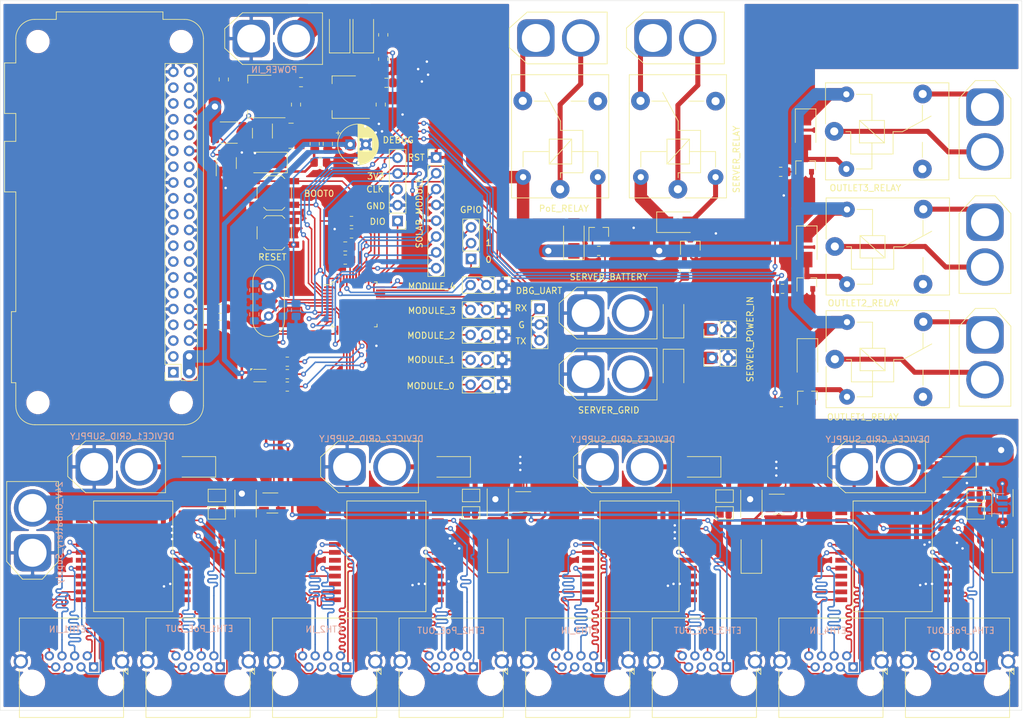
<source format=kicad_pcb>
(kicad_pcb (version 20171130) (host pcbnew 5.1.10)

  (general
    (thickness 1.6)
    (drawings 49)
    (tracks 7619)
    (zones 0)
    (modules 121)
    (nets 215)
  )

  (page A4)
  (layers
    (0 F.Cu signal)
    (31 B.Cu signal)
    (32 B.Adhes user)
    (33 F.Adhes user)
    (34 B.Paste user)
    (35 F.Paste user)
    (36 B.SilkS user)
    (37 F.SilkS user)
    (38 B.Mask user)
    (39 F.Mask user)
    (40 Dwgs.User user)
    (41 Cmts.User user)
    (42 Eco1.User user)
    (43 Eco2.User user)
    (44 Edge.Cuts user)
    (45 Margin user)
    (46 B.CrtYd user)
    (47 F.CrtYd user)
    (48 B.Fab user)
    (49 F.Fab user)
  )

  (setup
    (last_trace_width 0.25)
    (user_trace_width 0.4)
    (user_trace_width 0.8)
    (user_trace_width 2)
    (user_trace_width 4)
    (trace_clearance 0.2)
    (zone_clearance 0.508)
    (zone_45_only no)
    (trace_min 0.2)
    (via_size 0.8)
    (via_drill 0.4)
    (via_min_size 0.4)
    (via_min_drill 0.3)
    (user_via 2 1)
    (uvia_size 0.3)
    (uvia_drill 0.1)
    (uvias_allowed no)
    (uvia_min_size 0.2)
    (uvia_min_drill 0.1)
    (edge_width 0.05)
    (segment_width 0.2)
    (pcb_text_width 0.3)
    (pcb_text_size 1.5 1.5)
    (mod_edge_width 0.12)
    (mod_text_size 1 1)
    (mod_text_width 0.15)
    (pad_size 1.524 1.524)
    (pad_drill 0.762)
    (pad_to_mask_clearance 0)
    (aux_axis_origin 0 0)
    (visible_elements FFFFFF7F)
    (pcbplotparams
      (layerselection 0x010f0_ffffffff)
      (usegerberextensions false)
      (usegerberattributes true)
      (usegerberadvancedattributes true)
      (creategerberjobfile true)
      (excludeedgelayer true)
      (linewidth 0.100000)
      (plotframeref false)
      (viasonmask false)
      (mode 1)
      (useauxorigin false)
      (hpglpennumber 1)
      (hpglpenspeed 20)
      (hpglpendiameter 15.000000)
      (psnegative false)
      (psa4output false)
      (plotreference true)
      (plotvalue true)
      (plotinvisibletext false)
      (padsonsilk false)
      (subtractmaskfromsilk false)
      (outputformat 1)
      (mirror false)
      (drillshape 0)
      (scaleselection 1)
      (outputdirectory "./gerber"))
  )

  (net 0 "")
  (net 1 GND)
  (net 2 /NRST)
  (net 3 /BOOT0)
  (net 4 "Net-(C3-Pad1)")
  (net 5 "Net-(C4-Pad1)")
  (net 6 +5V)
  (net 7 +3V3)
  (net 8 +5P)
  (net 9 "Net-(C10-Pad1)")
  (net 10 "Net-(C11-Pad1)")
  (net 11 "Net-(D1-Pad2)")
  (net 12 "Net-(D1-Pad1)")
  (net 13 "Net-(D2-Pad2)")
  (net 14 "Net-(D3-Pad1)")
  (net 15 "Net-(D4-Pad2)")
  (net 16 "Net-(D6-Pad2)")
  (net 17 "Net-(D10-Pad1)")
  (net 18 "Net-(D7-Pad2)")
  (net 19 "Net-(D11-Pad1)")
  (net 20 "Net-(D8-Pad2)")
  (net 21 "Net-(D12-Pad1)")
  (net 22 "Net-(D9-Pad2)")
  (net 23 "Net-(D13-Pad1)")
  (net 24 "Net-(D10-Pad2)")
  (net 25 "Net-(D11-Pad2)")
  (net 26 "Net-(D12-Pad2)")
  (net 27 "Net-(D13-Pad2)")
  (net 28 "Net-(J5-Pad1)")
  (net 29 "Net-(J5-Pad2)")
  (net 30 /GPIO2)
  (net 31 /GPIO1)
  (net 32 /GPIO0)
  (net 33 "Net-(J7-Pad1)")
  (net 34 "Net-(J7-Pad2)")
  (net 35 "Net-(J8-Pad1)")
  (net 36 "Net-(J8-Pad2)")
  (net 37 "Net-(J9-Pad1)")
  (net 38 "Net-(J9-Pad2)")
  (net 39 "Net-(J10-Pad40)")
  (net 40 "Net-(J10-Pad38)")
  (net 41 "Net-(J10-Pad37)")
  (net 42 "Net-(J10-Pad36)")
  (net 43 "Net-(J10-Pad35)")
  (net 44 "Net-(J10-Pad33)")
  (net 45 "Net-(J10-Pad32)")
  (net 46 "Net-(J10-Pad31)")
  (net 47 "Net-(J10-Pad29)")
  (net 48 "Net-(J10-Pad28)")
  (net 49 "Net-(J10-Pad27)")
  (net 50 "Net-(J10-Pad26)")
  (net 51 "Net-(J10-Pad24)")
  (net 52 "Net-(J10-Pad23)")
  (net 53 "Net-(J10-Pad22)")
  (net 54 "Net-(J10-Pad21)")
  (net 55 "Net-(J10-Pad19)")
  (net 56 "Net-(J10-Pad18)")
  (net 57 "Net-(J10-Pad17)")
  (net 58 "Net-(J10-Pad16)")
  (net 59 "Net-(J10-Pad15)")
  (net 60 "Net-(J10-Pad13)")
  (net 61 "Net-(J10-Pad12)")
  (net 62 "Net-(J10-Pad11)")
  (net 63 /TX)
  (net 64 /RX)
  (net 65 "Net-(J10-Pad7)")
  (net 66 "Net-(J10-Pad5)")
  (net 67 "Net-(J10-Pad3)")
  (net 68 "Net-(J10-Pad1)")
  (net 69 /PG0)
  (net 70 /EN0)
  (net 71 /PG1)
  (net 72 /EN1)
  (net 73 /PG2)
  (net 74 /EN2)
  (net 75 /PG3)
  (net 76 /EN3)
  (net 77 /PG4)
  (net 78 /EN4)
  (net 79 /CHARGE_EN)
  (net 80 /SCL)
  (net 81 /SDA)
  (net 82 /I_CHARGE)
  (net 83 /V_SOLAR)
  (net 84 /SWCLK)
  (net 85 /SWDIO)
  (net 86 "Net-(J20-Pad8)")
  (net 87 "Net-(J20-Pad6)")
  (net 88 "Net-(J20-Pad4)")
  (net 89 "Net-(J20-Pad2)")
  (net 90 "Net-(J20-Pad7)")
  (net 91 "Net-(J20-Pad5)")
  (net 92 "Net-(J20-Pad3)")
  (net 93 "Net-(J20-Pad1)")
  (net 94 "Net-(J21-Pad8)")
  (net 95 "Net-(J21-Pad6)")
  (net 96 "Net-(J21-Pad4)")
  (net 97 "Net-(J21-Pad2)")
  (net 98 "Net-(J21-Pad7)")
  (net 99 "Net-(J21-Pad5)")
  (net 100 "Net-(J21-Pad3)")
  (net 101 "Net-(J21-Pad1)")
  (net 102 "Net-(J22-Pad8)")
  (net 103 "Net-(J22-Pad6)")
  (net 104 "Net-(J22-Pad4)")
  (net 105 "Net-(J22-Pad2)")
  (net 106 "Net-(J22-Pad7)")
  (net 107 "Net-(J22-Pad5)")
  (net 108 "Net-(J22-Pad3)")
  (net 109 "Net-(J22-Pad1)")
  (net 110 "Net-(J23-Pad8)")
  (net 111 "Net-(J23-Pad6)")
  (net 112 "Net-(J23-Pad4)")
  (net 113 "Net-(J23-Pad2)")
  (net 114 "Net-(J23-Pad7)")
  (net 115 "Net-(J23-Pad5)")
  (net 116 "Net-(J23-Pad3)")
  (net 117 "Net-(J23-Pad1)")
  (net 118 "Net-(J24-Pad8)")
  (net 119 "Net-(J24-Pad6)")
  (net 120 "Net-(J24-Pad4)")
  (net 121 "Net-(J24-Pad2)")
  (net 122 "Net-(J24-Pad7)")
  (net 123 "Net-(J24-Pad5)")
  (net 124 "Net-(J24-Pad3)")
  (net 125 "Net-(J24-Pad1)")
  (net 126 "Net-(J25-Pad8)")
  (net 127 "Net-(J25-Pad6)")
  (net 128 "Net-(J25-Pad4)")
  (net 129 "Net-(J25-Pad2)")
  (net 130 "Net-(J25-Pad7)")
  (net 131 "Net-(J25-Pad5)")
  (net 132 "Net-(J25-Pad3)")
  (net 133 "Net-(J25-Pad1)")
  (net 134 "Net-(J26-Pad8)")
  (net 135 "Net-(J26-Pad6)")
  (net 136 "Net-(J26-Pad4)")
  (net 137 "Net-(J26-Pad2)")
  (net 138 "Net-(J26-Pad7)")
  (net 139 "Net-(J26-Pad5)")
  (net 140 "Net-(J26-Pad3)")
  (net 141 "Net-(J26-Pad1)")
  (net 142 "Net-(J27-Pad8)")
  (net 143 "Net-(J27-Pad6)")
  (net 144 "Net-(J27-Pad4)")
  (net 145 "Net-(J27-Pad2)")
  (net 146 "Net-(J27-Pad7)")
  (net 147 "Net-(J27-Pad5)")
  (net 148 "Net-(J27-Pad3)")
  (net 149 "Net-(J27-Pad1)")
  (net 150 +24V)
  (net 151 "Net-(J33-Pad1)")
  (net 152 "Net-(J33-Pad2)")
  (net 153 "Net-(JP1-Pad1)")
  (net 154 "Net-(JP2-Pad1)")
  (net 155 "Net-(JP3-Pad1)")
  (net 156 "Net-(JP4-Pad1)")
  (net 157 "Net-(JP5-Pad1)")
  (net 158 "Net-(JP6-Pad1)")
  (net 159 "Net-(JP7-Pad1)")
  (net 160 "Net-(JP8-Pad1)")
  (net 161 "Net-(K1-Pad3)")
  (net 162 "Net-(K2-Pad3)")
  (net 163 "Net-(K3-Pad3)")
  (net 164 "Net-(K4-Pad3)")
  (net 165 "Net-(K5-Pad3)")
  (net 166 "Net-(Q1-Pad1)")
  (net 167 "Net-(Q2-Pad1)")
  (net 168 "Net-(Q3-Pad1)")
  (net 169 "Net-(Q4-Pad1)")
  (net 170 "Net-(Q5-Pad4)")
  (net 171 "Net-(Q5-Pad3)")
  (net 172 "Net-(Q6-Pad1)")
  (net 173 /B)
  (net 174 "Net-(R1-Pad1)")
  (net 175 "Net-(R3-Pad2)")
  (net 176 /G)
  (net 177 "Net-(R4-Pad2)")
  (net 178 /R)
  (net 179 /SERVER_RELAY)
  (net 180 /OUTLET_0)
  (net 181 /OUTLET_1)
  (net 182 /OUTLET_2)
  (net 183 "Net-(R11-Pad2)")
  (net 184 BATTERY)
  (net 185 PoE_RELAY)
  (net 186 /DBG_RX)
  (net 187 /DBG_TX)
  (net 188 I_PoE3)
  (net 189 I_PoE2)
  (net 190 I_PoE1)
  (net 191 I_PoE0)
  (net 192 "Net-(U10-Pad10)")
  (net 193 "Net-(U10-Pad7)")
  (net 194 "Net-(U10-Pad4)")
  (net 195 "Net-(U10-Pad1)")
  (net 196 "Net-(U11-Pad10)")
  (net 197 "Net-(U11-Pad7)")
  (net 198 "Net-(U11-Pad4)")
  (net 199 "Net-(U11-Pad1)")
  (net 200 "Net-(U12-Pad10)")
  (net 201 "Net-(U12-Pad7)")
  (net 202 "Net-(U12-Pad4)")
  (net 203 "Net-(U12-Pad1)")
  (net 204 "Net-(U13-Pad10)")
  (net 205 "Net-(U13-Pad7)")
  (net 206 "Net-(U13-Pad4)")
  (net 207 "Net-(U13-Pad1)")
  (net 208 "Net-(D14-Pad2)")
  (net 209 "Net-(D15-Pad2)")
  (net 210 "Net-(D16-Pad2)")
  (net 211 "Net-(D17-Pad2)")
  (net 212 "Net-(D18-Pad2)")
  (net 213 "Net-(R22-Pad2)")
  (net 214 "Net-(R23-Pad2)")

  (net_class Default "This is the default net class."
    (clearance 0.2)
    (trace_width 0.25)
    (via_dia 0.8)
    (via_drill 0.4)
    (uvia_dia 0.3)
    (uvia_drill 0.1)
    (add_net +24V)
    (add_net +3V3)
    (add_net +5P)
    (add_net +5V)
    (add_net /B)
    (add_net /BOOT0)
    (add_net /CHARGE_EN)
    (add_net /DBG_RX)
    (add_net /DBG_TX)
    (add_net /EN0)
    (add_net /EN1)
    (add_net /EN2)
    (add_net /EN3)
    (add_net /EN4)
    (add_net /G)
    (add_net /GPIO0)
    (add_net /GPIO1)
    (add_net /GPIO2)
    (add_net /I_CHARGE)
    (add_net /NRST)
    (add_net /OUTLET_0)
    (add_net /OUTLET_1)
    (add_net /OUTLET_2)
    (add_net /PG0)
    (add_net /PG1)
    (add_net /PG2)
    (add_net /PG3)
    (add_net /PG4)
    (add_net /R)
    (add_net /RX)
    (add_net /SCL)
    (add_net /SDA)
    (add_net /SERVER_RELAY)
    (add_net /SWCLK)
    (add_net /SWDIO)
    (add_net /TX)
    (add_net /V_SOLAR)
    (add_net BATTERY)
    (add_net GND)
    (add_net I_PoE0)
    (add_net I_PoE1)
    (add_net I_PoE2)
    (add_net I_PoE3)
    (add_net "Net-(C10-Pad1)")
    (add_net "Net-(C11-Pad1)")
    (add_net "Net-(C3-Pad1)")
    (add_net "Net-(C4-Pad1)")
    (add_net "Net-(D1-Pad1)")
    (add_net "Net-(D1-Pad2)")
    (add_net "Net-(D10-Pad1)")
    (add_net "Net-(D10-Pad2)")
    (add_net "Net-(D11-Pad1)")
    (add_net "Net-(D11-Pad2)")
    (add_net "Net-(D12-Pad1)")
    (add_net "Net-(D12-Pad2)")
    (add_net "Net-(D13-Pad1)")
    (add_net "Net-(D13-Pad2)")
    (add_net "Net-(D14-Pad2)")
    (add_net "Net-(D15-Pad2)")
    (add_net "Net-(D16-Pad2)")
    (add_net "Net-(D17-Pad2)")
    (add_net "Net-(D18-Pad2)")
    (add_net "Net-(D2-Pad2)")
    (add_net "Net-(D3-Pad1)")
    (add_net "Net-(D4-Pad2)")
    (add_net "Net-(D6-Pad2)")
    (add_net "Net-(D7-Pad2)")
    (add_net "Net-(D8-Pad2)")
    (add_net "Net-(D9-Pad2)")
    (add_net "Net-(J10-Pad1)")
    (add_net "Net-(J10-Pad11)")
    (add_net "Net-(J10-Pad12)")
    (add_net "Net-(J10-Pad13)")
    (add_net "Net-(J10-Pad15)")
    (add_net "Net-(J10-Pad16)")
    (add_net "Net-(J10-Pad17)")
    (add_net "Net-(J10-Pad18)")
    (add_net "Net-(J10-Pad19)")
    (add_net "Net-(J10-Pad21)")
    (add_net "Net-(J10-Pad22)")
    (add_net "Net-(J10-Pad23)")
    (add_net "Net-(J10-Pad24)")
    (add_net "Net-(J10-Pad26)")
    (add_net "Net-(J10-Pad27)")
    (add_net "Net-(J10-Pad28)")
    (add_net "Net-(J10-Pad29)")
    (add_net "Net-(J10-Pad3)")
    (add_net "Net-(J10-Pad31)")
    (add_net "Net-(J10-Pad32)")
    (add_net "Net-(J10-Pad33)")
    (add_net "Net-(J10-Pad35)")
    (add_net "Net-(J10-Pad36)")
    (add_net "Net-(J10-Pad37)")
    (add_net "Net-(J10-Pad38)")
    (add_net "Net-(J10-Pad40)")
    (add_net "Net-(J10-Pad5)")
    (add_net "Net-(J10-Pad7)")
    (add_net "Net-(J20-Pad1)")
    (add_net "Net-(J20-Pad2)")
    (add_net "Net-(J20-Pad3)")
    (add_net "Net-(J20-Pad4)")
    (add_net "Net-(J20-Pad5)")
    (add_net "Net-(J20-Pad6)")
    (add_net "Net-(J20-Pad7)")
    (add_net "Net-(J20-Pad8)")
    (add_net "Net-(J21-Pad1)")
    (add_net "Net-(J21-Pad2)")
    (add_net "Net-(J21-Pad3)")
    (add_net "Net-(J21-Pad4)")
    (add_net "Net-(J21-Pad5)")
    (add_net "Net-(J21-Pad6)")
    (add_net "Net-(J21-Pad7)")
    (add_net "Net-(J21-Pad8)")
    (add_net "Net-(J22-Pad1)")
    (add_net "Net-(J22-Pad2)")
    (add_net "Net-(J22-Pad3)")
    (add_net "Net-(J22-Pad4)")
    (add_net "Net-(J22-Pad5)")
    (add_net "Net-(J22-Pad6)")
    (add_net "Net-(J22-Pad7)")
    (add_net "Net-(J22-Pad8)")
    (add_net "Net-(J23-Pad1)")
    (add_net "Net-(J23-Pad2)")
    (add_net "Net-(J23-Pad3)")
    (add_net "Net-(J23-Pad4)")
    (add_net "Net-(J23-Pad5)")
    (add_net "Net-(J23-Pad6)")
    (add_net "Net-(J23-Pad7)")
    (add_net "Net-(J23-Pad8)")
    (add_net "Net-(J24-Pad1)")
    (add_net "Net-(J24-Pad2)")
    (add_net "Net-(J24-Pad3)")
    (add_net "Net-(J24-Pad4)")
    (add_net "Net-(J24-Pad5)")
    (add_net "Net-(J24-Pad6)")
    (add_net "Net-(J24-Pad7)")
    (add_net "Net-(J24-Pad8)")
    (add_net "Net-(J25-Pad1)")
    (add_net "Net-(J25-Pad2)")
    (add_net "Net-(J25-Pad3)")
    (add_net "Net-(J25-Pad4)")
    (add_net "Net-(J25-Pad5)")
    (add_net "Net-(J25-Pad6)")
    (add_net "Net-(J25-Pad7)")
    (add_net "Net-(J25-Pad8)")
    (add_net "Net-(J26-Pad1)")
    (add_net "Net-(J26-Pad2)")
    (add_net "Net-(J26-Pad3)")
    (add_net "Net-(J26-Pad4)")
    (add_net "Net-(J26-Pad5)")
    (add_net "Net-(J26-Pad6)")
    (add_net "Net-(J26-Pad7)")
    (add_net "Net-(J26-Pad8)")
    (add_net "Net-(J27-Pad1)")
    (add_net "Net-(J27-Pad2)")
    (add_net "Net-(J27-Pad3)")
    (add_net "Net-(J27-Pad4)")
    (add_net "Net-(J27-Pad5)")
    (add_net "Net-(J27-Pad6)")
    (add_net "Net-(J27-Pad7)")
    (add_net "Net-(J27-Pad8)")
    (add_net "Net-(J33-Pad1)")
    (add_net "Net-(J33-Pad2)")
    (add_net "Net-(J5-Pad1)")
    (add_net "Net-(J5-Pad2)")
    (add_net "Net-(J7-Pad1)")
    (add_net "Net-(J7-Pad2)")
    (add_net "Net-(J8-Pad1)")
    (add_net "Net-(J8-Pad2)")
    (add_net "Net-(J9-Pad1)")
    (add_net "Net-(J9-Pad2)")
    (add_net "Net-(JP1-Pad1)")
    (add_net "Net-(JP2-Pad1)")
    (add_net "Net-(JP3-Pad1)")
    (add_net "Net-(JP4-Pad1)")
    (add_net "Net-(JP5-Pad1)")
    (add_net "Net-(JP6-Pad1)")
    (add_net "Net-(JP7-Pad1)")
    (add_net "Net-(JP8-Pad1)")
    (add_net "Net-(K1-Pad3)")
    (add_net "Net-(K2-Pad3)")
    (add_net "Net-(K3-Pad3)")
    (add_net "Net-(K4-Pad3)")
    (add_net "Net-(K5-Pad3)")
    (add_net "Net-(Q1-Pad1)")
    (add_net "Net-(Q2-Pad1)")
    (add_net "Net-(Q3-Pad1)")
    (add_net "Net-(Q4-Pad1)")
    (add_net "Net-(Q5-Pad3)")
    (add_net "Net-(Q5-Pad4)")
    (add_net "Net-(Q6-Pad1)")
    (add_net "Net-(R1-Pad1)")
    (add_net "Net-(R11-Pad2)")
    (add_net "Net-(R22-Pad2)")
    (add_net "Net-(R23-Pad2)")
    (add_net "Net-(R3-Pad2)")
    (add_net "Net-(R4-Pad2)")
    (add_net "Net-(U10-Pad1)")
    (add_net "Net-(U10-Pad10)")
    (add_net "Net-(U10-Pad4)")
    (add_net "Net-(U10-Pad7)")
    (add_net "Net-(U11-Pad1)")
    (add_net "Net-(U11-Pad10)")
    (add_net "Net-(U11-Pad4)")
    (add_net "Net-(U11-Pad7)")
    (add_net "Net-(U12-Pad1)")
    (add_net "Net-(U12-Pad10)")
    (add_net "Net-(U12-Pad4)")
    (add_net "Net-(U12-Pad7)")
    (add_net "Net-(U13-Pad1)")
    (add_net "Net-(U13-Pad10)")
    (add_net "Net-(U13-Pad4)")
    (add_net "Net-(U13-Pad7)")
    (add_net PoE_RELAY)
  )

  (module Resistor_SMD:R_0805_2012Metric_Pad1.20x1.40mm_HandSolder (layer F.Cu) (tedit 5F68FEEE) (tstamp 61867FCE)
    (at 100.3 91.1)
    (descr "Resistor SMD 0805 (2012 Metric), square (rectangular) end terminal, IPC_7351 nominal with elongated pad for handsoldering. (Body size source: IPC-SM-782 page 72, https://www.pcb-3d.com/wordpress/wp-content/uploads/ipc-sm-782a_amendment_1_and_2.pdf), generated with kicad-footprint-generator")
    (tags "resistor handsolder")
    (path /6188BC79)
    (attr smd)
    (fp_text reference R23 (at 0 -1.65) (layer F.SilkS) hide
      (effects (font (size 1 1) (thickness 0.15)))
    )
    (fp_text value 22R (at 0 1.65) (layer F.Fab)
      (effects (font (size 1 1) (thickness 0.15)))
    )
    (fp_line (start 1.85 0.95) (end -1.85 0.95) (layer F.CrtYd) (width 0.05))
    (fp_line (start 1.85 -0.95) (end 1.85 0.95) (layer F.CrtYd) (width 0.05))
    (fp_line (start -1.85 -0.95) (end 1.85 -0.95) (layer F.CrtYd) (width 0.05))
    (fp_line (start -1.85 0.95) (end -1.85 -0.95) (layer F.CrtYd) (width 0.05))
    (fp_line (start -0.227064 0.735) (end 0.227064 0.735) (layer F.SilkS) (width 0.12))
    (fp_line (start -0.227064 -0.735) (end 0.227064 -0.735) (layer F.SilkS) (width 0.12))
    (fp_line (start 1 0.625) (end -1 0.625) (layer F.Fab) (width 0.1))
    (fp_line (start 1 -0.625) (end 1 0.625) (layer F.Fab) (width 0.1))
    (fp_line (start -1 -0.625) (end 1 -0.625) (layer F.Fab) (width 0.1))
    (fp_line (start -1 0.625) (end -1 -0.625) (layer F.Fab) (width 0.1))
    (fp_text user %R (at 0 0) (layer F.Fab)
      (effects (font (size 0.5 0.5) (thickness 0.08)))
    )
    (pad 2 smd roundrect (at 1 0) (size 1.2 1.4) (layers F.Cu F.Paste F.Mask) (roundrect_rratio 0.2083325)
      (net 214 "Net-(R23-Pad2)"))
    (pad 1 smd roundrect (at -1 0) (size 1.2 1.4) (layers F.Cu F.Paste F.Mask) (roundrect_rratio 0.2083325)
      (net 64 /RX))
    (model ${KISYS3DMOD}/Resistor_SMD.3dshapes/R_0805_2012Metric.wrl
      (at (xyz 0 0 0))
      (scale (xyz 1 1 1))
      (rotate (xyz 0 0 0))
    )
  )

  (module Resistor_SMD:R_0805_2012Metric_Pad1.20x1.40mm_HandSolder (layer F.Cu) (tedit 5F68FEEE) (tstamp 61867FBD)
    (at 100.3 88.5)
    (descr "Resistor SMD 0805 (2012 Metric), square (rectangular) end terminal, IPC_7351 nominal with elongated pad for handsoldering. (Body size source: IPC-SM-782 page 72, https://www.pcb-3d.com/wordpress/wp-content/uploads/ipc-sm-782a_amendment_1_and_2.pdf), generated with kicad-footprint-generator")
    (tags "resistor handsolder")
    (path /61879434)
    (attr smd)
    (fp_text reference R22 (at 0 -1.65) (layer F.SilkS) hide
      (effects (font (size 1 1) (thickness 0.15)))
    )
    (fp_text value 22R (at 0 1.65) (layer F.Fab)
      (effects (font (size 1 1) (thickness 0.15)))
    )
    (fp_line (start 1.85 0.95) (end -1.85 0.95) (layer F.CrtYd) (width 0.05))
    (fp_line (start 1.85 -0.95) (end 1.85 0.95) (layer F.CrtYd) (width 0.05))
    (fp_line (start -1.85 -0.95) (end 1.85 -0.95) (layer F.CrtYd) (width 0.05))
    (fp_line (start -1.85 0.95) (end -1.85 -0.95) (layer F.CrtYd) (width 0.05))
    (fp_line (start -0.227064 0.735) (end 0.227064 0.735) (layer F.SilkS) (width 0.12))
    (fp_line (start -0.227064 -0.735) (end 0.227064 -0.735) (layer F.SilkS) (width 0.12))
    (fp_line (start 1 0.625) (end -1 0.625) (layer F.Fab) (width 0.1))
    (fp_line (start 1 -0.625) (end 1 0.625) (layer F.Fab) (width 0.1))
    (fp_line (start -1 -0.625) (end 1 -0.625) (layer F.Fab) (width 0.1))
    (fp_line (start -1 0.625) (end -1 -0.625) (layer F.Fab) (width 0.1))
    (fp_text user %R (at 0 0) (layer F.Fab)
      (effects (font (size 0.5 0.5) (thickness 0.08)))
    )
    (pad 2 smd roundrect (at 1 0) (size 1.2 1.4) (layers F.Cu F.Paste F.Mask) (roundrect_rratio 0.2083325)
      (net 213 "Net-(R22-Pad2)"))
    (pad 1 smd roundrect (at -1 0) (size 1.2 1.4) (layers F.Cu F.Paste F.Mask) (roundrect_rratio 0.2083325)
      (net 63 /TX))
    (model ${KISYS3DMOD}/Resistor_SMD.3dshapes/R_0805_2012Metric.wrl
      (at (xyz 0 0 0))
      (scale (xyz 1 1 1))
      (rotate (xyz 0 0 0))
    )
  )

  (module Connector_PinHeader_2.54mm:PinHeader_1x03_P2.54mm_Vertical (layer F.Cu) (tedit 59FED5CC) (tstamp 618807D2)
    (at 151.6 88.5)
    (descr "Through hole straight pin header, 1x03, 2.54mm pitch, single row")
    (tags "Through hole pin header THT 1x03 2.54mm single row")
    (path /623B30EF)
    (fp_text reference J18 (at 0 -2.33) (layer F.SilkS) hide
      (effects (font (size 1 1) (thickness 0.15)))
    )
    (fp_text value Conn_01x03 (at 0 7.41) (layer F.Fab)
      (effects (font (size 1 1) (thickness 0.15)))
    )
    (fp_line (start -0.635 -1.27) (end 1.27 -1.27) (layer F.Fab) (width 0.1))
    (fp_line (start 1.27 -1.27) (end 1.27 6.35) (layer F.Fab) (width 0.1))
    (fp_line (start 1.27 6.35) (end -1.27 6.35) (layer F.Fab) (width 0.1))
    (fp_line (start -1.27 6.35) (end -1.27 -0.635) (layer F.Fab) (width 0.1))
    (fp_line (start -1.27 -0.635) (end -0.635 -1.27) (layer F.Fab) (width 0.1))
    (fp_line (start -1.33 6.41) (end 1.33 6.41) (layer F.SilkS) (width 0.12))
    (fp_line (start -1.33 1.27) (end -1.33 6.41) (layer F.SilkS) (width 0.12))
    (fp_line (start 1.33 1.27) (end 1.33 6.41) (layer F.SilkS) (width 0.12))
    (fp_line (start -1.33 1.27) (end 1.33 1.27) (layer F.SilkS) (width 0.12))
    (fp_line (start -1.33 0) (end -1.33 -1.33) (layer F.SilkS) (width 0.12))
    (fp_line (start -1.33 -1.33) (end 0 -1.33) (layer F.SilkS) (width 0.12))
    (fp_line (start -1.8 -1.8) (end -1.8 6.85) (layer F.CrtYd) (width 0.05))
    (fp_line (start -1.8 6.85) (end 1.8 6.85) (layer F.CrtYd) (width 0.05))
    (fp_line (start 1.8 6.85) (end 1.8 -1.8) (layer F.CrtYd) (width 0.05))
    (fp_line (start 1.8 -1.8) (end -1.8 -1.8) (layer F.CrtYd) (width 0.05))
    (fp_text user %R (at 0 2.54 90) (layer F.Fab)
      (effects (font (size 1 1) (thickness 0.15)))
    )
    (pad 3 thru_hole oval (at 0 5.08) (size 1.7 1.7) (drill 1) (layers *.Cu *.Mask)
      (net 187 /DBG_TX))
    (pad 2 thru_hole oval (at 0 2.54) (size 1.7 1.7) (drill 1) (layers *.Cu *.Mask)
      (net 1 GND))
    (pad 1 thru_hole rect (at 0 0) (size 1.7 1.7) (drill 1) (layers *.Cu *.Mask)
      (net 186 /DBG_RX))
    (model ${KISYS3DMOD}/Connector_PinHeader_2.54mm.3dshapes/PinHeader_1x03_P2.54mm_Vertical.wrl
      (at (xyz 0 0 0))
      (scale (xyz 1 1 1))
      (rotate (xyz 0 0 0))
    )
  )

  (module Module:Raspberry_Pi_Zero_Socketed_THT_FaceDown_MountingHoles (layer F.Cu) (tedit 5C6350CC) (tstamp 6185B5B3)
    (at 92.8 98.7 180)
    (descr "Raspberry Pi Zero using through hole straight pin socket, 2x20, 2.54mm pitch, https://www.raspberrypi.org/documentation/hardware/raspberrypi/mechanical/rpi_MECH_Zero_1p2.pdf")
    (tags "raspberry pi zero through hole")
    (path /6186B061)
    (fp_text reference J10 (at -6.27 24.13 90) (layer F.SilkS) hide
      (effects (font (size 1 1) (thickness 0.15)))
    )
    (fp_text value Conn_02x20_Odd_Even (at 10.23 24.13 270) (layer F.Fab)
      (effects (font (size 1 1) (thickness 0.15)))
    )
    (fp_line (start 27.03 41.63) (end 25.23 41.63) (layer F.Fab) (width 0.1))
    (fp_line (start 27.03 49.63) (end 27.03 41.63) (layer F.Fab) (width 0.1))
    (fp_line (start 25.23 49.63) (end 27.03 49.63) (layer F.Fab) (width 0.1))
    (fp_line (start 25.23 -1.62) (end 25.23 -5.37) (layer F.Fab) (width 0.1))
    (fp_line (start 25.93 9.68) (end 25.93 -1.62) (layer F.Fab) (width 0.1))
    (fp_line (start 25.23 9.68) (end 25.93 9.68) (layer F.Fab) (width 0.1))
    (fp_line (start 25.23 -1.62) (end 25.93 -1.62) (layer F.Fab) (width 0.1))
    (fp_line (start 19.23 56.88) (end 25.48 56.88) (layer F.CrtYd) (width 0.05))
    (fp_line (start -5.02 56.88) (end 1.23 56.88) (layer F.CrtYd) (width 0.05))
    (fp_line (start 25.48 50.13) (end 25.48 56.88) (layer F.CrtYd) (width 0.05))
    (fp_line (start 25.48 37.53) (end 25.48 41.13) (layer F.CrtYd) (width 0.05))
    (fp_line (start 25.48 -2.12) (end 25.48 -8.62) (layer F.CrtYd) (width 0.05))
    (fp_line (start -5.02 -8.62) (end 25.48 -8.62) (layer F.CrtYd) (width 0.05))
    (fp_line (start 25.48 28.53) (end 25.48 10.18) (layer F.CrtYd) (width 0.05))
    (fp_line (start -5.02 56.88) (end -5.02 -8.62) (layer F.CrtYd) (width 0.05))
    (fp_line (start 19.23 58.33) (end 1.23 58.33) (layer F.CrtYd) (width 0.05))
    (fp_line (start 19.23 58.33) (end 19.23 56.88) (layer F.CrtYd) (width 0.05))
    (fp_line (start 1.23 58.33) (end 1.23 56.88) (layer F.CrtYd) (width 0.05))
    (fp_line (start 26.43 -2.12) (end 26.43 10.18) (layer F.CrtYd) (width 0.05))
    (fp_line (start 26.43 -2.12) (end 25.48 -2.12) (layer F.CrtYd) (width 0.05))
    (fp_line (start 26.43 10.18) (end 25.48 10.18) (layer F.CrtYd) (width 0.05))
    (fp_line (start 27.53 28.53) (end 25.48 28.53) (layer F.CrtYd) (width 0.05))
    (fp_line (start 27.53 37.53) (end 27.53 28.53) (layer F.CrtYd) (width 0.05))
    (fp_line (start 27.53 37.53) (end 25.48 37.53) (layer F.CrtYd) (width 0.05))
    (fp_line (start 27.53 50.13) (end 27.53 41.13) (layer F.CrtYd) (width 0.05))
    (fp_line (start 27.53 41.13) (end 25.48 41.13) (layer F.CrtYd) (width 0.05))
    (fp_line (start 27.53 50.13) (end 25.48 50.13) (layer F.CrtYd) (width 0.05))
    (fp_line (start -4.83 53.63) (end -4.83 -5.37) (layer F.SilkS) (width 0.12))
    (fp_line (start -1.77 -8.43) (end 22.23 -8.43) (layer F.SilkS) (width 0.12))
    (fp_line (start 25.29 53.63) (end 25.29 49.69) (layer F.SilkS) (width 0.12))
    (fp_line (start 18.79 56.69) (end 22.23 56.69) (layer F.SilkS) (width 0.12))
    (fp_line (start 1.27 -0.27) (end 1.27 49.53) (layer F.Fab) (width 0.1))
    (fp_line (start -3.81 -1.27) (end 0.27 -1.27) (layer F.Fab) (width 0.1))
    (fp_line (start 0.27 -1.27) (end 1.27 -0.27) (layer F.Fab) (width 0.1))
    (fp_line (start -3.87 49.59) (end 1.33 49.59) (layer F.SilkS) (width 0.12))
    (fp_line (start 1.33 1.27) (end 1.33 49.59) (layer F.SilkS) (width 0.12))
    (fp_line (start 1.33 -1.33) (end 1.33 0) (layer F.SilkS) (width 0.12))
    (fp_line (start 0 -1.33) (end 1.33 -1.33) (layer F.SilkS) (width 0.12))
    (fp_line (start -1.27 1.27) (end 1.33 1.27) (layer F.SilkS) (width 0.12))
    (fp_line (start -1.27 -1.33) (end -1.27 1.27) (layer F.SilkS) (width 0.12))
    (fp_line (start 1.76 50) (end -4.34 50) (layer F.CrtYd) (width 0.05))
    (fp_line (start -4.34 50) (end -4.34 -1.8) (layer F.CrtYd) (width 0.05))
    (fp_line (start -4.34 -1.8) (end 1.76 -1.8) (layer F.CrtYd) (width 0.05))
    (fp_line (start 1.76 -1.8) (end 1.76 50) (layer F.CrtYd) (width 0.05))
    (fp_line (start -3.87 -1.33) (end -1.27 -1.33) (layer F.SilkS) (width 0.12))
    (fp_line (start -3.87 -1.33) (end -3.87 49.59) (layer F.SilkS) (width 0.12))
    (fp_line (start 1.27 49.53) (end -3.81 49.53) (layer F.Fab) (width 0.1))
    (fp_line (start -3.81 49.53) (end -3.81 -1.27) (layer F.Fab) (width 0.1))
    (fp_line (start -1.77 56.63) (end 1.73 56.63) (layer F.Fab) (width 0.1))
    (fp_line (start -1.77 -8.37) (end 22.23 -8.37) (layer F.Fab) (width 0.1))
    (fp_line (start -4.77 53.63) (end -4.77 -5.37) (layer F.Fab) (width 0.1))
    (fp_line (start 27.03 29.03) (end 25.23 29.03) (layer F.Fab) (width 0.1))
    (fp_line (start 25.23 37.03) (end 27.03 37.03) (layer F.Fab) (width 0.1))
    (fp_line (start 27.03 37.03) (end 27.03 29.03) (layer F.Fab) (width 0.1))
    (fp_line (start 25.23 49.63) (end 25.23 53.63) (layer F.Fab) (width 0.1))
    (fp_line (start 25.23 41.63) (end 25.23 37.03) (layer F.Fab) (width 0.1))
    (fp_line (start 25.23 29.03) (end 25.23 9.68) (layer F.Fab) (width 0.1))
    (fp_line (start 1.73 56.63) (end 1.73 57.83) (layer F.Fab) (width 0.1))
    (fp_line (start 1.73 57.83) (end 18.73 57.83) (layer F.Fab) (width 0.1))
    (fp_line (start 18.73 56.63) (end 18.73 57.83) (layer F.Fab) (width 0.1))
    (fp_line (start 22.23 56.63) (end 18.73 56.63) (layer F.Fab) (width 0.1))
    (fp_line (start 1.67 56.69) (end 1.67 57.89) (layer F.SilkS) (width 0.12))
    (fp_line (start 1.67 57.89) (end 18.79 57.89) (layer F.SilkS) (width 0.12))
    (fp_line (start 18.79 57.89) (end 18.79 56.69) (layer F.SilkS) (width 0.12))
    (fp_line (start 1.67 56.69) (end -1.77 56.69) (layer F.SilkS) (width 0.12))
    (fp_line (start 25.29 49.69) (end 27.09 49.69) (layer F.SilkS) (width 0.12))
    (fp_line (start 27.09 49.69) (end 27.09 41.57) (layer F.SilkS) (width 0.12))
    (fp_line (start 27.09 41.57) (end 25.29 41.57) (layer F.SilkS) (width 0.12))
    (fp_line (start 25.29 37.09) (end 27.09 37.09) (layer F.SilkS) (width 0.12))
    (fp_line (start 27.09 28.97) (end 25.29 28.97) (layer F.SilkS) (width 0.12))
    (fp_line (start 27.09 37.09) (end 27.09 28.97) (layer F.SilkS) (width 0.12))
    (fp_line (start 25.29 41.57) (end 25.29 37.09) (layer F.SilkS) (width 0.12))
    (fp_line (start 25.29 28.97) (end 25.29 9.74) (layer F.SilkS) (width 0.12))
    (fp_line (start 25.29 9.74) (end 25.99 9.74) (layer F.SilkS) (width 0.12))
    (fp_line (start 25.99 9.74) (end 25.99 -1.68) (layer F.SilkS) (width 0.12))
    (fp_line (start 25.99 -1.68) (end 25.29 -1.68) (layer F.SilkS) (width 0.12))
    (fp_line (start 25.29 -1.68) (end 25.29 -5.37) (layer F.SilkS) (width 0.12))
    (fp_text user %R (at -1.27 24.13 90) (layer F.Fab)
      (effects (font (size 1 1) (thickness 0.15)))
    )
    (fp_arc (start -1.77 53.63) (end -1.77 56.63) (angle 90) (layer F.Fab) (width 0.1))
    (fp_arc (start -1.77 -5.37) (end -4.77 -5.37) (angle 90) (layer F.Fab) (width 0.1))
    (fp_arc (start 22.23 -5.37) (end 22.23 -8.37) (angle 90) (layer F.Fab) (width 0.1))
    (fp_arc (start 22.23 53.63) (end 25.29 53.63) (angle 90) (layer F.SilkS) (width 0.12))
    (fp_arc (start -1.77 53.63) (end -1.77 56.69) (angle 90) (layer F.SilkS) (width 0.12))
    (fp_arc (start -1.77 -5.37) (end -4.83 -5.37) (angle 90) (layer F.SilkS) (width 0.12))
    (fp_arc (start 22.23 53.63) (end 25.23 53.63) (angle 90) (layer F.Fab) (width 0.1))
    (fp_arc (start 22.23 -5.37) (end 22.23 -8.43) (angle 90) (layer F.SilkS) (width 0.12))
    (pad "" np_thru_hole circle (at -1.27 53.13 270) (size 2.75 2.75) (drill 2.75) (layers *.Cu *.Mask)
      (solder_mask_margin 1.625))
    (pad "" np_thru_hole circle (at 21.73 -4.87 270) (size 2.75 2.75) (drill 2.75) (layers *.Cu *.Mask)
      (solder_mask_margin 1.625))
    (pad "" np_thru_hole circle (at 21.73 53.13 270) (size 2.75 2.75) (drill 2.75) (layers *.Cu *.Mask)
      (solder_mask_margin 1.625))
    (pad "" np_thru_hole circle (at -1.27 -4.87 270) (size 2.75 2.75) (drill 2.75) (layers *.Cu *.Mask)
      (solder_mask_margin 1.625))
    (pad 40 thru_hole oval (at -2.54 48.26 180) (size 1.7 1.7) (drill 1) (layers *.Cu *.Mask)
      (net 39 "Net-(J10-Pad40)"))
    (pad 39 thru_hole oval (at 0 48.26 180) (size 1.7 1.7) (drill 1) (layers *.Cu *.Mask)
      (net 1 GND))
    (pad 26 thru_hole oval (at -2.54 30.48 180) (size 1.7 1.7) (drill 1) (layers *.Cu *.Mask)
      (net 50 "Net-(J10-Pad26)"))
    (pad 25 thru_hole oval (at 0 30.48 180) (size 1.7 1.7) (drill 1) (layers *.Cu *.Mask)
      (net 1 GND))
    (pad 22 thru_hole oval (at -2.54 25.4 180) (size 1.7 1.7) (drill 1) (layers *.Cu *.Mask)
      (net 53 "Net-(J10-Pad22)"))
    (pad 21 thru_hole oval (at 0 25.4 180) (size 1.7 1.7) (drill 1) (layers *.Cu *.Mask)
      (net 54 "Net-(J10-Pad21)"))
    (pad 30 thru_hole oval (at -2.54 35.56 180) (size 1.7 1.7) (drill 1) (layers *.Cu *.Mask)
      (net 1 GND))
    (pad 29 thru_hole oval (at 0 35.56 180) (size 1.7 1.7) (drill 1) (layers *.Cu *.Mask)
      (net 47 "Net-(J10-Pad29)"))
    (pad 8 thru_hole oval (at -2.54 7.62 180) (size 1.7 1.7) (drill 1) (layers *.Cu *.Mask)
      (net 64 /RX))
    (pad 7 thru_hole oval (at 0 7.62 180) (size 1.7 1.7) (drill 1) (layers *.Cu *.Mask)
      (net 65 "Net-(J10-Pad7)"))
    (pad 32 thru_hole oval (at -2.54 38.1 180) (size 1.7 1.7) (drill 1) (layers *.Cu *.Mask)
      (net 45 "Net-(J10-Pad32)"))
    (pad 31 thru_hole oval (at 0 38.1 180) (size 1.7 1.7) (drill 1) (layers *.Cu *.Mask)
      (net 46 "Net-(J10-Pad31)"))
    (pad 18 thru_hole oval (at -2.54 20.32 180) (size 1.7 1.7) (drill 1) (layers *.Cu *.Mask)
      (net 56 "Net-(J10-Pad18)"))
    (pad 17 thru_hole oval (at 0 20.32 180) (size 1.7 1.7) (drill 1) (layers *.Cu *.Mask)
      (net 57 "Net-(J10-Pad17)"))
    (pad 36 thru_hole oval (at -2.54 43.18 180) (size 1.7 1.7) (drill 1) (layers *.Cu *.Mask)
      (net 42 "Net-(J10-Pad36)"))
    (pad 35 thru_hole oval (at 0 43.18 180) (size 1.7 1.7) (drill 1) (layers *.Cu *.Mask)
      (net 43 "Net-(J10-Pad35)"))
    (pad 34 thru_hole oval (at -2.54 40.64 180) (size 1.7 1.7) (drill 1) (layers *.Cu *.Mask)
      (net 1 GND))
    (pad 33 thru_hole oval (at 0 40.64 180) (size 1.7 1.7) (drill 1) (layers *.Cu *.Mask)
      (net 44 "Net-(J10-Pad33)"))
    (pad 38 thru_hole oval (at -2.54 45.72 180) (size 1.7 1.7) (drill 1) (layers *.Cu *.Mask)
      (net 40 "Net-(J10-Pad38)"))
    (pad 37 thru_hole oval (at 0 45.72 180) (size 1.7 1.7) (drill 1) (layers *.Cu *.Mask)
      (net 41 "Net-(J10-Pad37)"))
    (pad 20 thru_hole oval (at -2.54 22.86 180) (size 1.7 1.7) (drill 1) (layers *.Cu *.Mask)
      (net 1 GND))
    (pad 19 thru_hole oval (at 0 22.86 180) (size 1.7 1.7) (drill 1) (layers *.Cu *.Mask)
      (net 55 "Net-(J10-Pad19)"))
    (pad 10 thru_hole oval (at -2.54 10.16 180) (size 1.7 1.7) (drill 1) (layers *.Cu *.Mask)
      (net 63 /TX))
    (pad 9 thru_hole oval (at 0 10.16 180) (size 1.7 1.7) (drill 1) (layers *.Cu *.Mask)
      (net 1 GND))
    (pad 14 thru_hole oval (at -2.54 15.24 180) (size 1.7 1.7) (drill 1) (layers *.Cu *.Mask)
      (net 1 GND))
    (pad 13 thru_hole oval (at 0 15.24 180) (size 1.7 1.7) (drill 1) (layers *.Cu *.Mask)
      (net 60 "Net-(J10-Pad13)"))
    (pad 28 thru_hole oval (at -2.54 33.02 180) (size 1.7 1.7) (drill 1) (layers *.Cu *.Mask)
      (net 48 "Net-(J10-Pad28)"))
    (pad 27 thru_hole oval (at 0 33.02 180) (size 1.7 1.7) (drill 1) (layers *.Cu *.Mask)
      (net 49 "Net-(J10-Pad27)"))
    (pad 12 thru_hole oval (at -2.54 12.7 180) (size 1.7 1.7) (drill 1) (layers *.Cu *.Mask)
      (net 61 "Net-(J10-Pad12)"))
    (pad 11 thru_hole oval (at 0 12.7 180) (size 1.7 1.7) (drill 1) (layers *.Cu *.Mask)
      (net 62 "Net-(J10-Pad11)"))
    (pad 24 thru_hole oval (at -2.54 27.94 180) (size 1.7 1.7) (drill 1) (layers *.Cu *.Mask)
      (net 51 "Net-(J10-Pad24)"))
    (pad 23 thru_hole oval (at 0 27.94 180) (size 1.7 1.7) (drill 1) (layers *.Cu *.Mask)
      (net 52 "Net-(J10-Pad23)"))
    (pad 1 thru_hole rect (at 0 0 180) (size 1.7 1.7) (drill 1) (layers *.Cu *.Mask)
      (net 68 "Net-(J10-Pad1)"))
    (pad 2 thru_hole oval (at -2.54 0 180) (size 1.7 1.7) (drill 1) (layers *.Cu *.Mask)
      (net 6 +5V))
    (pad 5 thru_hole oval (at 0 5.08 180) (size 1.7 1.7) (drill 1) (layers *.Cu *.Mask)
      (net 66 "Net-(J10-Pad5)"))
    (pad 4 thru_hole oval (at -2.54 2.54 180) (size 1.7 1.7) (drill 1) (layers *.Cu *.Mask)
      (net 6 +5V))
    (pad 16 thru_hole oval (at -2.54 17.78 180) (size 1.7 1.7) (drill 1) (layers *.Cu *.Mask)
      (net 58 "Net-(J10-Pad16)"))
    (pad 15 thru_hole oval (at 0 17.78 180) (size 1.7 1.7) (drill 1) (layers *.Cu *.Mask)
      (net 59 "Net-(J10-Pad15)"))
    (pad 3 thru_hole oval (at 0 2.54 180) (size 1.7 1.7) (drill 1) (layers *.Cu *.Mask)
      (net 67 "Net-(J10-Pad3)"))
    (pad 6 thru_hole oval (at -2.54 5.08 180) (size 1.7 1.7) (drill 1) (layers *.Cu *.Mask)
      (net 1 GND))
    (model ${KISYS3DMOD}/Module.3dshapes/Raspberry_Pi_Zero_Socketed_THT_FaceDown_MountingHoles.wrl
      (at (xyz 0 0 0))
      (scale (xyz 1 1 1))
      (rotate (xyz 0 0 0))
    )
  )

  (module Package_TO_SOT_SMD:SOT-23-5_HandSoldering (layer B.Cu) (tedit 5A0AB76C) (tstamp 6185BCDB)
    (at 224.6 119.8 180)
    (descr "5-pin SOT23 package")
    (tags "SOT-23-5 hand-soldering")
    (path /618F7B44/61A1F4E8)
    (attr smd)
    (fp_text reference U9 (at 0 2.9 180) (layer B.SilkS) hide
      (effects (font (size 1 1) (thickness 0.15)) (justify mirror))
    )
    (fp_text value INA180 (at 0 -2.9 180) (layer B.Fab)
      (effects (font (size 1 1) (thickness 0.15)) (justify mirror))
    )
    (fp_line (start -0.9 -1.61) (end 0.9 -1.61) (layer B.SilkS) (width 0.12))
    (fp_line (start 0.9 1.61) (end -1.55 1.61) (layer B.SilkS) (width 0.12))
    (fp_line (start -0.9 0.9) (end -0.25 1.55) (layer B.Fab) (width 0.1))
    (fp_line (start 0.9 1.55) (end -0.25 1.55) (layer B.Fab) (width 0.1))
    (fp_line (start -0.9 0.9) (end -0.9 -1.55) (layer B.Fab) (width 0.1))
    (fp_line (start 0.9 -1.55) (end -0.9 -1.55) (layer B.Fab) (width 0.1))
    (fp_line (start 0.9 1.55) (end 0.9 -1.55) (layer B.Fab) (width 0.1))
    (fp_line (start -2.38 1.8) (end 2.38 1.8) (layer B.CrtYd) (width 0.05))
    (fp_line (start -2.38 1.8) (end -2.38 -1.8) (layer B.CrtYd) (width 0.05))
    (fp_line (start 2.38 -1.8) (end 2.38 1.8) (layer B.CrtYd) (width 0.05))
    (fp_line (start 2.38 -1.8) (end -2.38 -1.8) (layer B.CrtYd) (width 0.05))
    (fp_text user %R (at 0 0 90) (layer B.Fab)
      (effects (font (size 0.5 0.5) (thickness 0.075)) (justify mirror))
    )
    (pad 5 smd rect (at 1.35 0.95 180) (size 1.56 0.65) (layers B.Cu B.Paste B.Mask)
      (net 7 +3V3))
    (pad 4 smd rect (at 1.35 -0.95 180) (size 1.56 0.65) (layers B.Cu B.Paste B.Mask)
      (net 188 I_PoE3))
    (pad 3 smd rect (at -1.35 -0.95 180) (size 1.56 0.65) (layers B.Cu B.Paste B.Mask)
      (net 22 "Net-(D9-Pad2)"))
    (pad 2 smd rect (at -1.35 0 180) (size 1.56 0.65) (layers B.Cu B.Paste B.Mask)
      (net 1 GND))
    (pad 1 smd rect (at -1.35 0.95 180) (size 1.56 0.65) (layers B.Cu B.Paste B.Mask)
      (net 150 +24V))
    (model ${KISYS3DMOD}/Package_TO_SOT_SMD.3dshapes/SOT-23-5.wrl
      (at (xyz 0 0 0))
      (scale (xyz 1 1 1))
      (rotate (xyz 0 0 0))
    )
  )

  (module Package_TO_SOT_SMD:SOT-23-5_HandSoldering (layer F.Cu) (tedit 5A0AB76C) (tstamp 6185BCC5)
    (at 190 119.9)
    (descr "5-pin SOT23 package")
    (tags "SOT-23-5 hand-soldering")
    (path /618F7B44/61A1F450)
    (attr smd)
    (fp_text reference U8 (at 0 -2.9) (layer F.SilkS) hide
      (effects (font (size 1 1) (thickness 0.15)))
    )
    (fp_text value INA180 (at 0 2.9) (layer F.Fab)
      (effects (font (size 1 1) (thickness 0.15)))
    )
    (fp_line (start -0.9 1.61) (end 0.9 1.61) (layer F.SilkS) (width 0.12))
    (fp_line (start 0.9 -1.61) (end -1.55 -1.61) (layer F.SilkS) (width 0.12))
    (fp_line (start -0.9 -0.9) (end -0.25 -1.55) (layer F.Fab) (width 0.1))
    (fp_line (start 0.9 -1.55) (end -0.25 -1.55) (layer F.Fab) (width 0.1))
    (fp_line (start -0.9 -0.9) (end -0.9 1.55) (layer F.Fab) (width 0.1))
    (fp_line (start 0.9 1.55) (end -0.9 1.55) (layer F.Fab) (width 0.1))
    (fp_line (start 0.9 -1.55) (end 0.9 1.55) (layer F.Fab) (width 0.1))
    (fp_line (start -2.38 -1.8) (end 2.38 -1.8) (layer F.CrtYd) (width 0.05))
    (fp_line (start -2.38 -1.8) (end -2.38 1.8) (layer F.CrtYd) (width 0.05))
    (fp_line (start 2.38 1.8) (end 2.38 -1.8) (layer F.CrtYd) (width 0.05))
    (fp_line (start 2.38 1.8) (end -2.38 1.8) (layer F.CrtYd) (width 0.05))
    (fp_text user %R (at 0 0 -270) (layer F.Fab)
      (effects (font (size 0.5 0.5) (thickness 0.075)))
    )
    (pad 5 smd rect (at 1.35 -0.95) (size 1.56 0.65) (layers F.Cu F.Paste F.Mask)
      (net 7 +3V3))
    (pad 4 smd rect (at 1.35 0.95) (size 1.56 0.65) (layers F.Cu F.Paste F.Mask)
      (net 189 I_PoE2))
    (pad 3 smd rect (at -1.35 0.95) (size 1.56 0.65) (layers F.Cu F.Paste F.Mask)
      (net 20 "Net-(D8-Pad2)"))
    (pad 2 smd rect (at -1.35 0) (size 1.56 0.65) (layers F.Cu F.Paste F.Mask)
      (net 1 GND))
    (pad 1 smd rect (at -1.35 -0.95) (size 1.56 0.65) (layers F.Cu F.Paste F.Mask)
      (net 150 +24V))
    (model ${KISYS3DMOD}/Package_TO_SOT_SMD.3dshapes/SOT-23-5.wrl
      (at (xyz 0 0 0))
      (scale (xyz 1 1 1))
      (rotate (xyz 0 0 0))
    )
  )

  (module Package_TO_SOT_SMD:SOT-23-5_HandSoldering (layer F.Cu) (tedit 5A0AB76C) (tstamp 6185BCAF)
    (at 149.3 119.5)
    (descr "5-pin SOT23 package")
    (tags "SOT-23-5 hand-soldering")
    (path /618F7B44/619AC09D)
    (attr smd)
    (fp_text reference U7 (at 0 -2.9) (layer F.SilkS) hide
      (effects (font (size 1 1) (thickness 0.15)))
    )
    (fp_text value INA180 (at 0 2.9) (layer F.Fab)
      (effects (font (size 1 1) (thickness 0.15)))
    )
    (fp_line (start -0.9 1.61) (end 0.9 1.61) (layer F.SilkS) (width 0.12))
    (fp_line (start 0.9 -1.61) (end -1.55 -1.61) (layer F.SilkS) (width 0.12))
    (fp_line (start -0.9 -0.9) (end -0.25 -1.55) (layer F.Fab) (width 0.1))
    (fp_line (start 0.9 -1.55) (end -0.25 -1.55) (layer F.Fab) (width 0.1))
    (fp_line (start -0.9 -0.9) (end -0.9 1.55) (layer F.Fab) (width 0.1))
    (fp_line (start 0.9 1.55) (end -0.9 1.55) (layer F.Fab) (width 0.1))
    (fp_line (start 0.9 -1.55) (end 0.9 1.55) (layer F.Fab) (width 0.1))
    (fp_line (start -2.38 -1.8) (end 2.38 -1.8) (layer F.CrtYd) (width 0.05))
    (fp_line (start -2.38 -1.8) (end -2.38 1.8) (layer F.CrtYd) (width 0.05))
    (fp_line (start 2.38 1.8) (end 2.38 -1.8) (layer F.CrtYd) (width 0.05))
    (fp_line (start 2.38 1.8) (end -2.38 1.8) (layer F.CrtYd) (width 0.05))
    (fp_text user %R (at 0 0 -270) (layer F.Fab)
      (effects (font (size 0.5 0.5) (thickness 0.075)))
    )
    (pad 5 smd rect (at 1.35 -0.95) (size 1.56 0.65) (layers F.Cu F.Paste F.Mask)
      (net 7 +3V3))
    (pad 4 smd rect (at 1.35 0.95) (size 1.56 0.65) (layers F.Cu F.Paste F.Mask)
      (net 190 I_PoE1))
    (pad 3 smd rect (at -1.35 0.95) (size 1.56 0.65) (layers F.Cu F.Paste F.Mask)
      (net 18 "Net-(D7-Pad2)"))
    (pad 2 smd rect (at -1.35 0) (size 1.56 0.65) (layers F.Cu F.Paste F.Mask)
      (net 1 GND))
    (pad 1 smd rect (at -1.35 -0.95) (size 1.56 0.65) (layers F.Cu F.Paste F.Mask)
      (net 150 +24V))
    (model ${KISYS3DMOD}/Package_TO_SOT_SMD.3dshapes/SOT-23-5.wrl
      (at (xyz 0 0 0))
      (scale (xyz 1 1 1))
      (rotate (xyz 0 0 0))
    )
  )

  (module Package_TO_SOT_SMD:SOT-23-5_HandSoldering (layer F.Cu) (tedit 5A0AB76C) (tstamp 6185BC99)
    (at 108.7 119.7)
    (descr "5-pin SOT23 package")
    (tags "SOT-23-5 hand-soldering")
    (path /618F7B44/6193F58B)
    (attr smd)
    (fp_text reference U6 (at 0 -2.9) (layer F.SilkS) hide
      (effects (font (size 1 1) (thickness 0.15)))
    )
    (fp_text value INA180 (at 0 2.9) (layer F.Fab)
      (effects (font (size 1 1) (thickness 0.15)))
    )
    (fp_line (start -0.9 1.61) (end 0.9 1.61) (layer F.SilkS) (width 0.12))
    (fp_line (start 0.9 -1.61) (end -1.55 -1.61) (layer F.SilkS) (width 0.12))
    (fp_line (start -0.9 -0.9) (end -0.25 -1.55) (layer F.Fab) (width 0.1))
    (fp_line (start 0.9 -1.55) (end -0.25 -1.55) (layer F.Fab) (width 0.1))
    (fp_line (start -0.9 -0.9) (end -0.9 1.55) (layer F.Fab) (width 0.1))
    (fp_line (start 0.9 1.55) (end -0.9 1.55) (layer F.Fab) (width 0.1))
    (fp_line (start 0.9 -1.55) (end 0.9 1.55) (layer F.Fab) (width 0.1))
    (fp_line (start -2.38 -1.8) (end 2.38 -1.8) (layer F.CrtYd) (width 0.05))
    (fp_line (start -2.38 -1.8) (end -2.38 1.8) (layer F.CrtYd) (width 0.05))
    (fp_line (start 2.38 1.8) (end 2.38 -1.8) (layer F.CrtYd) (width 0.05))
    (fp_line (start 2.38 1.8) (end -2.38 1.8) (layer F.CrtYd) (width 0.05))
    (fp_text user %R (at 0 0 -270) (layer F.Fab)
      (effects (font (size 0.5 0.5) (thickness 0.075)))
    )
    (pad 5 smd rect (at 1.35 -0.95) (size 1.56 0.65) (layers F.Cu F.Paste F.Mask)
      (net 7 +3V3))
    (pad 4 smd rect (at 1.35 0.95) (size 1.56 0.65) (layers F.Cu F.Paste F.Mask)
      (net 191 I_PoE0))
    (pad 3 smd rect (at -1.35 0.95) (size 1.56 0.65) (layers F.Cu F.Paste F.Mask)
      (net 16 "Net-(D6-Pad2)"))
    (pad 2 smd rect (at -1.35 0) (size 1.56 0.65) (layers F.Cu F.Paste F.Mask)
      (net 1 GND))
    (pad 1 smd rect (at -1.35 -0.95) (size 1.56 0.65) (layers F.Cu F.Paste F.Mask)
      (net 150 +24V))
    (model ${KISYS3DMOD}/Package_TO_SOT_SMD.3dshapes/SOT-23-5.wrl
      (at (xyz 0 0 0))
      (scale (xyz 1 1 1))
      (rotate (xyz 0 0 0))
    )
  )

  (module Diode_SMD:D_SMA (layer F.Cu) (tedit 586432E5) (tstamp 6185E3A8)
    (at 157.1 77.2 90)
    (descr "Diode SMA (DO-214AC)")
    (tags "Diode SMA (DO-214AC)")
    (path /618F7B44/6220AA50)
    (attr smd)
    (fp_text reference D18 (at 0 -2.5 90) (layer F.SilkS) hide
      (effects (font (size 1 1) (thickness 0.15)))
    )
    (fp_text value D (at 0 2.6 90) (layer F.Fab)
      (effects (font (size 1 1) (thickness 0.15)))
    )
    (fp_line (start -3.4 -1.65) (end -3.4 1.65) (layer F.SilkS) (width 0.12))
    (fp_line (start 2.3 1.5) (end -2.3 1.5) (layer F.Fab) (width 0.1))
    (fp_line (start -2.3 1.5) (end -2.3 -1.5) (layer F.Fab) (width 0.1))
    (fp_line (start 2.3 -1.5) (end 2.3 1.5) (layer F.Fab) (width 0.1))
    (fp_line (start 2.3 -1.5) (end -2.3 -1.5) (layer F.Fab) (width 0.1))
    (fp_line (start -3.5 -1.75) (end 3.5 -1.75) (layer F.CrtYd) (width 0.05))
    (fp_line (start 3.5 -1.75) (end 3.5 1.75) (layer F.CrtYd) (width 0.05))
    (fp_line (start 3.5 1.75) (end -3.5 1.75) (layer F.CrtYd) (width 0.05))
    (fp_line (start -3.5 1.75) (end -3.5 -1.75) (layer F.CrtYd) (width 0.05))
    (fp_line (start -0.64944 0.00102) (end -1.55114 0.00102) (layer F.Fab) (width 0.1))
    (fp_line (start 0.50118 0.00102) (end 1.4994 0.00102) (layer F.Fab) (width 0.1))
    (fp_line (start -0.64944 -0.79908) (end -0.64944 0.80112) (layer F.Fab) (width 0.1))
    (fp_line (start 0.50118 0.75032) (end 0.50118 -0.79908) (layer F.Fab) (width 0.1))
    (fp_line (start -0.64944 0.00102) (end 0.50118 0.75032) (layer F.Fab) (width 0.1))
    (fp_line (start -0.64944 0.00102) (end 0.50118 -0.79908) (layer F.Fab) (width 0.1))
    (fp_line (start -3.4 1.65) (end 2 1.65) (layer F.SilkS) (width 0.12))
    (fp_line (start -3.4 -1.65) (end 2 -1.65) (layer F.SilkS) (width 0.12))
    (fp_text user %R (at 0 -2.5 90) (layer F.Fab)
      (effects (font (size 1 1) (thickness 0.15)))
    )
    (pad 2 smd rect (at 2 0 90) (size 2.5 1.8) (layers F.Cu F.Paste F.Mask)
      (net 212 "Net-(D18-Pad2)"))
    (pad 1 smd rect (at -2 0 90) (size 2.5 1.8) (layers F.Cu F.Paste F.Mask)
      (net 8 +5P))
    (model ${KISYS3DMOD}/Diode_SMD.3dshapes/D_SMA.wrl
      (at (xyz 0 0 0))
      (scale (xyz 1 1 1))
      (rotate (xyz 0 0 0))
    )
  )

  (module Diode_SMD:D_SMA (layer F.Cu) (tedit 586432E5) (tstamp 6185E390)
    (at 194.3 59.8 270)
    (descr "Diode SMA (DO-214AC)")
    (tags "Diode SMA (DO-214AC)")
    (path /62253F45)
    (attr smd)
    (fp_text reference D17 (at 0 -2.5 90) (layer F.SilkS) hide
      (effects (font (size 1 1) (thickness 0.15)))
    )
    (fp_text value D (at 0 2.6 90) (layer F.Fab)
      (effects (font (size 1 1) (thickness 0.15)))
    )
    (fp_line (start -3.4 -1.65) (end -3.4 1.65) (layer F.SilkS) (width 0.12))
    (fp_line (start 2.3 1.5) (end -2.3 1.5) (layer F.Fab) (width 0.1))
    (fp_line (start -2.3 1.5) (end -2.3 -1.5) (layer F.Fab) (width 0.1))
    (fp_line (start 2.3 -1.5) (end 2.3 1.5) (layer F.Fab) (width 0.1))
    (fp_line (start 2.3 -1.5) (end -2.3 -1.5) (layer F.Fab) (width 0.1))
    (fp_line (start -3.5 -1.75) (end 3.5 -1.75) (layer F.CrtYd) (width 0.05))
    (fp_line (start 3.5 -1.75) (end 3.5 1.75) (layer F.CrtYd) (width 0.05))
    (fp_line (start 3.5 1.75) (end -3.5 1.75) (layer F.CrtYd) (width 0.05))
    (fp_line (start -3.5 1.75) (end -3.5 -1.75) (layer F.CrtYd) (width 0.05))
    (fp_line (start -0.64944 0.00102) (end -1.55114 0.00102) (layer F.Fab) (width 0.1))
    (fp_line (start 0.50118 0.00102) (end 1.4994 0.00102) (layer F.Fab) (width 0.1))
    (fp_line (start -0.64944 -0.79908) (end -0.64944 0.80112) (layer F.Fab) (width 0.1))
    (fp_line (start 0.50118 0.75032) (end 0.50118 -0.79908) (layer F.Fab) (width 0.1))
    (fp_line (start -0.64944 0.00102) (end 0.50118 0.75032) (layer F.Fab) (width 0.1))
    (fp_line (start -0.64944 0.00102) (end 0.50118 -0.79908) (layer F.Fab) (width 0.1))
    (fp_line (start -3.4 1.65) (end 2 1.65) (layer F.SilkS) (width 0.12))
    (fp_line (start -3.4 -1.65) (end 2 -1.65) (layer F.SilkS) (width 0.12))
    (fp_text user %R (at 0 -2.5 90) (layer F.Fab)
      (effects (font (size 1 1) (thickness 0.15)))
    )
    (pad 2 smd rect (at 2 0 270) (size 2.5 1.8) (layers F.Cu F.Paste F.Mask)
      (net 211 "Net-(D17-Pad2)"))
    (pad 1 smd rect (at -2 0 270) (size 2.5 1.8) (layers F.Cu F.Paste F.Mask)
      (net 8 +5P))
    (model ${KISYS3DMOD}/Diode_SMD.3dshapes/D_SMA.wrl
      (at (xyz 0 0 0))
      (scale (xyz 1 1 1))
      (rotate (xyz 0 0 0))
    )
  )

  (module Diode_SMD:D_SMA (layer F.Cu) (tedit 586432E5) (tstamp 6185E378)
    (at 194.5 78.6 270)
    (descr "Diode SMA (DO-214AC)")
    (tags "Diode SMA (DO-214AC)")
    (path /6224BE83)
    (attr smd)
    (fp_text reference D16 (at 0 -2.5 90) (layer F.SilkS) hide
      (effects (font (size 1 1) (thickness 0.15)))
    )
    (fp_text value D (at 0 2.6 90) (layer F.Fab)
      (effects (font (size 1 1) (thickness 0.15)))
    )
    (fp_line (start -3.4 -1.65) (end -3.4 1.65) (layer F.SilkS) (width 0.12))
    (fp_line (start 2.3 1.5) (end -2.3 1.5) (layer F.Fab) (width 0.1))
    (fp_line (start -2.3 1.5) (end -2.3 -1.5) (layer F.Fab) (width 0.1))
    (fp_line (start 2.3 -1.5) (end 2.3 1.5) (layer F.Fab) (width 0.1))
    (fp_line (start 2.3 -1.5) (end -2.3 -1.5) (layer F.Fab) (width 0.1))
    (fp_line (start -3.5 -1.75) (end 3.5 -1.75) (layer F.CrtYd) (width 0.05))
    (fp_line (start 3.5 -1.75) (end 3.5 1.75) (layer F.CrtYd) (width 0.05))
    (fp_line (start 3.5 1.75) (end -3.5 1.75) (layer F.CrtYd) (width 0.05))
    (fp_line (start -3.5 1.75) (end -3.5 -1.75) (layer F.CrtYd) (width 0.05))
    (fp_line (start -0.64944 0.00102) (end -1.55114 0.00102) (layer F.Fab) (width 0.1))
    (fp_line (start 0.50118 0.00102) (end 1.4994 0.00102) (layer F.Fab) (width 0.1))
    (fp_line (start -0.64944 -0.79908) (end -0.64944 0.80112) (layer F.Fab) (width 0.1))
    (fp_line (start 0.50118 0.75032) (end 0.50118 -0.79908) (layer F.Fab) (width 0.1))
    (fp_line (start -0.64944 0.00102) (end 0.50118 0.75032) (layer F.Fab) (width 0.1))
    (fp_line (start -0.64944 0.00102) (end 0.50118 -0.79908) (layer F.Fab) (width 0.1))
    (fp_line (start -3.4 1.65) (end 2 1.65) (layer F.SilkS) (width 0.12))
    (fp_line (start -3.4 -1.65) (end 2 -1.65) (layer F.SilkS) (width 0.12))
    (fp_text user %R (at 0 -2.5 90) (layer F.Fab)
      (effects (font (size 1 1) (thickness 0.15)))
    )
    (pad 2 smd rect (at 2 0 270) (size 2.5 1.8) (layers F.Cu F.Paste F.Mask)
      (net 210 "Net-(D16-Pad2)"))
    (pad 1 smd rect (at -2 0 270) (size 2.5 1.8) (layers F.Cu F.Paste F.Mask)
      (net 8 +5P))
    (model ${KISYS3DMOD}/Diode_SMD.3dshapes/D_SMA.wrl
      (at (xyz 0 0 0))
      (scale (xyz 1 1 1))
      (rotate (xyz 0 0 0))
    )
  )

  (module Diode_SMD:D_SMA (layer F.Cu) (tedit 586432E5) (tstamp 6185E360)
    (at 194.6 96.7 270)
    (descr "Diode SMA (DO-214AC)")
    (tags "Diode SMA (DO-214AC)")
    (path /62243E25)
    (attr smd)
    (fp_text reference D15 (at 0 -2.5 90) (layer F.SilkS) hide
      (effects (font (size 1 1) (thickness 0.15)))
    )
    (fp_text value D (at 0 2.6 90) (layer F.Fab)
      (effects (font (size 1 1) (thickness 0.15)))
    )
    (fp_line (start -3.4 -1.65) (end -3.4 1.65) (layer F.SilkS) (width 0.12))
    (fp_line (start 2.3 1.5) (end -2.3 1.5) (layer F.Fab) (width 0.1))
    (fp_line (start -2.3 1.5) (end -2.3 -1.5) (layer F.Fab) (width 0.1))
    (fp_line (start 2.3 -1.5) (end 2.3 1.5) (layer F.Fab) (width 0.1))
    (fp_line (start 2.3 -1.5) (end -2.3 -1.5) (layer F.Fab) (width 0.1))
    (fp_line (start -3.5 -1.75) (end 3.5 -1.75) (layer F.CrtYd) (width 0.05))
    (fp_line (start 3.5 -1.75) (end 3.5 1.75) (layer F.CrtYd) (width 0.05))
    (fp_line (start 3.5 1.75) (end -3.5 1.75) (layer F.CrtYd) (width 0.05))
    (fp_line (start -3.5 1.75) (end -3.5 -1.75) (layer F.CrtYd) (width 0.05))
    (fp_line (start -0.64944 0.00102) (end -1.55114 0.00102) (layer F.Fab) (width 0.1))
    (fp_line (start 0.50118 0.00102) (end 1.4994 0.00102) (layer F.Fab) (width 0.1))
    (fp_line (start -0.64944 -0.79908) (end -0.64944 0.80112) (layer F.Fab) (width 0.1))
    (fp_line (start 0.50118 0.75032) (end 0.50118 -0.79908) (layer F.Fab) (width 0.1))
    (fp_line (start -0.64944 0.00102) (end 0.50118 0.75032) (layer F.Fab) (width 0.1))
    (fp_line (start -0.64944 0.00102) (end 0.50118 -0.79908) (layer F.Fab) (width 0.1))
    (fp_line (start -3.4 1.65) (end 2 1.65) (layer F.SilkS) (width 0.12))
    (fp_line (start -3.4 -1.65) (end 2 -1.65) (layer F.SilkS) (width 0.12))
    (fp_text user %R (at 0 -2.5 90) (layer F.Fab)
      (effects (font (size 1 1) (thickness 0.15)))
    )
    (pad 2 smd rect (at 2 0 270) (size 2.5 1.8) (layers F.Cu F.Paste F.Mask)
      (net 209 "Net-(D15-Pad2)"))
    (pad 1 smd rect (at -2 0 270) (size 2.5 1.8) (layers F.Cu F.Paste F.Mask)
      (net 8 +5P))
    (model ${KISYS3DMOD}/Diode_SMD.3dshapes/D_SMA.wrl
      (at (xyz 0 0 0))
      (scale (xyz 1 1 1))
      (rotate (xyz 0 0 0))
    )
  )

  (module Diode_SMD:D_SMA (layer F.Cu) (tedit 586432E5) (tstamp 6185E348)
    (at 173.8 74.6)
    (descr "Diode SMA (DO-214AC)")
    (tags "Diode SMA (DO-214AC)")
    (path /6225BDC3)
    (attr smd)
    (fp_text reference D14 (at 0 -2.5) (layer F.SilkS) hide
      (effects (font (size 1 1) (thickness 0.15)))
    )
    (fp_text value D (at 0 2.6) (layer F.Fab)
      (effects (font (size 1 1) (thickness 0.15)))
    )
    (fp_line (start -3.4 -1.65) (end -3.4 1.65) (layer F.SilkS) (width 0.12))
    (fp_line (start 2.3 1.5) (end -2.3 1.5) (layer F.Fab) (width 0.1))
    (fp_line (start -2.3 1.5) (end -2.3 -1.5) (layer F.Fab) (width 0.1))
    (fp_line (start 2.3 -1.5) (end 2.3 1.5) (layer F.Fab) (width 0.1))
    (fp_line (start 2.3 -1.5) (end -2.3 -1.5) (layer F.Fab) (width 0.1))
    (fp_line (start -3.5 -1.75) (end 3.5 -1.75) (layer F.CrtYd) (width 0.05))
    (fp_line (start 3.5 -1.75) (end 3.5 1.75) (layer F.CrtYd) (width 0.05))
    (fp_line (start 3.5 1.75) (end -3.5 1.75) (layer F.CrtYd) (width 0.05))
    (fp_line (start -3.5 1.75) (end -3.5 -1.75) (layer F.CrtYd) (width 0.05))
    (fp_line (start -0.64944 0.00102) (end -1.55114 0.00102) (layer F.Fab) (width 0.1))
    (fp_line (start 0.50118 0.00102) (end 1.4994 0.00102) (layer F.Fab) (width 0.1))
    (fp_line (start -0.64944 -0.79908) (end -0.64944 0.80112) (layer F.Fab) (width 0.1))
    (fp_line (start 0.50118 0.75032) (end 0.50118 -0.79908) (layer F.Fab) (width 0.1))
    (fp_line (start -0.64944 0.00102) (end 0.50118 0.75032) (layer F.Fab) (width 0.1))
    (fp_line (start -0.64944 0.00102) (end 0.50118 -0.79908) (layer F.Fab) (width 0.1))
    (fp_line (start -3.4 1.65) (end 2 1.65) (layer F.SilkS) (width 0.12))
    (fp_line (start -3.4 -1.65) (end 2 -1.65) (layer F.SilkS) (width 0.12))
    (fp_text user %R (at 0 -2.5) (layer F.Fab)
      (effects (font (size 1 1) (thickness 0.15)))
    )
    (pad 2 smd rect (at 2 0) (size 2.5 1.8) (layers F.Cu F.Paste F.Mask)
      (net 208 "Net-(D14-Pad2)"))
    (pad 1 smd rect (at -2 0) (size 2.5 1.8) (layers F.Cu F.Paste F.Mask)
      (net 8 +5P))
    (model ${KISYS3DMOD}/Diode_SMD.3dshapes/D_SMA.wrl
      (at (xyz 0 0 0))
      (scale (xyz 1 1 1))
      (rotate (xyz 0 0 0))
    )
  )

  (module Crystal:Crystal_HC49-4H_Vertical (layer F.Cu) (tedit 5A1AD3B7) (tstamp 6185BD72)
    (at 108.1 84.8 270)
    (descr "Crystal THT HC-49-4H http://5hertz.com/pdfs/04404_D.pdf")
    (tags "THT crystalHC-49-4H")
    (path /6185C858)
    (fp_text reference Y1 (at 2.44 -3.525 90) (layer F.SilkS) hide
      (effects (font (size 1 1) (thickness 0.15)))
    )
    (fp_text value 8MHz (at 2.44 3.525 90) (layer F.Fab)
      (effects (font (size 1 1) (thickness 0.15)))
    )
    (fp_line (start -0.76 -2.325) (end 5.64 -2.325) (layer F.Fab) (width 0.1))
    (fp_line (start -0.76 2.325) (end 5.64 2.325) (layer F.Fab) (width 0.1))
    (fp_line (start -0.56 -2) (end 5.44 -2) (layer F.Fab) (width 0.1))
    (fp_line (start -0.56 2) (end 5.44 2) (layer F.Fab) (width 0.1))
    (fp_line (start -0.76 -2.525) (end 5.64 -2.525) (layer F.SilkS) (width 0.12))
    (fp_line (start -0.76 2.525) (end 5.64 2.525) (layer F.SilkS) (width 0.12))
    (fp_line (start -3.6 -2.8) (end -3.6 2.8) (layer F.CrtYd) (width 0.05))
    (fp_line (start -3.6 2.8) (end 8.5 2.8) (layer F.CrtYd) (width 0.05))
    (fp_line (start 8.5 2.8) (end 8.5 -2.8) (layer F.CrtYd) (width 0.05))
    (fp_line (start 8.5 -2.8) (end -3.6 -2.8) (layer F.CrtYd) (width 0.05))
    (fp_arc (start 5.64 0) (end 5.64 -2.525) (angle 180) (layer F.SilkS) (width 0.12))
    (fp_arc (start -0.76 0) (end -0.76 -2.525) (angle -180) (layer F.SilkS) (width 0.12))
    (fp_arc (start 5.44 0) (end 5.44 -2) (angle 180) (layer F.Fab) (width 0.1))
    (fp_arc (start -0.56 0) (end -0.56 -2) (angle -180) (layer F.Fab) (width 0.1))
    (fp_arc (start 5.64 0) (end 5.64 -2.325) (angle 180) (layer F.Fab) (width 0.1))
    (fp_arc (start -0.76 0) (end -0.76 -2.325) (angle -180) (layer F.Fab) (width 0.1))
    (fp_text user %R (at 2.44 0 90) (layer F.Fab)
      (effects (font (size 1 1) (thickness 0.15)))
    )
    (pad 2 thru_hole circle (at 4.88 0 270) (size 1.5 1.5) (drill 0.8) (layers *.Cu *.Mask)
      (net 5 "Net-(C4-Pad1)"))
    (pad 1 thru_hole circle (at 0 0 270) (size 1.5 1.5) (drill 0.8) (layers *.Cu *.Mask)
      (net 4 "Net-(C3-Pad1)"))
    (model ${KISYS3DMOD}/Crystal.3dshapes/Crystal_HC49-4H_Vertical.wrl
      (at (xyz 0 0 0))
      (scale (xyz 1 1 1))
      (rotate (xyz 0 0 0))
    )
  )

  (module User:SM51625EL (layer F.Cu) (tedit 61853979) (tstamp 6185BD5B)
    (at 208.28 128.27 270)
    (path /618F7B44/61A1F4E2)
    (fp_text reference U13 (at 0 0.5 90) (layer F.SilkS) hide
      (effects (font (size 1 1) (thickness 0.15)))
    )
    (fp_text value SM51625EL (at 0 -0.5 90) (layer F.Fab)
      (effects (font (size 1 1) (thickness 0.15)))
    )
    (fp_line (start -8.89 -6.35) (end -8.89 6.35) (layer F.SilkS) (width 0.12))
    (fp_line (start -8.89 6.35) (end 8.89 6.35) (layer F.SilkS) (width 0.12))
    (fp_line (start 8.89 6.35) (end 8.89 -6.35) (layer F.SilkS) (width 0.12))
    (fp_line (start 8.89 -6.35) (end -8.89 -6.35) (layer F.SilkS) (width 0.12))
    (pad 24 smd rect (at -6.985 -8.255 270) (size 0.76 1.9) (layers F.Cu F.Paste F.Mask)
      (net 159 "Net-(JP7-Pad1)"))
    (pad 23 smd rect (at -5.715 -8.255 270) (size 0.76 1.9) (layers F.Cu F.Paste F.Mask)
      (net 149 "Net-(J27-Pad1)"))
    (pad 22 smd rect (at -4.445 -8.255 270) (size 0.76 1.9) (layers F.Cu F.Paste F.Mask)
      (net 145 "Net-(J27-Pad2)"))
    (pad 21 smd rect (at -3.175 -8.255 270) (size 0.76 1.9) (layers F.Cu F.Paste F.Mask)
      (net 1 GND))
    (pad 20 smd rect (at -1.905 -8.255 270) (size 0.76 1.9) (layers F.Cu F.Paste F.Mask)
      (net 148 "Net-(J27-Pad3)"))
    (pad 19 smd rect (at -0.635 -8.255 270) (size 0.76 1.9) (layers F.Cu F.Paste F.Mask)
      (net 143 "Net-(J27-Pad6)"))
    (pad 18 smd rect (at 0.635 -8.255 270) (size 0.76 1.9) (layers F.Cu F.Paste F.Mask)
      (net 160 "Net-(JP8-Pad1)"))
    (pad 17 smd rect (at 1.905 -8.255 270) (size 0.76 1.9) (layers F.Cu F.Paste F.Mask)
      (net 144 "Net-(J27-Pad4)"))
    (pad 16 smd rect (at 3.175 -8.255 270) (size 0.76 1.9) (layers F.Cu F.Paste F.Mask)
      (net 147 "Net-(J27-Pad5)"))
    (pad 15 smd rect (at 4.445 -8.255 270) (size 0.76 1.9) (layers F.Cu F.Paste F.Mask)
      (net 1 GND))
    (pad 14 smd rect (at 5.715 -8.255 270) (size 0.76 1.9) (layers F.Cu F.Paste F.Mask)
      (net 146 "Net-(J27-Pad7)"))
    (pad 13 smd rect (at 6.985 -8.255 270) (size 0.76 1.9) (layers F.Cu F.Paste F.Mask)
      (net 142 "Net-(J27-Pad8)"))
    (pad 12 smd rect (at 6.985 8.255 270) (size 0.76 1.9) (layers F.Cu F.Paste F.Mask)
      (net 110 "Net-(J23-Pad8)"))
    (pad 11 smd rect (at 5.715 8.255 270) (size 0.76 1.9) (layers F.Cu F.Paste F.Mask)
      (net 114 "Net-(J23-Pad7)"))
    (pad 10 smd rect (at 4.445 8.255 270) (size 0.76 1.9) (layers F.Cu F.Paste F.Mask)
      (net 204 "Net-(U13-Pad10)"))
    (pad 9 smd rect (at 3.175 8.255 270) (size 0.76 1.9) (layers F.Cu F.Paste F.Mask)
      (net 115 "Net-(J23-Pad5)"))
    (pad 8 smd rect (at 1.905 8.255 270) (size 0.76 1.9) (layers F.Cu F.Paste F.Mask)
      (net 112 "Net-(J23-Pad4)"))
    (pad 7 smd rect (at 0.635 8.255 270) (size 0.76 1.9) (layers F.Cu F.Paste F.Mask)
      (net 205 "Net-(U13-Pad7)"))
    (pad 6 smd rect (at -0.635 8.255 270) (size 0.76 1.9) (layers F.Cu F.Paste F.Mask)
      (net 111 "Net-(J23-Pad6)"))
    (pad 5 smd rect (at -1.905 8.255 270) (size 0.76 1.9) (layers F.Cu F.Paste F.Mask)
      (net 116 "Net-(J23-Pad3)"))
    (pad 4 smd rect (at -3.175 8.255 270) (size 0.76 1.9) (layers F.Cu F.Paste F.Mask)
      (net 206 "Net-(U13-Pad4)"))
    (pad 3 smd rect (at -4.445 8.255 270) (size 0.76 1.9) (layers F.Cu F.Paste F.Mask)
      (net 113 "Net-(J23-Pad2)"))
    (pad 2 smd rect (at -5.715 8.255 270) (size 0.76 1.9) (layers F.Cu F.Paste F.Mask)
      (net 117 "Net-(J23-Pad1)"))
    (pad 1 smd rect (at -6.985 8.255 270) (size 0.76 1.9) (layers F.Cu F.Paste F.Mask)
      (net 207 "Net-(U13-Pad1)"))
  )

  (module User:SM51625EL (layer F.Cu) (tedit 61853979) (tstamp 6185BD3B)
    (at 167.64 128.27 270)
    (path /618F7B44/61A1F44A)
    (fp_text reference U12 (at 0 0.5 90) (layer F.SilkS) hide
      (effects (font (size 1 1) (thickness 0.15)))
    )
    (fp_text value SM51625EL (at 0 -0.5 90) (layer F.Fab)
      (effects (font (size 1 1) (thickness 0.15)))
    )
    (fp_line (start -8.89 -6.35) (end -8.89 6.35) (layer F.SilkS) (width 0.12))
    (fp_line (start -8.89 6.35) (end 8.89 6.35) (layer F.SilkS) (width 0.12))
    (fp_line (start 8.89 6.35) (end 8.89 -6.35) (layer F.SilkS) (width 0.12))
    (fp_line (start 8.89 -6.35) (end -8.89 -6.35) (layer F.SilkS) (width 0.12))
    (pad 24 smd rect (at -6.985 -8.255 270) (size 0.76 1.9) (layers F.Cu F.Paste F.Mask)
      (net 157 "Net-(JP5-Pad1)"))
    (pad 23 smd rect (at -5.715 -8.255 270) (size 0.76 1.9) (layers F.Cu F.Paste F.Mask)
      (net 141 "Net-(J26-Pad1)"))
    (pad 22 smd rect (at -4.445 -8.255 270) (size 0.76 1.9) (layers F.Cu F.Paste F.Mask)
      (net 137 "Net-(J26-Pad2)"))
    (pad 21 smd rect (at -3.175 -8.255 270) (size 0.76 1.9) (layers F.Cu F.Paste F.Mask)
      (net 1 GND))
    (pad 20 smd rect (at -1.905 -8.255 270) (size 0.76 1.9) (layers F.Cu F.Paste F.Mask)
      (net 140 "Net-(J26-Pad3)"))
    (pad 19 smd rect (at -0.635 -8.255 270) (size 0.76 1.9) (layers F.Cu F.Paste F.Mask)
      (net 135 "Net-(J26-Pad6)"))
    (pad 18 smd rect (at 0.635 -8.255 270) (size 0.76 1.9) (layers F.Cu F.Paste F.Mask)
      (net 158 "Net-(JP6-Pad1)"))
    (pad 17 smd rect (at 1.905 -8.255 270) (size 0.76 1.9) (layers F.Cu F.Paste F.Mask)
      (net 136 "Net-(J26-Pad4)"))
    (pad 16 smd rect (at 3.175 -8.255 270) (size 0.76 1.9) (layers F.Cu F.Paste F.Mask)
      (net 139 "Net-(J26-Pad5)"))
    (pad 15 smd rect (at 4.445 -8.255 270) (size 0.76 1.9) (layers F.Cu F.Paste F.Mask)
      (net 1 GND))
    (pad 14 smd rect (at 5.715 -8.255 270) (size 0.76 1.9) (layers F.Cu F.Paste F.Mask)
      (net 138 "Net-(J26-Pad7)"))
    (pad 13 smd rect (at 6.985 -8.255 270) (size 0.76 1.9) (layers F.Cu F.Paste F.Mask)
      (net 134 "Net-(J26-Pad8)"))
    (pad 12 smd rect (at 6.985 8.255 270) (size 0.76 1.9) (layers F.Cu F.Paste F.Mask)
      (net 102 "Net-(J22-Pad8)"))
    (pad 11 smd rect (at 5.715 8.255 270) (size 0.76 1.9) (layers F.Cu F.Paste F.Mask)
      (net 106 "Net-(J22-Pad7)"))
    (pad 10 smd rect (at 4.445 8.255 270) (size 0.76 1.9) (layers F.Cu F.Paste F.Mask)
      (net 200 "Net-(U12-Pad10)"))
    (pad 9 smd rect (at 3.175 8.255 270) (size 0.76 1.9) (layers F.Cu F.Paste F.Mask)
      (net 107 "Net-(J22-Pad5)"))
    (pad 8 smd rect (at 1.905 8.255 270) (size 0.76 1.9) (layers F.Cu F.Paste F.Mask)
      (net 104 "Net-(J22-Pad4)"))
    (pad 7 smd rect (at 0.635 8.255 270) (size 0.76 1.9) (layers F.Cu F.Paste F.Mask)
      (net 201 "Net-(U12-Pad7)"))
    (pad 6 smd rect (at -0.635 8.255 270) (size 0.76 1.9) (layers F.Cu F.Paste F.Mask)
      (net 103 "Net-(J22-Pad6)"))
    (pad 5 smd rect (at -1.905 8.255 270) (size 0.76 1.9) (layers F.Cu F.Paste F.Mask)
      (net 108 "Net-(J22-Pad3)"))
    (pad 4 smd rect (at -3.175 8.255 270) (size 0.76 1.9) (layers F.Cu F.Paste F.Mask)
      (net 202 "Net-(U12-Pad4)"))
    (pad 3 smd rect (at -4.445 8.255 270) (size 0.76 1.9) (layers F.Cu F.Paste F.Mask)
      (net 105 "Net-(J22-Pad2)"))
    (pad 2 smd rect (at -5.715 8.255 270) (size 0.76 1.9) (layers F.Cu F.Paste F.Mask)
      (net 109 "Net-(J22-Pad1)"))
    (pad 1 smd rect (at -6.985 8.255 270) (size 0.76 1.9) (layers F.Cu F.Paste F.Mask)
      (net 203 "Net-(U12-Pad1)"))
  )

  (module User:SM51625EL locked (layer F.Cu) (tedit 61853979) (tstamp 6185BD1B)
    (at 127 128.27 270)
    (path /618F7B44/619AC097)
    (fp_text reference U11 (at 0 0.5 90) (layer F.SilkS) hide
      (effects (font (size 1 1) (thickness 0.15)))
    )
    (fp_text value SM51625EL (at 0 -0.5 90) (layer F.Fab)
      (effects (font (size 1 1) (thickness 0.15)))
    )
    (fp_line (start -8.89 -6.35) (end -8.89 6.35) (layer F.SilkS) (width 0.12))
    (fp_line (start -8.89 6.35) (end 8.89 6.35) (layer F.SilkS) (width 0.12))
    (fp_line (start 8.89 6.35) (end 8.89 -6.35) (layer F.SilkS) (width 0.12))
    (fp_line (start 8.89 -6.35) (end -8.89 -6.35) (layer F.SilkS) (width 0.12))
    (pad 24 smd rect (at -6.985 -8.255 270) (size 0.76 1.9) (layers F.Cu F.Paste F.Mask)
      (net 155 "Net-(JP3-Pad1)"))
    (pad 23 smd rect (at -5.715 -8.255 270) (size 0.76 1.9) (layers F.Cu F.Paste F.Mask)
      (net 133 "Net-(J25-Pad1)"))
    (pad 22 smd rect (at -4.445 -8.255 270) (size 0.76 1.9) (layers F.Cu F.Paste F.Mask)
      (net 129 "Net-(J25-Pad2)"))
    (pad 21 smd rect (at -3.175 -8.255 270) (size 0.76 1.9) (layers F.Cu F.Paste F.Mask)
      (net 1 GND))
    (pad 20 smd rect (at -1.905 -8.255 270) (size 0.76 1.9) (layers F.Cu F.Paste F.Mask)
      (net 132 "Net-(J25-Pad3)"))
    (pad 19 smd rect (at -0.635 -8.255 270) (size 0.76 1.9) (layers F.Cu F.Paste F.Mask)
      (net 127 "Net-(J25-Pad6)"))
    (pad 18 smd rect (at 0.635 -8.255 270) (size 0.76 1.9) (layers F.Cu F.Paste F.Mask)
      (net 156 "Net-(JP4-Pad1)"))
    (pad 17 smd rect (at 1.905 -8.255 270) (size 0.76 1.9) (layers F.Cu F.Paste F.Mask)
      (net 128 "Net-(J25-Pad4)"))
    (pad 16 smd rect (at 3.175 -8.255 270) (size 0.76 1.9) (layers F.Cu F.Paste F.Mask)
      (net 131 "Net-(J25-Pad5)"))
    (pad 15 smd rect (at 4.445 -8.255 270) (size 0.76 1.9) (layers F.Cu F.Paste F.Mask)
      (net 1 GND))
    (pad 14 smd rect (at 5.715 -8.255 270) (size 0.76 1.9) (layers F.Cu F.Paste F.Mask)
      (net 130 "Net-(J25-Pad7)"))
    (pad 13 smd rect (at 6.985 -8.255 270) (size 0.76 1.9) (layers F.Cu F.Paste F.Mask)
      (net 126 "Net-(J25-Pad8)"))
    (pad 12 smd rect (at 6.985 8.255 270) (size 0.76 1.9) (layers F.Cu F.Paste F.Mask)
      (net 94 "Net-(J21-Pad8)"))
    (pad 11 smd rect (at 5.715 8.255 270) (size 0.76 1.9) (layers F.Cu F.Paste F.Mask)
      (net 98 "Net-(J21-Pad7)"))
    (pad 10 smd rect (at 4.445 8.255 270) (size 0.76 1.9) (layers F.Cu F.Paste F.Mask)
      (net 196 "Net-(U11-Pad10)"))
    (pad 9 smd rect (at 3.175 8.255 270) (size 0.76 1.9) (layers F.Cu F.Paste F.Mask)
      (net 99 "Net-(J21-Pad5)"))
    (pad 8 smd rect (at 1.905 8.255 270) (size 0.76 1.9) (layers F.Cu F.Paste F.Mask)
      (net 96 "Net-(J21-Pad4)"))
    (pad 7 smd rect (at 0.635 8.255 270) (size 0.76 1.9) (layers F.Cu F.Paste F.Mask)
      (net 197 "Net-(U11-Pad7)"))
    (pad 6 smd rect (at -0.635 8.255 270) (size 0.76 1.9) (layers F.Cu F.Paste F.Mask)
      (net 95 "Net-(J21-Pad6)"))
    (pad 5 smd rect (at -1.905 8.255 270) (size 0.76 1.9) (layers F.Cu F.Paste F.Mask)
      (net 100 "Net-(J21-Pad3)"))
    (pad 4 smd rect (at -3.175 8.255 270) (size 0.76 1.9) (layers F.Cu F.Paste F.Mask)
      (net 198 "Net-(U11-Pad4)"))
    (pad 3 smd rect (at -4.445 8.255 270) (size 0.76 1.9) (layers F.Cu F.Paste F.Mask)
      (net 97 "Net-(J21-Pad2)"))
    (pad 2 smd rect (at -5.715 8.255 270) (size 0.76 1.9) (layers F.Cu F.Paste F.Mask)
      (net 101 "Net-(J21-Pad1)"))
    (pad 1 smd rect (at -6.985 8.255 270) (size 0.76 1.9) (layers F.Cu F.Paste F.Mask)
      (net 199 "Net-(U11-Pad1)"))
  )

  (module User:SM51625EL (layer F.Cu) (tedit 61853979) (tstamp 6185BCFB)
    (at 86.36 128.27 270)
    (path /618F7B44/6192B781)
    (fp_text reference U10 (at 0 0.5 90) (layer F.SilkS) hide
      (effects (font (size 1 1) (thickness 0.15)))
    )
    (fp_text value SM51625EL (at 0 -0.5 90) (layer F.Fab)
      (effects (font (size 1 1) (thickness 0.15)))
    )
    (fp_line (start -8.89 -6.35) (end -8.89 6.35) (layer F.SilkS) (width 0.12))
    (fp_line (start -8.89 6.35) (end 8.89 6.35) (layer F.SilkS) (width 0.12))
    (fp_line (start 8.89 6.35) (end 8.89 -6.35) (layer F.SilkS) (width 0.12))
    (fp_line (start 8.89 -6.35) (end -8.89 -6.35) (layer F.SilkS) (width 0.12))
    (pad 24 smd rect (at -6.985 -8.255 270) (size 0.76 1.9) (layers F.Cu F.Paste F.Mask)
      (net 153 "Net-(JP1-Pad1)"))
    (pad 23 smd rect (at -5.715 -8.255 270) (size 0.76 1.9) (layers F.Cu F.Paste F.Mask)
      (net 125 "Net-(J24-Pad1)"))
    (pad 22 smd rect (at -4.445 -8.255 270) (size 0.76 1.9) (layers F.Cu F.Paste F.Mask)
      (net 121 "Net-(J24-Pad2)"))
    (pad 21 smd rect (at -3.175 -8.255 270) (size 0.76 1.9) (layers F.Cu F.Paste F.Mask)
      (net 1 GND))
    (pad 20 smd rect (at -1.905 -8.255 270) (size 0.76 1.9) (layers F.Cu F.Paste F.Mask)
      (net 124 "Net-(J24-Pad3)"))
    (pad 19 smd rect (at -0.635 -8.255 270) (size 0.76 1.9) (layers F.Cu F.Paste F.Mask)
      (net 119 "Net-(J24-Pad6)"))
    (pad 18 smd rect (at 0.635 -8.255 270) (size 0.76 1.9) (layers F.Cu F.Paste F.Mask)
      (net 154 "Net-(JP2-Pad1)"))
    (pad 17 smd rect (at 1.905 -8.255 270) (size 0.76 1.9) (layers F.Cu F.Paste F.Mask)
      (net 120 "Net-(J24-Pad4)"))
    (pad 16 smd rect (at 3.175 -8.255 270) (size 0.76 1.9) (layers F.Cu F.Paste F.Mask)
      (net 123 "Net-(J24-Pad5)"))
    (pad 15 smd rect (at 4.445 -8.255 270) (size 0.76 1.9) (layers F.Cu F.Paste F.Mask)
      (net 1 GND))
    (pad 14 smd rect (at 5.715 -8.255 270) (size 0.76 1.9) (layers F.Cu F.Paste F.Mask)
      (net 122 "Net-(J24-Pad7)"))
    (pad 13 smd rect (at 6.985 -8.255 270) (size 0.76 1.9) (layers F.Cu F.Paste F.Mask)
      (net 118 "Net-(J24-Pad8)"))
    (pad 12 smd rect (at 6.985 8.255 270) (size 0.76 1.9) (layers F.Cu F.Paste F.Mask)
      (net 86 "Net-(J20-Pad8)"))
    (pad 11 smd rect (at 5.715 8.255 270) (size 0.76 1.9) (layers F.Cu F.Paste F.Mask)
      (net 90 "Net-(J20-Pad7)"))
    (pad 10 smd rect (at 4.445 8.255 270) (size 0.76 1.9) (layers F.Cu F.Paste F.Mask)
      (net 192 "Net-(U10-Pad10)"))
    (pad 9 smd rect (at 3.175 8.255 270) (size 0.76 1.9) (layers F.Cu F.Paste F.Mask)
      (net 91 "Net-(J20-Pad5)"))
    (pad 8 smd rect (at 1.905 8.255 270) (size 0.76 1.9) (layers F.Cu F.Paste F.Mask)
      (net 88 "Net-(J20-Pad4)"))
    (pad 7 smd rect (at 0.635 8.255 270) (size 0.76 1.9) (layers F.Cu F.Paste F.Mask)
      (net 193 "Net-(U10-Pad7)"))
    (pad 6 smd rect (at -0.635 8.255 270) (size 0.76 1.9) (layers F.Cu F.Paste F.Mask)
      (net 87 "Net-(J20-Pad6)"))
    (pad 5 smd rect (at -1.905 8.255 270) (size 0.76 1.9) (layers F.Cu F.Paste F.Mask)
      (net 92 "Net-(J20-Pad3)"))
    (pad 4 smd rect (at -3.175 8.255 270) (size 0.76 1.9) (layers F.Cu F.Paste F.Mask)
      (net 194 "Net-(U10-Pad4)"))
    (pad 3 smd rect (at -4.445 8.255 270) (size 0.76 1.9) (layers F.Cu F.Paste F.Mask)
      (net 89 "Net-(J20-Pad2)"))
    (pad 2 smd rect (at -5.715 8.255 270) (size 0.76 1.9) (layers F.Cu F.Paste F.Mask)
      (net 93 "Net-(J20-Pad1)"))
    (pad 1 smd rect (at -6.985 8.255 270) (size 0.76 1.9) (layers F.Cu F.Paste F.Mask)
      (net 195 "Net-(U10-Pad1)"))
  )

  (module Package_TO_SOT_SMD:SOT-223-3_TabPin2 (layer F.Cu) (tedit 5A02FF57) (tstamp 6185BC83)
    (at 106.65 54.4 180)
    (descr "module CMS SOT223 4 pins")
    (tags "CMS SOT")
    (path /618A2C80/618B443E)
    (attr smd)
    (fp_text reference U5 (at 0 -4.5) (layer F.SilkS) hide
      (effects (font (size 1 1) (thickness 0.15)))
    )
    (fp_text value AMS1117-5.0 (at 0 4.5) (layer F.Fab)
      (effects (font (size 1 1) (thickness 0.15)))
    )
    (fp_line (start 1.91 3.41) (end 1.91 2.15) (layer F.SilkS) (width 0.12))
    (fp_line (start 1.91 -3.41) (end 1.91 -2.15) (layer F.SilkS) (width 0.12))
    (fp_line (start 4.4 -3.6) (end -4.4 -3.6) (layer F.CrtYd) (width 0.05))
    (fp_line (start 4.4 3.6) (end 4.4 -3.6) (layer F.CrtYd) (width 0.05))
    (fp_line (start -4.4 3.6) (end 4.4 3.6) (layer F.CrtYd) (width 0.05))
    (fp_line (start -4.4 -3.6) (end -4.4 3.6) (layer F.CrtYd) (width 0.05))
    (fp_line (start -1.85 -2.35) (end -0.85 -3.35) (layer F.Fab) (width 0.1))
    (fp_line (start -1.85 -2.35) (end -1.85 3.35) (layer F.Fab) (width 0.1))
    (fp_line (start -1.85 3.41) (end 1.91 3.41) (layer F.SilkS) (width 0.12))
    (fp_line (start -0.85 -3.35) (end 1.85 -3.35) (layer F.Fab) (width 0.1))
    (fp_line (start -4.1 -3.41) (end 1.91 -3.41) (layer F.SilkS) (width 0.12))
    (fp_line (start -1.85 3.35) (end 1.85 3.35) (layer F.Fab) (width 0.1))
    (fp_line (start 1.85 -3.35) (end 1.85 3.35) (layer F.Fab) (width 0.1))
    (fp_text user %R (at 0 0 90) (layer F.Fab)
      (effects (font (size 0.8 0.8) (thickness 0.12)))
    )
    (pad 1 smd rect (at -3.15 -2.3 180) (size 2 1.5) (layers F.Cu F.Paste F.Mask)
      (net 1 GND))
    (pad 3 smd rect (at -3.15 2.3 180) (size 2 1.5) (layers F.Cu F.Paste F.Mask)
      (net 10 "Net-(C11-Pad1)"))
    (pad 2 smd rect (at -3.15 0 180) (size 2 1.5) (layers F.Cu F.Paste F.Mask)
      (net 6 +5V))
    (pad 2 smd rect (at 3.15 0 180) (size 2 3.8) (layers F.Cu F.Paste F.Mask)
      (net 6 +5V))
    (model ${KISYS3DMOD}/Package_TO_SOT_SMD.3dshapes/SOT-223.wrl
      (at (xyz 0 0 0))
      (scale (xyz 1 1 1))
      (rotate (xyz 0 0 0))
    )
  )

  (module Package_TO_SOT_SMD:SOT-223-3_TabPin2 (layer F.Cu) (tedit 5A02FF57) (tstamp 6185BC6D)
    (at 120.2 54.5 180)
    (descr "module CMS SOT223 4 pins")
    (tags "CMS SOT")
    (path /618A2C80/61ECF41B)
    (attr smd)
    (fp_text reference U4 (at 0 -4.5) (layer F.SilkS) hide
      (effects (font (size 1 1) (thickness 0.15)))
    )
    (fp_text value AMS1117-5.0 (at 0 4.5) (layer F.Fab)
      (effects (font (size 1 1) (thickness 0.15)))
    )
    (fp_line (start 1.91 3.41) (end 1.91 2.15) (layer F.SilkS) (width 0.12))
    (fp_line (start 1.91 -3.41) (end 1.91 -2.15) (layer F.SilkS) (width 0.12))
    (fp_line (start 4.4 -3.6) (end -4.4 -3.6) (layer F.CrtYd) (width 0.05))
    (fp_line (start 4.4 3.6) (end 4.4 -3.6) (layer F.CrtYd) (width 0.05))
    (fp_line (start -4.4 3.6) (end 4.4 3.6) (layer F.CrtYd) (width 0.05))
    (fp_line (start -4.4 -3.6) (end -4.4 3.6) (layer F.CrtYd) (width 0.05))
    (fp_line (start -1.85 -2.35) (end -0.85 -3.35) (layer F.Fab) (width 0.1))
    (fp_line (start -1.85 -2.35) (end -1.85 3.35) (layer F.Fab) (width 0.1))
    (fp_line (start -1.85 3.41) (end 1.91 3.41) (layer F.SilkS) (width 0.12))
    (fp_line (start -0.85 -3.35) (end 1.85 -3.35) (layer F.Fab) (width 0.1))
    (fp_line (start -4.1 -3.41) (end 1.91 -3.41) (layer F.SilkS) (width 0.12))
    (fp_line (start -1.85 3.35) (end 1.85 3.35) (layer F.Fab) (width 0.1))
    (fp_line (start 1.85 -3.35) (end 1.85 3.35) (layer F.Fab) (width 0.1))
    (fp_text user %R (at 0 0 90) (layer F.Fab)
      (effects (font (size 0.8 0.8) (thickness 0.12)))
    )
    (pad 1 smd rect (at -3.15 -2.3 180) (size 2 1.5) (layers F.Cu F.Paste F.Mask)
      (net 1 GND))
    (pad 3 smd rect (at -3.15 2.3 180) (size 2 1.5) (layers F.Cu F.Paste F.Mask)
      (net 9 "Net-(C10-Pad1)"))
    (pad 2 smd rect (at -3.15 0 180) (size 2 1.5) (layers F.Cu F.Paste F.Mask)
      (net 8 +5P))
    (pad 2 smd rect (at 3.15 0 180) (size 2 3.8) (layers F.Cu F.Paste F.Mask)
      (net 8 +5P))
    (model ${KISYS3DMOD}/Package_TO_SOT_SMD.3dshapes/SOT-223.wrl
      (at (xyz 0 0 0))
      (scale (xyz 1 1 1))
      (rotate (xyz 0 0 0))
    )
  )

  (module Package_TO_SOT_SMD:SOT-23-6_Handsoldering (layer F.Cu) (tedit 5A02FF57) (tstamp 61878B22)
    (at 101.3 65.1 90)
    (descr "6-pin SOT-23 package, Handsoldering")
    (tags "SOT-23-6 Handsoldering")
    (path /618A2C80/61EE7813)
    (attr smd)
    (fp_text reference U3 (at 0 -2.9 90) (layer F.SilkS) hide
      (effects (font (size 1 1) (thickness 0.15)))
    )
    (fp_text value TPS64200-User (at 0 2.9 90) (layer F.Fab)
      (effects (font (size 1 1) (thickness 0.15)))
    )
    (fp_line (start -0.9 1.61) (end 0.9 1.61) (layer F.SilkS) (width 0.12))
    (fp_line (start 0.9 -1.61) (end -2.05 -1.61) (layer F.SilkS) (width 0.12))
    (fp_line (start -2.4 1.8) (end -2.4 -1.8) (layer F.CrtYd) (width 0.05))
    (fp_line (start 2.4 1.8) (end -2.4 1.8) (layer F.CrtYd) (width 0.05))
    (fp_line (start 2.4 -1.8) (end 2.4 1.8) (layer F.CrtYd) (width 0.05))
    (fp_line (start -2.4 -1.8) (end 2.4 -1.8) (layer F.CrtYd) (width 0.05))
    (fp_line (start -0.9 -0.9) (end -0.25 -1.55) (layer F.Fab) (width 0.1))
    (fp_line (start 0.9 -1.55) (end -0.25 -1.55) (layer F.Fab) (width 0.1))
    (fp_line (start -0.9 -0.9) (end -0.9 1.55) (layer F.Fab) (width 0.1))
    (fp_line (start 0.9 1.55) (end -0.9 1.55) (layer F.Fab) (width 0.1))
    (fp_line (start 0.9 -1.55) (end 0.9 1.55) (layer F.Fab) (width 0.1))
    (fp_text user %R (at 0 0) (layer F.Fab)
      (effects (font (size 0.5 0.5) (thickness 0.075)))
    )
    (pad 5 smd rect (at 1.35 0 90) (size 1.56 0.65) (layers F.Cu F.Paste F.Mask)
      (net 6 +5V))
    (pad 6 smd rect (at 1.35 -0.95 90) (size 1.56 0.65) (layers F.Cu F.Paste F.Mask)
      (net 171 "Net-(Q5-Pad3)"))
    (pad 4 smd rect (at 1.35 0.95 90) (size 1.56 0.65) (layers F.Cu F.Paste F.Mask)
      (net 170 "Net-(Q5-Pad4)"))
    (pad 3 smd rect (at -1.35 0.95 90) (size 1.56 0.65) (layers F.Cu F.Paste F.Mask)
      (net 183 "Net-(R11-Pad2)"))
    (pad 2 smd rect (at -1.35 0 90) (size 1.56 0.65) (layers F.Cu F.Paste F.Mask)
      (net 1 GND))
    (pad 1 smd rect (at -1.35 -0.95 90) (size 1.56 0.65) (layers F.Cu F.Paste F.Mask)
      (net 1 GND))
    (model ${KISYS3DMOD}/Package_TO_SOT_SMD.3dshapes/SOT-23-6.wrl
      (at (xyz 0 0 0))
      (scale (xyz 1 1 1))
      (rotate (xyz 0 0 0))
    )
  )

  (module Package_QFP:LQFP-48_7x7mm_P0.5mm (layer F.Cu) (tedit 5D9F72AF) (tstamp 6185BC41)
    (at 121.9 87.8)
    (descr "LQFP, 48 Pin (https://www.analog.com/media/en/technical-documentation/data-sheets/ltc2358-16.pdf), generated with kicad-footprint-generator ipc_gullwing_generator.py")
    (tags "LQFP QFP")
    (path /61850097)
    (attr smd)
    (fp_text reference U2 (at 0 -5.85) (layer F.SilkS) hide
      (effects (font (size 1 1) (thickness 0.15)))
    )
    (fp_text value STM32F030C8Tx (at 0 5.85) (layer F.Fab)
      (effects (font (size 1 1) (thickness 0.15)))
    )
    (fp_line (start 3.16 3.61) (end 3.61 3.61) (layer F.SilkS) (width 0.12))
    (fp_line (start 3.61 3.61) (end 3.61 3.16) (layer F.SilkS) (width 0.12))
    (fp_line (start -3.16 3.61) (end -3.61 3.61) (layer F.SilkS) (width 0.12))
    (fp_line (start -3.61 3.61) (end -3.61 3.16) (layer F.SilkS) (width 0.12))
    (fp_line (start 3.16 -3.61) (end 3.61 -3.61) (layer F.SilkS) (width 0.12))
    (fp_line (start 3.61 -3.61) (end 3.61 -3.16) (layer F.SilkS) (width 0.12))
    (fp_line (start -3.16 -3.61) (end -3.61 -3.61) (layer F.SilkS) (width 0.12))
    (fp_line (start -3.61 -3.61) (end -3.61 -3.16) (layer F.SilkS) (width 0.12))
    (fp_line (start -3.61 -3.16) (end -4.9 -3.16) (layer F.SilkS) (width 0.12))
    (fp_line (start -2.5 -3.5) (end 3.5 -3.5) (layer F.Fab) (width 0.1))
    (fp_line (start 3.5 -3.5) (end 3.5 3.5) (layer F.Fab) (width 0.1))
    (fp_line (start 3.5 3.5) (end -3.5 3.5) (layer F.Fab) (width 0.1))
    (fp_line (start -3.5 3.5) (end -3.5 -2.5) (layer F.Fab) (width 0.1))
    (fp_line (start -3.5 -2.5) (end -2.5 -3.5) (layer F.Fab) (width 0.1))
    (fp_line (start 0 -5.15) (end -3.15 -5.15) (layer F.CrtYd) (width 0.05))
    (fp_line (start -3.15 -5.15) (end -3.15 -3.75) (layer F.CrtYd) (width 0.05))
    (fp_line (start -3.15 -3.75) (end -3.75 -3.75) (layer F.CrtYd) (width 0.05))
    (fp_line (start -3.75 -3.75) (end -3.75 -3.15) (layer F.CrtYd) (width 0.05))
    (fp_line (start -3.75 -3.15) (end -5.15 -3.15) (layer F.CrtYd) (width 0.05))
    (fp_line (start -5.15 -3.15) (end -5.15 0) (layer F.CrtYd) (width 0.05))
    (fp_line (start 0 -5.15) (end 3.15 -5.15) (layer F.CrtYd) (width 0.05))
    (fp_line (start 3.15 -5.15) (end 3.15 -3.75) (layer F.CrtYd) (width 0.05))
    (fp_line (start 3.15 -3.75) (end 3.75 -3.75) (layer F.CrtYd) (width 0.05))
    (fp_line (start 3.75 -3.75) (end 3.75 -3.15) (layer F.CrtYd) (width 0.05))
    (fp_line (start 3.75 -3.15) (end 5.15 -3.15) (layer F.CrtYd) (width 0.05))
    (fp_line (start 5.15 -3.15) (end 5.15 0) (layer F.CrtYd) (width 0.05))
    (fp_line (start 0 5.15) (end -3.15 5.15) (layer F.CrtYd) (width 0.05))
    (fp_line (start -3.15 5.15) (end -3.15 3.75) (layer F.CrtYd) (width 0.05))
    (fp_line (start -3.15 3.75) (end -3.75 3.75) (layer F.CrtYd) (width 0.05))
    (fp_line (start -3.75 3.75) (end -3.75 3.15) (layer F.CrtYd) (width 0.05))
    (fp_line (start -3.75 3.15) (end -5.15 3.15) (layer F.CrtYd) (width 0.05))
    (fp_line (start -5.15 3.15) (end -5.15 0) (layer F.CrtYd) (width 0.05))
    (fp_line (start 0 5.15) (end 3.15 5.15) (layer F.CrtYd) (width 0.05))
    (fp_line (start 3.15 5.15) (end 3.15 3.75) (layer F.CrtYd) (width 0.05))
    (fp_line (start 3.15 3.75) (end 3.75 3.75) (layer F.CrtYd) (width 0.05))
    (fp_line (start 3.75 3.75) (end 3.75 3.15) (layer F.CrtYd) (width 0.05))
    (fp_line (start 3.75 3.15) (end 5.15 3.15) (layer F.CrtYd) (width 0.05))
    (fp_line (start 5.15 3.15) (end 5.15 0) (layer F.CrtYd) (width 0.05))
    (fp_text user %R (at 0 0) (layer F.Fab)
      (effects (font (size 1 1) (thickness 0.15)))
    )
    (pad 48 smd roundrect (at -2.75 -4.1625) (size 0.3 1.475) (layers F.Cu F.Paste F.Mask) (roundrect_rratio 0.25)
      (net 7 +3V3))
    (pad 47 smd roundrect (at -2.25 -4.1625) (size 0.3 1.475) (layers F.Cu F.Paste F.Mask) (roundrect_rratio 0.25)
      (net 1 GND))
    (pad 46 smd roundrect (at -1.75 -4.1625) (size 0.3 1.475) (layers F.Cu F.Paste F.Mask) (roundrect_rratio 0.25)
      (net 77 /PG4))
    (pad 45 smd roundrect (at -1.25 -4.1625) (size 0.3 1.475) (layers F.Cu F.Paste F.Mask) (roundrect_rratio 0.25)
      (net 78 /EN4))
    (pad 44 smd roundrect (at -0.75 -4.1625) (size 0.3 1.475) (layers F.Cu F.Paste F.Mask) (roundrect_rratio 0.25)
      (net 3 /BOOT0))
    (pad 43 smd roundrect (at -0.25 -4.1625) (size 0.3 1.475) (layers F.Cu F.Paste F.Mask) (roundrect_rratio 0.25)
      (net 81 /SDA))
    (pad 42 smd roundrect (at 0.25 -4.1625) (size 0.3 1.475) (layers F.Cu F.Paste F.Mask) (roundrect_rratio 0.25)
      (net 80 /SCL))
    (pad 41 smd roundrect (at 0.75 -4.1625) (size 0.3 1.475) (layers F.Cu F.Paste F.Mask) (roundrect_rratio 0.25)
      (net 185 PoE_RELAY))
    (pad 40 smd roundrect (at 1.25 -4.1625) (size 0.3 1.475) (layers F.Cu F.Paste F.Mask) (roundrect_rratio 0.25)
      (net 179 /SERVER_RELAY))
    (pad 39 smd roundrect (at 1.75 -4.1625) (size 0.3 1.475) (layers F.Cu F.Paste F.Mask) (roundrect_rratio 0.25)
      (net 79 /CHARGE_EN))
    (pad 38 smd roundrect (at 2.25 -4.1625) (size 0.3 1.475) (layers F.Cu F.Paste F.Mask) (roundrect_rratio 0.25)
      (net 30 /GPIO2))
    (pad 37 smd roundrect (at 2.75 -4.1625) (size 0.3 1.475) (layers F.Cu F.Paste F.Mask) (roundrect_rratio 0.25)
      (net 84 /SWCLK))
    (pad 36 smd roundrect (at 4.1625 -2.75) (size 1.475 0.3) (layers F.Cu F.Paste F.Mask) (roundrect_rratio 0.25)
      (net 31 /GPIO1))
    (pad 35 smd roundrect (at 4.1625 -2.25) (size 1.475 0.3) (layers F.Cu F.Paste F.Mask) (roundrect_rratio 0.25)
      (net 32 /GPIO0))
    (pad 34 smd roundrect (at 4.1625 -1.75) (size 1.475 0.3) (layers F.Cu F.Paste F.Mask) (roundrect_rratio 0.25)
      (net 85 /SWDIO))
    (pad 33 smd roundrect (at 4.1625 -1.25) (size 1.475 0.3) (layers F.Cu F.Paste F.Mask) (roundrect_rratio 0.25)
      (net 76 /EN3))
    (pad 32 smd roundrect (at 4.1625 -0.75) (size 1.475 0.3) (layers F.Cu F.Paste F.Mask) (roundrect_rratio 0.25)
      (net 75 /PG3))
    (pad 31 smd roundrect (at 4.1625 -0.25) (size 1.475 0.3) (layers F.Cu F.Paste F.Mask) (roundrect_rratio 0.25)
      (net 186 /DBG_RX))
    (pad 30 smd roundrect (at 4.1625 0.25) (size 1.475 0.3) (layers F.Cu F.Paste F.Mask) (roundrect_rratio 0.25)
      (net 187 /DBG_TX))
    (pad 29 smd roundrect (at 4.1625 0.75) (size 1.475 0.3) (layers F.Cu F.Paste F.Mask) (roundrect_rratio 0.25)
      (net 73 /PG2))
    (pad 28 smd roundrect (at 4.1625 1.25) (size 1.475 0.3) (layers F.Cu F.Paste F.Mask) (roundrect_rratio 0.25)
      (net 74 /EN2))
    (pad 27 smd roundrect (at 4.1625 1.75) (size 1.475 0.3) (layers F.Cu F.Paste F.Mask) (roundrect_rratio 0.25)
      (net 71 /PG1))
    (pad 26 smd roundrect (at 4.1625 2.25) (size 1.475 0.3) (layers F.Cu F.Paste F.Mask) (roundrect_rratio 0.25)
      (net 72 /EN1))
    (pad 25 smd roundrect (at 4.1625 2.75) (size 1.475 0.3) (layers F.Cu F.Paste F.Mask) (roundrect_rratio 0.25)
      (net 69 /PG0))
    (pad 24 smd roundrect (at 2.75 4.1625) (size 0.3 1.475) (layers F.Cu F.Paste F.Mask) (roundrect_rratio 0.25)
      (net 7 +3V3))
    (pad 23 smd roundrect (at 2.25 4.1625) (size 0.3 1.475) (layers F.Cu F.Paste F.Mask) (roundrect_rratio 0.25)
      (net 1 GND))
    (pad 22 smd roundrect (at 1.75 4.1625) (size 0.3 1.475) (layers F.Cu F.Paste F.Mask) (roundrect_rratio 0.25)
      (net 70 /EN0))
    (pad 21 smd roundrect (at 1.25 4.1625) (size 0.3 1.475) (layers F.Cu F.Paste F.Mask) (roundrect_rratio 0.25)
      (net 178 /R))
    (pad 20 smd roundrect (at 0.75 4.1625) (size 0.3 1.475) (layers F.Cu F.Paste F.Mask) (roundrect_rratio 0.25)
      (net 173 /B))
    (pad 19 smd roundrect (at 0.25 4.1625) (size 0.3 1.475) (layers F.Cu F.Paste F.Mask) (roundrect_rratio 0.25)
      (net 176 /G))
    (pad 18 smd roundrect (at -0.25 4.1625) (size 0.3 1.475) (layers F.Cu F.Paste F.Mask) (roundrect_rratio 0.25)
      (net 188 I_PoE3))
    (pad 17 smd roundrect (at -0.75 4.1625) (size 0.3 1.475) (layers F.Cu F.Paste F.Mask) (roundrect_rratio 0.25)
      (net 189 I_PoE2))
    (pad 16 smd roundrect (at -1.25 4.1625) (size 0.3 1.475) (layers F.Cu F.Paste F.Mask) (roundrect_rratio 0.25)
      (net 190 I_PoE1))
    (pad 15 smd roundrect (at -1.75 4.1625) (size 0.3 1.475) (layers F.Cu F.Paste F.Mask) (roundrect_rratio 0.25)
      (net 191 I_PoE0))
    (pad 14 smd roundrect (at -2.25 4.1625) (size 0.3 1.475) (layers F.Cu F.Paste F.Mask) (roundrect_rratio 0.25)
      (net 82 /I_CHARGE))
    (pad 13 smd roundrect (at -2.75 4.1625) (size 0.3 1.475) (layers F.Cu F.Paste F.Mask) (roundrect_rratio 0.25)
      (net 214 "Net-(R23-Pad2)"))
    (pad 12 smd roundrect (at -4.1625 2.75) (size 1.475 0.3) (layers F.Cu F.Paste F.Mask) (roundrect_rratio 0.25)
      (net 213 "Net-(R22-Pad2)"))
    (pad 11 smd roundrect (at -4.1625 2.25) (size 1.475 0.3) (layers F.Cu F.Paste F.Mask) (roundrect_rratio 0.25)
      (net 83 /V_SOLAR))
    (pad 10 smd roundrect (at -4.1625 1.75) (size 1.475 0.3) (layers F.Cu F.Paste F.Mask) (roundrect_rratio 0.25)
      (net 184 BATTERY))
    (pad 9 smd roundrect (at -4.1625 1.25) (size 1.475 0.3) (layers F.Cu F.Paste F.Mask) (roundrect_rratio 0.25)
      (net 7 +3V3))
    (pad 8 smd roundrect (at -4.1625 0.75) (size 1.475 0.3) (layers F.Cu F.Paste F.Mask) (roundrect_rratio 0.25)
      (net 1 GND))
    (pad 7 smd roundrect (at -4.1625 0.25) (size 1.475 0.3) (layers F.Cu F.Paste F.Mask) (roundrect_rratio 0.25)
      (net 2 /NRST))
    (pad 6 smd roundrect (at -4.1625 -0.25) (size 1.475 0.3) (layers F.Cu F.Paste F.Mask) (roundrect_rratio 0.25)
      (net 5 "Net-(C4-Pad1)"))
    (pad 5 smd roundrect (at -4.1625 -0.75) (size 1.475 0.3) (layers F.Cu F.Paste F.Mask) (roundrect_rratio 0.25)
      (net 4 "Net-(C3-Pad1)"))
    (pad 4 smd roundrect (at -4.1625 -1.25) (size 1.475 0.3) (layers F.Cu F.Paste F.Mask) (roundrect_rratio 0.25)
      (net 182 /OUTLET_2))
    (pad 3 smd roundrect (at -4.1625 -1.75) (size 1.475 0.3) (layers F.Cu F.Paste F.Mask) (roundrect_rratio 0.25)
      (net 181 /OUTLET_1))
    (pad 2 smd roundrect (at -4.1625 -2.25) (size 1.475 0.3) (layers F.Cu F.Paste F.Mask) (roundrect_rratio 0.25)
      (net 180 /OUTLET_0))
    (pad 1 smd roundrect (at -4.1625 -2.75) (size 1.475 0.3) (layers F.Cu F.Paste F.Mask) (roundrect_rratio 0.25)
      (net 7 +3V3))
    (model ${KISYS3DMOD}/Package_QFP.3dshapes/LQFP-48_7x7mm_P0.5mm.wrl
      (at (xyz 0 0 0))
      (scale (xyz 1 1 1))
      (rotate (xyz 0 0 0))
    )
  )

  (module User:CLMVC (layer F.Cu) (tedit 618537AF) (tstamp 6185BBE6)
    (at 106.7 96.7)
    (path /62002781)
    (fp_text reference U1 (at 0 0.5) (layer F.SilkS) hide
      (effects (font (size 1 1) (thickness 0.15)))
    )
    (fp_text value CLMVC-User (at 0 -0.5) (layer F.Fab)
      (effects (font (size 1 1) (thickness 0.15)))
    )
    (fp_line (start -1 1.54) (end 1 1.54) (layer F.SilkS) (width 0.12))
    (fp_line (start 1 3.54) (end -1 3.54) (layer F.SilkS) (width 0.12))
    (fp_line (start -1.25 1.44) (end -1.5 1.69) (layer F.SilkS) (width 0.12))
    (fp_line (start -1.5 1.69) (end -1.5 1.44) (layer F.SilkS) (width 0.12))
    (fp_line (start -1.5 1.44) (end -1.25 1.44) (layer F.SilkS) (width 0.12))
    (pad 2 smd rect (at 0.75 2.04) (size 1 0.8) (layers F.Cu F.Paste F.Mask)
      (net 174 "Net-(R1-Pad1)"))
    (pad 1 smd rect (at -0.75 2.04) (size 1 0.8) (layers F.Cu F.Paste F.Mask)
      (net 7 +3V3))
    (pad 3 smd rect (at 0.75 3.04) (size 1 0.8) (layers F.Cu F.Paste F.Mask)
      (net 175 "Net-(R3-Pad2)"))
    (pad 4 smd rect (at -0.75 3.04) (size 1 0.8) (layers F.Cu F.Paste F.Mask)
      (net 177 "Net-(R4-Pad2)"))
  )

  (module Button_Switch_SMD:SW_SPST_TL3342 (layer F.Cu) (tedit 5A02FC95) (tstamp 61878B81)
    (at 109 69.9)
    (descr "Low-profile SMD Tactile Switch, https://www.e-switch.com/system/asset/product_line/data_sheet/165/TL3342.pdf")
    (tags "SPST Tactile Switch")
    (path /61850D2F)
    (attr smd)
    (fp_text reference SW2 (at 0 -3.75) (layer F.SilkS) hide
      (effects (font (size 1 1) (thickness 0.15)))
    )
    (fp_text value SW_Push (at 0 3.75) (layer F.Fab)
      (effects (font (size 1 1) (thickness 0.15)))
    )
    (fp_line (start 3.2 2.1) (end 3.2 1.6) (layer F.Fab) (width 0.1))
    (fp_line (start 3.2 -2.1) (end 3.2 -1.6) (layer F.Fab) (width 0.1))
    (fp_line (start -3.2 2.1) (end -3.2 1.6) (layer F.Fab) (width 0.1))
    (fp_line (start -3.2 -2.1) (end -3.2 -1.6) (layer F.Fab) (width 0.1))
    (fp_line (start 2.7 -2.1) (end 2.7 -1.6) (layer F.Fab) (width 0.1))
    (fp_line (start 1.7 -2.1) (end 3.2 -2.1) (layer F.Fab) (width 0.1))
    (fp_line (start 3.2 -1.6) (end 2.2 -1.6) (layer F.Fab) (width 0.1))
    (fp_line (start -2.7 -2.1) (end -2.7 -1.6) (layer F.Fab) (width 0.1))
    (fp_line (start -1.7 -2.1) (end -3.2 -2.1) (layer F.Fab) (width 0.1))
    (fp_line (start -3.2 -1.6) (end -2.2 -1.6) (layer F.Fab) (width 0.1))
    (fp_line (start -2.7 2.1) (end -2.7 1.6) (layer F.Fab) (width 0.1))
    (fp_line (start -3.2 1.6) (end -2.2 1.6) (layer F.Fab) (width 0.1))
    (fp_line (start -1.7 2.1) (end -3.2 2.1) (layer F.Fab) (width 0.1))
    (fp_line (start 1.7 2.1) (end 3.2 2.1) (layer F.Fab) (width 0.1))
    (fp_line (start 2.7 2.1) (end 2.7 1.6) (layer F.Fab) (width 0.1))
    (fp_line (start 3.2 1.6) (end 2.2 1.6) (layer F.Fab) (width 0.1))
    (fp_line (start -1.7 2.3) (end -1.25 2.75) (layer F.SilkS) (width 0.12))
    (fp_line (start 1.7 2.3) (end 1.25 2.75) (layer F.SilkS) (width 0.12))
    (fp_line (start 1.7 -2.3) (end 1.25 -2.75) (layer F.SilkS) (width 0.12))
    (fp_line (start -1.7 -2.3) (end -1.25 -2.75) (layer F.SilkS) (width 0.12))
    (fp_line (start -2 -1) (end -1 -2) (layer F.Fab) (width 0.1))
    (fp_line (start -1 -2) (end 1 -2) (layer F.Fab) (width 0.1))
    (fp_line (start 1 -2) (end 2 -1) (layer F.Fab) (width 0.1))
    (fp_line (start 2 -1) (end 2 1) (layer F.Fab) (width 0.1))
    (fp_line (start 2 1) (end 1 2) (layer F.Fab) (width 0.1))
    (fp_line (start 1 2) (end -1 2) (layer F.Fab) (width 0.1))
    (fp_line (start -1 2) (end -2 1) (layer F.Fab) (width 0.1))
    (fp_line (start -2 1) (end -2 -1) (layer F.Fab) (width 0.1))
    (fp_line (start 2.75 -1) (end 2.75 1) (layer F.SilkS) (width 0.12))
    (fp_line (start -1.25 2.75) (end 1.25 2.75) (layer F.SilkS) (width 0.12))
    (fp_line (start -2.75 -1) (end -2.75 1) (layer F.SilkS) (width 0.12))
    (fp_line (start -1.25 -2.75) (end 1.25 -2.75) (layer F.SilkS) (width 0.12))
    (fp_line (start -2.6 -1.2) (end -2.6 1.2) (layer F.Fab) (width 0.1))
    (fp_line (start -2.6 1.2) (end -1.2 2.6) (layer F.Fab) (width 0.1))
    (fp_line (start -1.2 2.6) (end 1.2 2.6) (layer F.Fab) (width 0.1))
    (fp_line (start 1.2 2.6) (end 2.6 1.2) (layer F.Fab) (width 0.1))
    (fp_line (start 2.6 1.2) (end 2.6 -1.2) (layer F.Fab) (width 0.1))
    (fp_line (start 2.6 -1.2) (end 1.2 -2.6) (layer F.Fab) (width 0.1))
    (fp_line (start 1.2 -2.6) (end -1.2 -2.6) (layer F.Fab) (width 0.1))
    (fp_line (start -1.2 -2.6) (end -2.6 -1.2) (layer F.Fab) (width 0.1))
    (fp_line (start -4.25 -3) (end 4.25 -3) (layer F.CrtYd) (width 0.05))
    (fp_line (start 4.25 -3) (end 4.25 3) (layer F.CrtYd) (width 0.05))
    (fp_line (start 4.25 3) (end -4.25 3) (layer F.CrtYd) (width 0.05))
    (fp_line (start -4.25 3) (end -4.25 -3) (layer F.CrtYd) (width 0.05))
    (fp_circle (center 0 0) (end 1 0) (layer F.Fab) (width 0.1))
    (fp_text user %R (at 0 -3.75) (layer F.Fab)
      (effects (font (size 1 1) (thickness 0.15)))
    )
    (pad 2 smd rect (at 3.15 1.9) (size 1.7 1) (layers F.Cu F.Paste F.Mask)
      (net 7 +3V3))
    (pad 2 smd rect (at -3.15 1.9) (size 1.7 1) (layers F.Cu F.Paste F.Mask)
      (net 7 +3V3))
    (pad 1 smd rect (at 3.15 -1.9) (size 1.7 1) (layers F.Cu F.Paste F.Mask)
      (net 3 /BOOT0))
    (pad 1 smd rect (at -3.15 -1.9) (size 1.7 1) (layers F.Cu F.Paste F.Mask)
      (net 3 /BOOT0))
    (model ${KISYS3DMOD}/Button_Switch_SMD.3dshapes/SW_SPST_TL3342.wrl
      (at (xyz 0 0 0))
      (scale (xyz 1 1 1))
      (rotate (xyz 0 0 0))
    )
  )

  (module Button_Switch_SMD:SW_SPST_TL3342 (layer F.Cu) (tedit 5A02FC95) (tstamp 6185BBA3)
    (at 109 76.3)
    (descr "Low-profile SMD Tactile Switch, https://www.e-switch.com/system/asset/product_line/data_sheet/165/TL3342.pdf")
    (tags "SPST Tactile Switch")
    (path /61854B35)
    (attr smd)
    (fp_text reference SW1 (at 0 -3.75) (layer F.SilkS) hide
      (effects (font (size 1 1) (thickness 0.15)))
    )
    (fp_text value SW_Push (at 0 3.75) (layer F.Fab)
      (effects (font (size 1 1) (thickness 0.15)))
    )
    (fp_line (start 3.2 2.1) (end 3.2 1.6) (layer F.Fab) (width 0.1))
    (fp_line (start 3.2 -2.1) (end 3.2 -1.6) (layer F.Fab) (width 0.1))
    (fp_line (start -3.2 2.1) (end -3.2 1.6) (layer F.Fab) (width 0.1))
    (fp_line (start -3.2 -2.1) (end -3.2 -1.6) (layer F.Fab) (width 0.1))
    (fp_line (start 2.7 -2.1) (end 2.7 -1.6) (layer F.Fab) (width 0.1))
    (fp_line (start 1.7 -2.1) (end 3.2 -2.1) (layer F.Fab) (width 0.1))
    (fp_line (start 3.2 -1.6) (end 2.2 -1.6) (layer F.Fab) (width 0.1))
    (fp_line (start -2.7 -2.1) (end -2.7 -1.6) (layer F.Fab) (width 0.1))
    (fp_line (start -1.7 -2.1) (end -3.2 -2.1) (layer F.Fab) (width 0.1))
    (fp_line (start -3.2 -1.6) (end -2.2 -1.6) (layer F.Fab) (width 0.1))
    (fp_line (start -2.7 2.1) (end -2.7 1.6) (layer F.Fab) (width 0.1))
    (fp_line (start -3.2 1.6) (end -2.2 1.6) (layer F.Fab) (width 0.1))
    (fp_line (start -1.7 2.1) (end -3.2 2.1) (layer F.Fab) (width 0.1))
    (fp_line (start 1.7 2.1) (end 3.2 2.1) (layer F.Fab) (width 0.1))
    (fp_line (start 2.7 2.1) (end 2.7 1.6) (layer F.Fab) (width 0.1))
    (fp_line (start 3.2 1.6) (end 2.2 1.6) (layer F.Fab) (width 0.1))
    (fp_line (start -1.7 2.3) (end -1.25 2.75) (layer F.SilkS) (width 0.12))
    (fp_line (start 1.7 2.3) (end 1.25 2.75) (layer F.SilkS) (width 0.12))
    (fp_line (start 1.7 -2.3) (end 1.25 -2.75) (layer F.SilkS) (width 0.12))
    (fp_line (start -1.7 -2.3) (end -1.25 -2.75) (layer F.SilkS) (width 0.12))
    (fp_line (start -2 -1) (end -1 -2) (layer F.Fab) (width 0.1))
    (fp_line (start -1 -2) (end 1 -2) (layer F.Fab) (width 0.1))
    (fp_line (start 1 -2) (end 2 -1) (layer F.Fab) (width 0.1))
    (fp_line (start 2 -1) (end 2 1) (layer F.Fab) (width 0.1))
    (fp_line (start 2 1) (end 1 2) (layer F.Fab) (width 0.1))
    (fp_line (start 1 2) (end -1 2) (layer F.Fab) (width 0.1))
    (fp_line (start -1 2) (end -2 1) (layer F.Fab) (width 0.1))
    (fp_line (start -2 1) (end -2 -1) (layer F.Fab) (width 0.1))
    (fp_line (start 2.75 -1) (end 2.75 1) (layer F.SilkS) (width 0.12))
    (fp_line (start -1.25 2.75) (end 1.25 2.75) (layer F.SilkS) (width 0.12))
    (fp_line (start -2.75 -1) (end -2.75 1) (layer F.SilkS) (width 0.12))
    (fp_line (start -1.25 -2.75) (end 1.25 -2.75) (layer F.SilkS) (width 0.12))
    (fp_line (start -2.6 -1.2) (end -2.6 1.2) (layer F.Fab) (width 0.1))
    (fp_line (start -2.6 1.2) (end -1.2 2.6) (layer F.Fab) (width 0.1))
    (fp_line (start -1.2 2.6) (end 1.2 2.6) (layer F.Fab) (width 0.1))
    (fp_line (start 1.2 2.6) (end 2.6 1.2) (layer F.Fab) (width 0.1))
    (fp_line (start 2.6 1.2) (end 2.6 -1.2) (layer F.Fab) (width 0.1))
    (fp_line (start 2.6 -1.2) (end 1.2 -2.6) (layer F.Fab) (width 0.1))
    (fp_line (start 1.2 -2.6) (end -1.2 -2.6) (layer F.Fab) (width 0.1))
    (fp_line (start -1.2 -2.6) (end -2.6 -1.2) (layer F.Fab) (width 0.1))
    (fp_line (start -4.25 -3) (end 4.25 -3) (layer F.CrtYd) (width 0.05))
    (fp_line (start 4.25 -3) (end 4.25 3) (layer F.CrtYd) (width 0.05))
    (fp_line (start 4.25 3) (end -4.25 3) (layer F.CrtYd) (width 0.05))
    (fp_line (start -4.25 3) (end -4.25 -3) (layer F.CrtYd) (width 0.05))
    (fp_circle (center 0 0) (end 1 0) (layer F.Fab) (width 0.1))
    (fp_text user %R (at 0 -3.75) (layer F.Fab)
      (effects (font (size 1 1) (thickness 0.15)))
    )
    (pad 2 smd rect (at 3.15 1.9) (size 1.7 1) (layers F.Cu F.Paste F.Mask)
      (net 2 /NRST))
    (pad 2 smd rect (at -3.15 1.9) (size 1.7 1) (layers F.Cu F.Paste F.Mask)
      (net 2 /NRST))
    (pad 1 smd rect (at 3.15 -1.9) (size 1.7 1) (layers F.Cu F.Paste F.Mask)
      (net 1 GND))
    (pad 1 smd rect (at -3.15 -1.9) (size 1.7 1) (layers F.Cu F.Paste F.Mask)
      (net 1 GND))
    (model ${KISYS3DMOD}/Button_Switch_SMD.3dshapes/SW_SPST_TL3342.wrl
      (at (xyz 0 0 0))
      (scale (xyz 1 1 1))
      (rotate (xyz 0 0 0))
    )
  )

  (module Resistor_SMD:R_0805_2012Metric_Pad1.20x1.40mm_HandSolder (layer F.Cu) (tedit 5F68FEEE) (tstamp 6185BB6D)
    (at 121.4 76.4)
    (descr "Resistor SMD 0805 (2012 Metric), square (rectangular) end terminal, IPC_7351 nominal with elongated pad for handsoldering. (Body size source: IPC-SM-782 page 72, https://www.pcb-3d.com/wordpress/wp-content/uploads/ipc-sm-782a_amendment_1_and_2.pdf), generated with kicad-footprint-generator")
    (tags "resistor handsolder")
    (path /620F769E)
    (attr smd)
    (fp_text reference R21 (at 0 -1.65) (layer F.SilkS) hide
      (effects (font (size 1 1) (thickness 0.15)))
    )
    (fp_text value 10k (at 0 1.65) (layer F.Fab)
      (effects (font (size 1 1) (thickness 0.15)))
    )
    (fp_line (start -1 0.625) (end -1 -0.625) (layer F.Fab) (width 0.1))
    (fp_line (start -1 -0.625) (end 1 -0.625) (layer F.Fab) (width 0.1))
    (fp_line (start 1 -0.625) (end 1 0.625) (layer F.Fab) (width 0.1))
    (fp_line (start 1 0.625) (end -1 0.625) (layer F.Fab) (width 0.1))
    (fp_line (start -0.227064 -0.735) (end 0.227064 -0.735) (layer F.SilkS) (width 0.12))
    (fp_line (start -0.227064 0.735) (end 0.227064 0.735) (layer F.SilkS) (width 0.12))
    (fp_line (start -1.85 0.95) (end -1.85 -0.95) (layer F.CrtYd) (width 0.05))
    (fp_line (start -1.85 -0.95) (end 1.85 -0.95) (layer F.CrtYd) (width 0.05))
    (fp_line (start 1.85 -0.95) (end 1.85 0.95) (layer F.CrtYd) (width 0.05))
    (fp_line (start 1.85 0.95) (end -1.85 0.95) (layer F.CrtYd) (width 0.05))
    (fp_text user %R (at 0 0) (layer F.Fab)
      (effects (font (size 0.5 0.5) (thickness 0.08)))
    )
    (pad 2 smd roundrect (at 1 0) (size 1.2 1.4) (layers F.Cu F.Paste F.Mask) (roundrect_rratio 0.2083325)
      (net 81 /SDA))
    (pad 1 smd roundrect (at -1 0) (size 1.2 1.4) (layers F.Cu F.Paste F.Mask) (roundrect_rratio 0.2083325)
      (net 7 +3V3))
    (model ${KISYS3DMOD}/Resistor_SMD.3dshapes/R_0805_2012Metric.wrl
      (at (xyz 0 0 0))
      (scale (xyz 1 1 1))
      (rotate (xyz 0 0 0))
    )
  )

  (module Resistor_SMD:R_0805_2012Metric_Pad1.20x1.40mm_HandSolder (layer F.Cu) (tedit 5F68FEEE) (tstamp 6185BB5C)
    (at 121.4 74.4)
    (descr "Resistor SMD 0805 (2012 Metric), square (rectangular) end terminal, IPC_7351 nominal with elongated pad for handsoldering. (Body size source: IPC-SM-782 page 72, https://www.pcb-3d.com/wordpress/wp-content/uploads/ipc-sm-782a_amendment_1_and_2.pdf), generated with kicad-footprint-generator")
    (tags "resistor handsolder")
    (path /620EFE0E)
    (attr smd)
    (fp_text reference R20 (at 0 -1.65) (layer F.SilkS) hide
      (effects (font (size 1 1) (thickness 0.15)))
    )
    (fp_text value 10k (at 0 1.65) (layer F.Fab)
      (effects (font (size 1 1) (thickness 0.15)))
    )
    (fp_line (start -1 0.625) (end -1 -0.625) (layer F.Fab) (width 0.1))
    (fp_line (start -1 -0.625) (end 1 -0.625) (layer F.Fab) (width 0.1))
    (fp_line (start 1 -0.625) (end 1 0.625) (layer F.Fab) (width 0.1))
    (fp_line (start 1 0.625) (end -1 0.625) (layer F.Fab) (width 0.1))
    (fp_line (start -0.227064 -0.735) (end 0.227064 -0.735) (layer F.SilkS) (width 0.12))
    (fp_line (start -0.227064 0.735) (end 0.227064 0.735) (layer F.SilkS) (width 0.12))
    (fp_line (start -1.85 0.95) (end -1.85 -0.95) (layer F.CrtYd) (width 0.05))
    (fp_line (start -1.85 -0.95) (end 1.85 -0.95) (layer F.CrtYd) (width 0.05))
    (fp_line (start 1.85 -0.95) (end 1.85 0.95) (layer F.CrtYd) (width 0.05))
    (fp_line (start 1.85 0.95) (end -1.85 0.95) (layer F.CrtYd) (width 0.05))
    (fp_text user %R (at 0 0) (layer F.Fab)
      (effects (font (size 0.5 0.5) (thickness 0.08)))
    )
    (pad 2 smd roundrect (at 1 0) (size 1.2 1.4) (layers F.Cu F.Paste F.Mask) (roundrect_rratio 0.2083325)
      (net 80 /SCL))
    (pad 1 smd roundrect (at -1 0) (size 1.2 1.4) (layers F.Cu F.Paste F.Mask) (roundrect_rratio 0.2083325)
      (net 7 +3V3))
    (model ${KISYS3DMOD}/Resistor_SMD.3dshapes/R_0805_2012Metric.wrl
      (at (xyz 0 0 0))
      (scale (xyz 1 1 1))
      (rotate (xyz 0 0 0))
    )
  )

  (module Resistor_SMD:R_0805_2012Metric_Pad1.20x1.40mm_HandSolder (layer F.Cu) (tedit 5F68FEEE) (tstamp 6185BB4B)
    (at 161.1 79.2)
    (descr "Resistor SMD 0805 (2012 Metric), square (rectangular) end terminal, IPC_7351 nominal with elongated pad for handsoldering. (Body size source: IPC-SM-782 page 72, https://www.pcb-3d.com/wordpress/wp-content/uploads/ipc-sm-782a_amendment_1_and_2.pdf), generated with kicad-footprint-generator")
    (tags "resistor handsolder")
    (path /618F7B44/61CCFCED)
    (attr smd)
    (fp_text reference R19 (at 0 -1.65) (layer F.SilkS) hide
      (effects (font (size 1 1) (thickness 0.15)))
    )
    (fp_text value 1k (at 0 1.65) (layer F.Fab)
      (effects (font (size 1 1) (thickness 0.15)))
    )
    (fp_line (start -1 0.625) (end -1 -0.625) (layer F.Fab) (width 0.1))
    (fp_line (start -1 -0.625) (end 1 -0.625) (layer F.Fab) (width 0.1))
    (fp_line (start 1 -0.625) (end 1 0.625) (layer F.Fab) (width 0.1))
    (fp_line (start 1 0.625) (end -1 0.625) (layer F.Fab) (width 0.1))
    (fp_line (start -0.227064 -0.735) (end 0.227064 -0.735) (layer F.SilkS) (width 0.12))
    (fp_line (start -0.227064 0.735) (end 0.227064 0.735) (layer F.SilkS) (width 0.12))
    (fp_line (start -1.85 0.95) (end -1.85 -0.95) (layer F.CrtYd) (width 0.05))
    (fp_line (start -1.85 -0.95) (end 1.85 -0.95) (layer F.CrtYd) (width 0.05))
    (fp_line (start 1.85 -0.95) (end 1.85 0.95) (layer F.CrtYd) (width 0.05))
    (fp_line (start 1.85 0.95) (end -1.85 0.95) (layer F.CrtYd) (width 0.05))
    (fp_text user %R (at 0 0) (layer F.Fab)
      (effects (font (size 0.5 0.5) (thickness 0.08)))
    )
    (pad 2 smd roundrect (at 1 0) (size 1.2 1.4) (layers F.Cu F.Paste F.Mask) (roundrect_rratio 0.2083325)
      (net 185 PoE_RELAY))
    (pad 1 smd roundrect (at -1 0) (size 1.2 1.4) (layers F.Cu F.Paste F.Mask) (roundrect_rratio 0.2083325)
      (net 172 "Net-(Q6-Pad1)"))
    (model ${KISYS3DMOD}/Resistor_SMD.3dshapes/R_0805_2012Metric.wrl
      (at (xyz 0 0 0))
      (scale (xyz 1 1 1))
      (rotate (xyz 0 0 0))
    )
  )

  (module Resistor_SMD:R_2512_6332Metric_Pad1.40x3.35mm_HandSolder (layer F.Cu) (tedit 5F68FEEE) (tstamp 6185BB3A)
    (at 225.9 119.7 90)
    (descr "Resistor SMD 2512 (6332 Metric), square (rectangular) end terminal, IPC_7351 nominal with elongated pad for handsoldering. (Body size source: IPC-SM-782 page 72, https://www.pcb-3d.com/wordpress/wp-content/uploads/ipc-sm-782a_amendment_1_and_2.pdf), generated with kicad-footprint-generator")
    (tags "resistor handsolder")
    (path /618F7B44/61A1F4EE)
    (attr smd)
    (fp_text reference R18 (at 0 -2.62 90) (layer F.SilkS) hide
      (effects (font (size 1 1) (thickness 0.15)))
    )
    (fp_text value R010 (at 0 2.62 90) (layer F.Fab)
      (effects (font (size 1 1) (thickness 0.15)))
    )
    (fp_line (start -3.15 1.6) (end -3.15 -1.6) (layer F.Fab) (width 0.1))
    (fp_line (start -3.15 -1.6) (end 3.15 -1.6) (layer F.Fab) (width 0.1))
    (fp_line (start 3.15 -1.6) (end 3.15 1.6) (layer F.Fab) (width 0.1))
    (fp_line (start 3.15 1.6) (end -3.15 1.6) (layer F.Fab) (width 0.1))
    (fp_line (start -2.177064 -1.71) (end 2.177064 -1.71) (layer F.SilkS) (width 0.12))
    (fp_line (start -2.177064 1.71) (end 2.177064 1.71) (layer F.SilkS) (width 0.12))
    (fp_line (start -4 1.92) (end -4 -1.92) (layer F.CrtYd) (width 0.05))
    (fp_line (start -4 -1.92) (end 4 -1.92) (layer F.CrtYd) (width 0.05))
    (fp_line (start 4 -1.92) (end 4 1.92) (layer F.CrtYd) (width 0.05))
    (fp_line (start 4 1.92) (end -4 1.92) (layer F.CrtYd) (width 0.05))
    (fp_text user %R (at 0 0 90) (layer F.Fab)
      (effects (font (size 1 1) (thickness 0.15)))
    )
    (pad 2 smd roundrect (at 3.05 0 90) (size 1.4 3.35) (layers F.Cu F.Paste F.Mask) (roundrect_rratio 0.1785707142857143)
      (net 150 +24V))
    (pad 1 smd roundrect (at -3.05 0 90) (size 1.4 3.35) (layers F.Cu F.Paste F.Mask) (roundrect_rratio 0.1785707142857143)
      (net 22 "Net-(D9-Pad2)"))
    (model ${KISYS3DMOD}/Resistor_SMD.3dshapes/R_2512_6332Metric.wrl
      (at (xyz 0 0 0))
      (scale (xyz 1 1 1))
      (rotate (xyz 0 0 0))
    )
  )

  (module Resistor_SMD:R_2512_6332Metric_Pad1.40x3.35mm_HandSolder (layer F.Cu) (tedit 5F68FEEE) (tstamp 6185BB29)
    (at 185.6 119.8 90)
    (descr "Resistor SMD 2512 (6332 Metric), square (rectangular) end terminal, IPC_7351 nominal with elongated pad for handsoldering. (Body size source: IPC-SM-782 page 72, https://www.pcb-3d.com/wordpress/wp-content/uploads/ipc-sm-782a_amendment_1_and_2.pdf), generated with kicad-footprint-generator")
    (tags "resistor handsolder")
    (path /618F7B44/61A1F456)
    (attr smd)
    (fp_text reference R17 (at 0 -2.62 90) (layer F.SilkS) hide
      (effects (font (size 1 1) (thickness 0.15)))
    )
    (fp_text value R010 (at 0 2.62 90) (layer F.Fab)
      (effects (font (size 1 1) (thickness 0.15)))
    )
    (fp_line (start -3.15 1.6) (end -3.15 -1.6) (layer F.Fab) (width 0.1))
    (fp_line (start -3.15 -1.6) (end 3.15 -1.6) (layer F.Fab) (width 0.1))
    (fp_line (start 3.15 -1.6) (end 3.15 1.6) (layer F.Fab) (width 0.1))
    (fp_line (start 3.15 1.6) (end -3.15 1.6) (layer F.Fab) (width 0.1))
    (fp_line (start -2.177064 -1.71) (end 2.177064 -1.71) (layer F.SilkS) (width 0.12))
    (fp_line (start -2.177064 1.71) (end 2.177064 1.71) (layer F.SilkS) (width 0.12))
    (fp_line (start -4 1.92) (end -4 -1.92) (layer F.CrtYd) (width 0.05))
    (fp_line (start -4 -1.92) (end 4 -1.92) (layer F.CrtYd) (width 0.05))
    (fp_line (start 4 -1.92) (end 4 1.92) (layer F.CrtYd) (width 0.05))
    (fp_line (start 4 1.92) (end -4 1.92) (layer F.CrtYd) (width 0.05))
    (fp_text user %R (at 0 0 90) (layer F.Fab)
      (effects (font (size 1 1) (thickness 0.15)))
    )
    (pad 2 smd roundrect (at 3.05 0 90) (size 1.4 3.35) (layers F.Cu F.Paste F.Mask) (roundrect_rratio 0.1785707142857143)
      (net 150 +24V))
    (pad 1 smd roundrect (at -3.05 0 90) (size 1.4 3.35) (layers F.Cu F.Paste F.Mask) (roundrect_rratio 0.1785707142857143)
      (net 20 "Net-(D8-Pad2)"))
    (model ${KISYS3DMOD}/Resistor_SMD.3dshapes/R_2512_6332Metric.wrl
      (at (xyz 0 0 0))
      (scale (xyz 1 1 1))
      (rotate (xyz 0 0 0))
    )
  )

  (module Resistor_SMD:R_2512_6332Metric_Pad1.40x3.35mm_HandSolder (layer F.Cu) (tedit 5F68FEEE) (tstamp 6185BB18)
    (at 144.9 119.6 90)
    (descr "Resistor SMD 2512 (6332 Metric), square (rectangular) end terminal, IPC_7351 nominal with elongated pad for handsoldering. (Body size source: IPC-SM-782 page 72, https://www.pcb-3d.com/wordpress/wp-content/uploads/ipc-sm-782a_amendment_1_and_2.pdf), generated with kicad-footprint-generator")
    (tags "resistor handsolder")
    (path /618F7B44/619AC0A3)
    (attr smd)
    (fp_text reference R16 (at 0 -2.62 90) (layer F.SilkS) hide
      (effects (font (size 1 1) (thickness 0.15)))
    )
    (fp_text value R010 (at 0 2.62 90) (layer F.Fab)
      (effects (font (size 1 1) (thickness 0.15)))
    )
    (fp_line (start -3.15 1.6) (end -3.15 -1.6) (layer F.Fab) (width 0.1))
    (fp_line (start -3.15 -1.6) (end 3.15 -1.6) (layer F.Fab) (width 0.1))
    (fp_line (start 3.15 -1.6) (end 3.15 1.6) (layer F.Fab) (width 0.1))
    (fp_line (start 3.15 1.6) (end -3.15 1.6) (layer F.Fab) (width 0.1))
    (fp_line (start -2.177064 -1.71) (end 2.177064 -1.71) (layer F.SilkS) (width 0.12))
    (fp_line (start -2.177064 1.71) (end 2.177064 1.71) (layer F.SilkS) (width 0.12))
    (fp_line (start -4 1.92) (end -4 -1.92) (layer F.CrtYd) (width 0.05))
    (fp_line (start -4 -1.92) (end 4 -1.92) (layer F.CrtYd) (width 0.05))
    (fp_line (start 4 -1.92) (end 4 1.92) (layer F.CrtYd) (width 0.05))
    (fp_line (start 4 1.92) (end -4 1.92) (layer F.CrtYd) (width 0.05))
    (fp_text user %R (at 0 0 90) (layer F.Fab)
      (effects (font (size 1 1) (thickness 0.15)))
    )
    (pad 2 smd roundrect (at 3.05 0 90) (size 1.4 3.35) (layers F.Cu F.Paste F.Mask) (roundrect_rratio 0.1785707142857143)
      (net 150 +24V))
    (pad 1 smd roundrect (at -3.05 0 90) (size 1.4 3.35) (layers F.Cu F.Paste F.Mask) (roundrect_rratio 0.1785707142857143)
      (net 18 "Net-(D7-Pad2)"))
    (model ${KISYS3DMOD}/Resistor_SMD.3dshapes/R_2512_6332Metric.wrl
      (at (xyz 0 0 0))
      (scale (xyz 1 1 1))
      (rotate (xyz 0 0 0))
    )
  )

  (module Resistor_SMD:R_2512_6332Metric_Pad1.40x3.35mm_HandSolder (layer F.Cu) (tedit 5F68FEEE) (tstamp 6185BB07)
    (at 104.4 119.8 90)
    (descr "Resistor SMD 2512 (6332 Metric), square (rectangular) end terminal, IPC_7351 nominal with elongated pad for handsoldering. (Body size source: IPC-SM-782 page 72, https://www.pcb-3d.com/wordpress/wp-content/uploads/ipc-sm-782a_amendment_1_and_2.pdf), generated with kicad-footprint-generator")
    (tags "resistor handsolder")
    (path /618F7B44/61940D41)
    (attr smd)
    (fp_text reference R15 (at 0 -2.62 90) (layer F.SilkS) hide
      (effects (font (size 1 1) (thickness 0.15)))
    )
    (fp_text value R010 (at 0 2.62 90) (layer F.Fab)
      (effects (font (size 1 1) (thickness 0.15)))
    )
    (fp_line (start -3.15 1.6) (end -3.15 -1.6) (layer F.Fab) (width 0.1))
    (fp_line (start -3.15 -1.6) (end 3.15 -1.6) (layer F.Fab) (width 0.1))
    (fp_line (start 3.15 -1.6) (end 3.15 1.6) (layer F.Fab) (width 0.1))
    (fp_line (start 3.15 1.6) (end -3.15 1.6) (layer F.Fab) (width 0.1))
    (fp_line (start -2.177064 -1.71) (end 2.177064 -1.71) (layer F.SilkS) (width 0.12))
    (fp_line (start -2.177064 1.71) (end 2.177064 1.71) (layer F.SilkS) (width 0.12))
    (fp_line (start -4 1.92) (end -4 -1.92) (layer F.CrtYd) (width 0.05))
    (fp_line (start -4 -1.92) (end 4 -1.92) (layer F.CrtYd) (width 0.05))
    (fp_line (start 4 -1.92) (end 4 1.92) (layer F.CrtYd) (width 0.05))
    (fp_line (start 4 1.92) (end -4 1.92) (layer F.CrtYd) (width 0.05))
    (fp_text user %R (at 0 0 90) (layer F.Fab)
      (effects (font (size 1 1) (thickness 0.15)))
    )
    (pad 2 smd roundrect (at 3.05 0 90) (size 1.4 3.35) (layers F.Cu F.Paste F.Mask) (roundrect_rratio 0.1785707142857143)
      (net 150 +24V))
    (pad 1 smd roundrect (at -3.05 0 90) (size 1.4 3.35) (layers F.Cu F.Paste F.Mask) (roundrect_rratio 0.1785707142857143)
      (net 16 "Net-(D6-Pad2)"))
    (model ${KISYS3DMOD}/Resistor_SMD.3dshapes/R_2512_6332Metric.wrl
      (at (xyz 0 0 0))
      (scale (xyz 1 1 1))
      (rotate (xyz 0 0 0))
    )
  )

  (module Resistor_SMD:R_0805_2012Metric_Pad1.20x1.40mm_HandSolder (layer F.Cu) (tedit 5F68FEEE) (tstamp 6185BAF6)
    (at 126.5 44.5 90)
    (descr "Resistor SMD 0805 (2012 Metric), square (rectangular) end terminal, IPC_7351 nominal with elongated pad for handsoldering. (Body size source: IPC-SM-782 page 72, https://www.pcb-3d.com/wordpress/wp-content/uploads/ipc-sm-782a_amendment_1_and_2.pdf), generated with kicad-footprint-generator")
    (tags "resistor handsolder")
    (path /618A2C80/618B47B4)
    (attr smd)
    (fp_text reference R14 (at 0 -1.65 90) (layer F.SilkS) hide
      (effects (font (size 1 1) (thickness 0.15)))
    )
    (fp_text value 5k1 (at 0 1.65 90) (layer F.Fab)
      (effects (font (size 1 1) (thickness 0.15)))
    )
    (fp_line (start -1 0.625) (end -1 -0.625) (layer F.Fab) (width 0.1))
    (fp_line (start -1 -0.625) (end 1 -0.625) (layer F.Fab) (width 0.1))
    (fp_line (start 1 -0.625) (end 1 0.625) (layer F.Fab) (width 0.1))
    (fp_line (start 1 0.625) (end -1 0.625) (layer F.Fab) (width 0.1))
    (fp_line (start -0.227064 -0.735) (end 0.227064 -0.735) (layer F.SilkS) (width 0.12))
    (fp_line (start -0.227064 0.735) (end 0.227064 0.735) (layer F.SilkS) (width 0.12))
    (fp_line (start -1.85 0.95) (end -1.85 -0.95) (layer F.CrtYd) (width 0.05))
    (fp_line (start -1.85 -0.95) (end 1.85 -0.95) (layer F.CrtYd) (width 0.05))
    (fp_line (start 1.85 -0.95) (end 1.85 0.95) (layer F.CrtYd) (width 0.05))
    (fp_line (start 1.85 0.95) (end -1.85 0.95) (layer F.CrtYd) (width 0.05))
    (fp_text user %R (at 0 0 90) (layer F.Fab)
      (effects (font (size 0.5 0.5) (thickness 0.08)))
    )
    (pad 2 smd roundrect (at 1 0 90) (size 1.2 1.4) (layers F.Cu F.Paste F.Mask) (roundrect_rratio 0.2083325)
      (net 15 "Net-(D4-Pad2)"))
    (pad 1 smd roundrect (at -1 0 90) (size 1.2 1.4) (layers F.Cu F.Paste F.Mask) (roundrect_rratio 0.2083325)
      (net 184 BATTERY))
    (model ${KISYS3DMOD}/Resistor_SMD.3dshapes/R_0805_2012Metric.wrl
      (at (xyz 0 0 0))
      (scale (xyz 1 1 1))
      (rotate (xyz 0 0 0))
    )
  )

  (module Resistor_SMD:R_0805_2012Metric_Pad1.20x1.40mm_HandSolder (layer F.Cu) (tedit 5F68FEEE) (tstamp 6185BAE5)
    (at 126.5 48.4 90)
    (descr "Resistor SMD 0805 (2012 Metric), square (rectangular) end terminal, IPC_7351 nominal with elongated pad for handsoldering. (Body size source: IPC-SM-782 page 72, https://www.pcb-3d.com/wordpress/wp-content/uploads/ipc-sm-782a_amendment_1_and_2.pdf), generated with kicad-footprint-generator")
    (tags "resistor handsolder")
    (path /618A2C80/618B58EE)
    (attr smd)
    (fp_text reference R13 (at 0 -1.65 90) (layer F.SilkS) hide
      (effects (font (size 1 1) (thickness 0.15)))
    )
    (fp_text value 1k (at 0 1.65 90) (layer F.Fab)
      (effects (font (size 1 1) (thickness 0.15)))
    )
    (fp_line (start -1 0.625) (end -1 -0.625) (layer F.Fab) (width 0.1))
    (fp_line (start -1 -0.625) (end 1 -0.625) (layer F.Fab) (width 0.1))
    (fp_line (start 1 -0.625) (end 1 0.625) (layer F.Fab) (width 0.1))
    (fp_line (start 1 0.625) (end -1 0.625) (layer F.Fab) (width 0.1))
    (fp_line (start -0.227064 -0.735) (end 0.227064 -0.735) (layer F.SilkS) (width 0.12))
    (fp_line (start -0.227064 0.735) (end 0.227064 0.735) (layer F.SilkS) (width 0.12))
    (fp_line (start -1.85 0.95) (end -1.85 -0.95) (layer F.CrtYd) (width 0.05))
    (fp_line (start -1.85 -0.95) (end 1.85 -0.95) (layer F.CrtYd) (width 0.05))
    (fp_line (start 1.85 -0.95) (end 1.85 0.95) (layer F.CrtYd) (width 0.05))
    (fp_line (start 1.85 0.95) (end -1.85 0.95) (layer F.CrtYd) (width 0.05))
    (fp_text user %R (at 0 0 90) (layer F.Fab)
      (effects (font (size 0.5 0.5) (thickness 0.08)))
    )
    (pad 2 smd roundrect (at 1 0 90) (size 1.2 1.4) (layers F.Cu F.Paste F.Mask) (roundrect_rratio 0.2083325)
      (net 184 BATTERY))
    (pad 1 smd roundrect (at -1 0 90) (size 1.2 1.4) (layers F.Cu F.Paste F.Mask) (roundrect_rratio 0.2083325)
      (net 1 GND))
    (model ${KISYS3DMOD}/Resistor_SMD.3dshapes/R_0805_2012Metric.wrl
      (at (xyz 0 0 0))
      (scale (xyz 1 1 1))
      (rotate (xyz 0 0 0))
    )
  )

  (module Resistor_SMD:R_0805_2012Metric_Pad1.20x1.40mm_HandSolder (layer F.Cu) (tedit 5F68FEEE) (tstamp 6185BAD4)
    (at 116.4 65)
    (descr "Resistor SMD 0805 (2012 Metric), square (rectangular) end terminal, IPC_7351 nominal with elongated pad for handsoldering. (Body size source: IPC-SM-782 page 72, https://www.pcb-3d.com/wordpress/wp-content/uploads/ipc-sm-782a_amendment_1_and_2.pdf), generated with kicad-footprint-generator")
    (tags "resistor handsolder")
    (path /618A2C80/61EF6FEA)
    (attr smd)
    (fp_text reference R12 (at 0 -1.65) (layer F.SilkS) hide
      (effects (font (size 1 1) (thickness 0.15)))
    )
    (fp_text value 360k (at 0 1.65) (layer F.Fab)
      (effects (font (size 1 1) (thickness 0.15)))
    )
    (fp_line (start -1 0.625) (end -1 -0.625) (layer F.Fab) (width 0.1))
    (fp_line (start -1 -0.625) (end 1 -0.625) (layer F.Fab) (width 0.1))
    (fp_line (start 1 -0.625) (end 1 0.625) (layer F.Fab) (width 0.1))
    (fp_line (start 1 0.625) (end -1 0.625) (layer F.Fab) (width 0.1))
    (fp_line (start -0.227064 -0.735) (end 0.227064 -0.735) (layer F.SilkS) (width 0.12))
    (fp_line (start -0.227064 0.735) (end 0.227064 0.735) (layer F.SilkS) (width 0.12))
    (fp_line (start -1.85 0.95) (end -1.85 -0.95) (layer F.CrtYd) (width 0.05))
    (fp_line (start -1.85 -0.95) (end 1.85 -0.95) (layer F.CrtYd) (width 0.05))
    (fp_line (start 1.85 -0.95) (end 1.85 0.95) (layer F.CrtYd) (width 0.05))
    (fp_line (start 1.85 0.95) (end -1.85 0.95) (layer F.CrtYd) (width 0.05))
    (fp_text user %R (at 0 0) (layer F.Fab)
      (effects (font (size 0.5 0.5) (thickness 0.08)))
    )
    (pad 2 smd roundrect (at 1 0) (size 1.2 1.4) (layers F.Cu F.Paste F.Mask) (roundrect_rratio 0.2083325)
      (net 1 GND))
    (pad 1 smd roundrect (at -1 0) (size 1.2 1.4) (layers F.Cu F.Paste F.Mask) (roundrect_rratio 0.2083325)
      (net 183 "Net-(R11-Pad2)"))
    (model ${KISYS3DMOD}/Resistor_SMD.3dshapes/R_0805_2012Metric.wrl
      (at (xyz 0 0 0))
      (scale (xyz 1 1 1))
      (rotate (xyz 0 0 0))
    )
  )

  (module Resistor_SMD:R_0805_2012Metric_Pad1.20x1.40mm_HandSolder (layer F.Cu) (tedit 5F68FEEE) (tstamp 6185BAC3)
    (at 115.5 62 270)
    (descr "Resistor SMD 0805 (2012 Metric), square (rectangular) end terminal, IPC_7351 nominal with elongated pad for handsoldering. (Body size source: IPC-SM-782 page 72, https://www.pcb-3d.com/wordpress/wp-content/uploads/ipc-sm-782a_amendment_1_and_2.pdf), generated with kicad-footprint-generator")
    (tags "resistor handsolder")
    (path /618A2C80/61EF6692)
    (attr smd)
    (fp_text reference R11 (at 0 -1.65 90) (layer F.SilkS) hide
      (effects (font (size 1 1) (thickness 0.15)))
    )
    (fp_text value 620k (at 0 1.65 90) (layer F.Fab)
      (effects (font (size 1 1) (thickness 0.15)))
    )
    (fp_line (start -1 0.625) (end -1 -0.625) (layer F.Fab) (width 0.1))
    (fp_line (start -1 -0.625) (end 1 -0.625) (layer F.Fab) (width 0.1))
    (fp_line (start 1 -0.625) (end 1 0.625) (layer F.Fab) (width 0.1))
    (fp_line (start 1 0.625) (end -1 0.625) (layer F.Fab) (width 0.1))
    (fp_line (start -0.227064 -0.735) (end 0.227064 -0.735) (layer F.SilkS) (width 0.12))
    (fp_line (start -0.227064 0.735) (end 0.227064 0.735) (layer F.SilkS) (width 0.12))
    (fp_line (start -1.85 0.95) (end -1.85 -0.95) (layer F.CrtYd) (width 0.05))
    (fp_line (start -1.85 -0.95) (end 1.85 -0.95) (layer F.CrtYd) (width 0.05))
    (fp_line (start 1.85 -0.95) (end 1.85 0.95) (layer F.CrtYd) (width 0.05))
    (fp_line (start 1.85 0.95) (end -1.85 0.95) (layer F.CrtYd) (width 0.05))
    (fp_text user %R (at 0 0 90) (layer F.Fab)
      (effects (font (size 0.5 0.5) (thickness 0.08)))
    )
    (pad 2 smd roundrect (at 1 0 270) (size 1.2 1.4) (layers F.Cu F.Paste F.Mask) (roundrect_rratio 0.2083325)
      (net 183 "Net-(R11-Pad2)"))
    (pad 1 smd roundrect (at -1 0 270) (size 1.2 1.4) (layers F.Cu F.Paste F.Mask) (roundrect_rratio 0.2083325)
      (net 7 +3V3))
    (model ${KISYS3DMOD}/Resistor_SMD.3dshapes/R_0805_2012Metric.wrl
      (at (xyz 0 0 0))
      (scale (xyz 1 1 1))
      (rotate (xyz 0 0 0))
    )
  )

  (module Resistor_SMD:R_1812_4532Metric_Pad1.30x3.40mm_HandSolder (layer F.Cu) (tedit 5F68FEEE) (tstamp 6185BAB2)
    (at 101.7 60.2)
    (descr "Resistor SMD 1812 (4532 Metric), square (rectangular) end terminal, IPC_7351 nominal with elongated pad for handsoldering. (Body size source: https://www.nikhef.nl/pub/departments/mt/projects/detectorR_D/dtddice/ERJ2G.pdf), generated with kicad-footprint-generator")
    (tags "resistor handsolder")
    (path /618A2C80/61EEA88F)
    (attr smd)
    (fp_text reference R10 (at 0 -2.65) (layer F.SilkS) hide
      (effects (font (size 1 1) (thickness 0.15)))
    )
    (fp_text value R033 (at 0 2.65) (layer F.Fab)
      (effects (font (size 1 1) (thickness 0.15)))
    )
    (fp_line (start -2.25 1.6) (end -2.25 -1.6) (layer F.Fab) (width 0.1))
    (fp_line (start -2.25 -1.6) (end 2.25 -1.6) (layer F.Fab) (width 0.1))
    (fp_line (start 2.25 -1.6) (end 2.25 1.6) (layer F.Fab) (width 0.1))
    (fp_line (start 2.25 1.6) (end -2.25 1.6) (layer F.Fab) (width 0.1))
    (fp_line (start -1.386252 -1.71) (end 1.386252 -1.71) (layer F.SilkS) (width 0.12))
    (fp_line (start -1.386252 1.71) (end 1.386252 1.71) (layer F.SilkS) (width 0.12))
    (fp_line (start -3.12 1.95) (end -3.12 -1.95) (layer F.CrtYd) (width 0.05))
    (fp_line (start -3.12 -1.95) (end 3.12 -1.95) (layer F.CrtYd) (width 0.05))
    (fp_line (start 3.12 -1.95) (end 3.12 1.95) (layer F.CrtYd) (width 0.05))
    (fp_line (start 3.12 1.95) (end -3.12 1.95) (layer F.CrtYd) (width 0.05))
    (fp_text user %R (at 0 0) (layer F.Fab)
      (effects (font (size 1 1) (thickness 0.15)))
    )
    (pad 2 smd roundrect (at 2.225 0) (size 1.3 3.4) (layers F.Cu F.Paste F.Mask) (roundrect_rratio 0.1923076923076923)
      (net 170 "Net-(Q5-Pad4)"))
    (pad 1 smd roundrect (at -2.225 0) (size 1.3 3.4) (layers F.Cu F.Paste F.Mask) (roundrect_rratio 0.1923076923076923)
      (net 6 +5V))
    (model ${KISYS3DMOD}/Resistor_SMD.3dshapes/R_1812_4532Metric.wrl
      (at (xyz 0 0 0))
      (scale (xyz 1 1 1))
      (rotate (xyz 0 0 0))
    )
  )

  (module Resistor_SMD:R_0805_2012Metric_Pad1.20x1.40mm_HandSolder (layer F.Cu) (tedit 5F68FEEE) (tstamp 6185BAA1)
    (at 190.3 66.5 180)
    (descr "Resistor SMD 0805 (2012 Metric), square (rectangular) end terminal, IPC_7351 nominal with elongated pad for handsoldering. (Body size source: IPC-SM-782 page 72, https://www.pcb-3d.com/wordpress/wp-content/uploads/ipc-sm-782a_amendment_1_and_2.pdf), generated with kicad-footprint-generator")
    (tags "resistor handsolder")
    (path /61F51213)
    (attr smd)
    (fp_text reference R9 (at 0 -1.65) (layer F.SilkS) hide
      (effects (font (size 1 1) (thickness 0.15)))
    )
    (fp_text value 1k (at 0 1.65) (layer F.Fab)
      (effects (font (size 1 1) (thickness 0.15)))
    )
    (fp_line (start -1 0.625) (end -1 -0.625) (layer F.Fab) (width 0.1))
    (fp_line (start -1 -0.625) (end 1 -0.625) (layer F.Fab) (width 0.1))
    (fp_line (start 1 -0.625) (end 1 0.625) (layer F.Fab) (width 0.1))
    (fp_line (start 1 0.625) (end -1 0.625) (layer F.Fab) (width 0.1))
    (fp_line (start -0.227064 -0.735) (end 0.227064 -0.735) (layer F.SilkS) (width 0.12))
    (fp_line (start -0.227064 0.735) (end 0.227064 0.735) (layer F.SilkS) (width 0.12))
    (fp_line (start -1.85 0.95) (end -1.85 -0.95) (layer F.CrtYd) (width 0.05))
    (fp_line (start -1.85 -0.95) (end 1.85 -0.95) (layer F.CrtYd) (width 0.05))
    (fp_line (start 1.85 -0.95) (end 1.85 0.95) (layer F.CrtYd) (width 0.05))
    (fp_line (start 1.85 0.95) (end -1.85 0.95) (layer F.CrtYd) (width 0.05))
    (fp_text user %R (at 0 0) (layer F.Fab)
      (effects (font (size 0.5 0.5) (thickness 0.08)))
    )
    (pad 2 smd roundrect (at 1 0 180) (size 1.2 1.4) (layers F.Cu F.Paste F.Mask) (roundrect_rratio 0.2083325)
      (net 182 /OUTLET_2))
    (pad 1 smd roundrect (at -1 0 180) (size 1.2 1.4) (layers F.Cu F.Paste F.Mask) (roundrect_rratio 0.2083325)
      (net 169 "Net-(Q4-Pad1)"))
    (model ${KISYS3DMOD}/Resistor_SMD.3dshapes/R_0805_2012Metric.wrl
      (at (xyz 0 0 0))
      (scale (xyz 1 1 1))
      (rotate (xyz 0 0 0))
    )
  )

  (module Resistor_SMD:R_0805_2012Metric_Pad1.20x1.40mm_HandSolder (layer F.Cu) (tedit 5F68FEEE) (tstamp 6185BA90)
    (at 190.6 85.3 180)
    (descr "Resistor SMD 0805 (2012 Metric), square (rectangular) end terminal, IPC_7351 nominal with elongated pad for handsoldering. (Body size source: IPC-SM-782 page 72, https://www.pcb-3d.com/wordpress/wp-content/uploads/ipc-sm-782a_amendment_1_and_2.pdf), generated with kicad-footprint-generator")
    (tags "resistor handsolder")
    (path /61F44777)
    (attr smd)
    (fp_text reference R8 (at 0 -1.65) (layer F.SilkS) hide
      (effects (font (size 1 1) (thickness 0.15)))
    )
    (fp_text value 1k (at 0 1.65) (layer F.Fab)
      (effects (font (size 1 1) (thickness 0.15)))
    )
    (fp_line (start -1 0.625) (end -1 -0.625) (layer F.Fab) (width 0.1))
    (fp_line (start -1 -0.625) (end 1 -0.625) (layer F.Fab) (width 0.1))
    (fp_line (start 1 -0.625) (end 1 0.625) (layer F.Fab) (width 0.1))
    (fp_line (start 1 0.625) (end -1 0.625) (layer F.Fab) (width 0.1))
    (fp_line (start -0.227064 -0.735) (end 0.227064 -0.735) (layer F.SilkS) (width 0.12))
    (fp_line (start -0.227064 0.735) (end 0.227064 0.735) (layer F.SilkS) (width 0.12))
    (fp_line (start -1.85 0.95) (end -1.85 -0.95) (layer F.CrtYd) (width 0.05))
    (fp_line (start -1.85 -0.95) (end 1.85 -0.95) (layer F.CrtYd) (width 0.05))
    (fp_line (start 1.85 -0.95) (end 1.85 0.95) (layer F.CrtYd) (width 0.05))
    (fp_line (start 1.85 0.95) (end -1.85 0.95) (layer F.CrtYd) (width 0.05))
    (fp_text user %R (at 0 0) (layer F.Fab)
      (effects (font (size 0.5 0.5) (thickness 0.08)))
    )
    (pad 2 smd roundrect (at 1 0 180) (size 1.2 1.4) (layers F.Cu F.Paste F.Mask) (roundrect_rratio 0.2083325)
      (net 181 /OUTLET_1))
    (pad 1 smd roundrect (at -1 0 180) (size 1.2 1.4) (layers F.Cu F.Paste F.Mask) (roundrect_rratio 0.2083325)
      (net 168 "Net-(Q3-Pad1)"))
    (model ${KISYS3DMOD}/Resistor_SMD.3dshapes/R_0805_2012Metric.wrl
      (at (xyz 0 0 0))
      (scale (xyz 1 1 1))
      (rotate (xyz 0 0 0))
    )
  )

  (module Resistor_SMD:R_0805_2012Metric_Pad1.20x1.40mm_HandSolder (layer F.Cu) (tedit 5F68FEEE) (tstamp 6188524C)
    (at 190.4 103.5 180)
    (descr "Resistor SMD 0805 (2012 Metric), square (rectangular) end terminal, IPC_7351 nominal with elongated pad for handsoldering. (Body size source: IPC-SM-782 page 72, https://www.pcb-3d.com/wordpress/wp-content/uploads/ipc-sm-782a_amendment_1_and_2.pdf), generated with kicad-footprint-generator")
    (tags "resistor handsolder")
    (path /61F19B38)
    (attr smd)
    (fp_text reference R7 (at 0 -1.65) (layer F.SilkS) hide
      (effects (font (size 1 1) (thickness 0.15)))
    )
    (fp_text value 1k (at 0 1.65) (layer F.Fab)
      (effects (font (size 1 1) (thickness 0.15)))
    )
    (fp_line (start -1 0.625) (end -1 -0.625) (layer F.Fab) (width 0.1))
    (fp_line (start -1 -0.625) (end 1 -0.625) (layer F.Fab) (width 0.1))
    (fp_line (start 1 -0.625) (end 1 0.625) (layer F.Fab) (width 0.1))
    (fp_line (start 1 0.625) (end -1 0.625) (layer F.Fab) (width 0.1))
    (fp_line (start -0.227064 -0.735) (end 0.227064 -0.735) (layer F.SilkS) (width 0.12))
    (fp_line (start -0.227064 0.735) (end 0.227064 0.735) (layer F.SilkS) (width 0.12))
    (fp_line (start -1.85 0.95) (end -1.85 -0.95) (layer F.CrtYd) (width 0.05))
    (fp_line (start -1.85 -0.95) (end 1.85 -0.95) (layer F.CrtYd) (width 0.05))
    (fp_line (start 1.85 -0.95) (end 1.85 0.95) (layer F.CrtYd) (width 0.05))
    (fp_line (start 1.85 0.95) (end -1.85 0.95) (layer F.CrtYd) (width 0.05))
    (fp_text user %R (at 0 0) (layer F.Fab)
      (effects (font (size 0.5 0.5) (thickness 0.08)))
    )
    (pad 2 smd roundrect (at 1 0 180) (size 1.2 1.4) (layers F.Cu F.Paste F.Mask) (roundrect_rratio 0.2083325)
      (net 180 /OUTLET_0))
    (pad 1 smd roundrect (at -1 0 180) (size 1.2 1.4) (layers F.Cu F.Paste F.Mask) (roundrect_rratio 0.2083325)
      (net 167 "Net-(Q2-Pad1)"))
    (model ${KISYS3DMOD}/Resistor_SMD.3dshapes/R_0805_2012Metric.wrl
      (at (xyz 0 0 0))
      (scale (xyz 1 1 1))
      (rotate (xyz 0 0 0))
    )
  )

  (module Resistor_SMD:R_0805_2012Metric_Pad1.20x1.40mm_HandSolder (layer F.Cu) (tedit 5F68FEEE) (tstamp 6185BA6E)
    (at 174.9 82.4 270)
    (descr "Resistor SMD 0805 (2012 Metric), square (rectangular) end terminal, IPC_7351 nominal with elongated pad for handsoldering. (Body size source: IPC-SM-782 page 72, https://www.pcb-3d.com/wordpress/wp-content/uploads/ipc-sm-782a_amendment_1_and_2.pdf), generated with kicad-footprint-generator")
    (tags "resistor handsolder")
    (path /61F85588)
    (attr smd)
    (fp_text reference R6 (at 0 -1.65 90) (layer F.SilkS) hide
      (effects (font (size 1 1) (thickness 0.15)))
    )
    (fp_text value 1k (at 0 1.65 90) (layer F.Fab)
      (effects (font (size 1 1) (thickness 0.15)))
    )
    (fp_line (start -1 0.625) (end -1 -0.625) (layer F.Fab) (width 0.1))
    (fp_line (start -1 -0.625) (end 1 -0.625) (layer F.Fab) (width 0.1))
    (fp_line (start 1 -0.625) (end 1 0.625) (layer F.Fab) (width 0.1))
    (fp_line (start 1 0.625) (end -1 0.625) (layer F.Fab) (width 0.1))
    (fp_line (start -0.227064 -0.735) (end 0.227064 -0.735) (layer F.SilkS) (width 0.12))
    (fp_line (start -0.227064 0.735) (end 0.227064 0.735) (layer F.SilkS) (width 0.12))
    (fp_line (start -1.85 0.95) (end -1.85 -0.95) (layer F.CrtYd) (width 0.05))
    (fp_line (start -1.85 -0.95) (end 1.85 -0.95) (layer F.CrtYd) (width 0.05))
    (fp_line (start 1.85 -0.95) (end 1.85 0.95) (layer F.CrtYd) (width 0.05))
    (fp_line (start 1.85 0.95) (end -1.85 0.95) (layer F.CrtYd) (width 0.05))
    (fp_text user %R (at 0 0 90) (layer F.Fab)
      (effects (font (size 0.5 0.5) (thickness 0.08)))
    )
    (pad 2 smd roundrect (at 1 0 270) (size 1.2 1.4) (layers F.Cu F.Paste F.Mask) (roundrect_rratio 0.2083325)
      (net 179 /SERVER_RELAY))
    (pad 1 smd roundrect (at -1 0 270) (size 1.2 1.4) (layers F.Cu F.Paste F.Mask) (roundrect_rratio 0.2083325)
      (net 166 "Net-(Q1-Pad1)"))
    (model ${KISYS3DMOD}/Resistor_SMD.3dshapes/R_0805_2012Metric.wrl
      (at (xyz 0 0 0))
      (scale (xyz 1 1 1))
      (rotate (xyz 0 0 0))
    )
  )

  (module Resistor_SMD:R_0805_2012Metric_Pad1.20x1.40mm_HandSolder (layer F.Cu) (tedit 5F68FEEE) (tstamp 6185BA5D)
    (at 120.4 80.6 180)
    (descr "Resistor SMD 0805 (2012 Metric), square (rectangular) end terminal, IPC_7351 nominal with elongated pad for handsoldering. (Body size source: IPC-SM-782 page 72, https://www.pcb-3d.com/wordpress/wp-content/uploads/ipc-sm-782a_amendment_1_and_2.pdf), generated with kicad-footprint-generator")
    (tags "resistor handsolder")
    (path /61851A0F)
    (attr smd)
    (fp_text reference R5 (at 0 -1.65) (layer F.SilkS) hide
      (effects (font (size 1 1) (thickness 0.15)))
    )
    (fp_text value 10k (at 0 1.65) (layer F.Fab)
      (effects (font (size 1 1) (thickness 0.15)))
    )
    (fp_line (start -1 0.625) (end -1 -0.625) (layer F.Fab) (width 0.1))
    (fp_line (start -1 -0.625) (end 1 -0.625) (layer F.Fab) (width 0.1))
    (fp_line (start 1 -0.625) (end 1 0.625) (layer F.Fab) (width 0.1))
    (fp_line (start 1 0.625) (end -1 0.625) (layer F.Fab) (width 0.1))
    (fp_line (start -0.227064 -0.735) (end 0.227064 -0.735) (layer F.SilkS) (width 0.12))
    (fp_line (start -0.227064 0.735) (end 0.227064 0.735) (layer F.SilkS) (width 0.12))
    (fp_line (start -1.85 0.95) (end -1.85 -0.95) (layer F.CrtYd) (width 0.05))
    (fp_line (start -1.85 -0.95) (end 1.85 -0.95) (layer F.CrtYd) (width 0.05))
    (fp_line (start 1.85 -0.95) (end 1.85 0.95) (layer F.CrtYd) (width 0.05))
    (fp_line (start 1.85 0.95) (end -1.85 0.95) (layer F.CrtYd) (width 0.05))
    (fp_text user %R (at 0 0) (layer F.Fab)
      (effects (font (size 0.5 0.5) (thickness 0.08)))
    )
    (pad 2 smd roundrect (at 1 0 180) (size 1.2 1.4) (layers F.Cu F.Paste F.Mask) (roundrect_rratio 0.2083325)
      (net 1 GND))
    (pad 1 smd roundrect (at -1 0 180) (size 1.2 1.4) (layers F.Cu F.Paste F.Mask) (roundrect_rratio 0.2083325)
      (net 3 /BOOT0))
    (model ${KISYS3DMOD}/Resistor_SMD.3dshapes/R_0805_2012Metric.wrl
      (at (xyz 0 0 0))
      (scale (xyz 1 1 1))
      (rotate (xyz 0 0 0))
    )
  )

  (module Resistor_SMD:R_0805_2012Metric_Pad1.20x1.40mm_HandSolder (layer F.Cu) (tedit 5F68FEEE) (tstamp 6185BA4C)
    (at 111.1 101 180)
    (descr "Resistor SMD 0805 (2012 Metric), square (rectangular) end terminal, IPC_7351 nominal with elongated pad for handsoldering. (Body size source: IPC-SM-782 page 72, https://www.pcb-3d.com/wordpress/wp-content/uploads/ipc-sm-782a_amendment_1_and_2.pdf), generated with kicad-footprint-generator")
    (tags "resistor handsolder")
    (path /62005A9A)
    (attr smd)
    (fp_text reference R4 (at 0 -1.65) (layer F.SilkS) hide
      (effects (font (size 1 1) (thickness 0.15)))
    )
    (fp_text value 560R (at 0 1.65) (layer F.Fab)
      (effects (font (size 1 1) (thickness 0.15)))
    )
    (fp_line (start -1 0.625) (end -1 -0.625) (layer F.Fab) (width 0.1))
    (fp_line (start -1 -0.625) (end 1 -0.625) (layer F.Fab) (width 0.1))
    (fp_line (start 1 -0.625) (end 1 0.625) (layer F.Fab) (width 0.1))
    (fp_line (start 1 0.625) (end -1 0.625) (layer F.Fab) (width 0.1))
    (fp_line (start -0.227064 -0.735) (end 0.227064 -0.735) (layer F.SilkS) (width 0.12))
    (fp_line (start -0.227064 0.735) (end 0.227064 0.735) (layer F.SilkS) (width 0.12))
    (fp_line (start -1.85 0.95) (end -1.85 -0.95) (layer F.CrtYd) (width 0.05))
    (fp_line (start -1.85 -0.95) (end 1.85 -0.95) (layer F.CrtYd) (width 0.05))
    (fp_line (start 1.85 -0.95) (end 1.85 0.95) (layer F.CrtYd) (width 0.05))
    (fp_line (start 1.85 0.95) (end -1.85 0.95) (layer F.CrtYd) (width 0.05))
    (fp_text user %R (at 0 0) (layer F.Fab)
      (effects (font (size 0.5 0.5) (thickness 0.08)))
    )
    (pad 2 smd roundrect (at 1 0 180) (size 1.2 1.4) (layers F.Cu F.Paste F.Mask) (roundrect_rratio 0.2083325)
      (net 177 "Net-(R4-Pad2)"))
    (pad 1 smd roundrect (at -1 0 180) (size 1.2 1.4) (layers F.Cu F.Paste F.Mask) (roundrect_rratio 0.2083325)
      (net 178 /R))
    (model ${KISYS3DMOD}/Resistor_SMD.3dshapes/R_0805_2012Metric.wrl
      (at (xyz 0 0 0))
      (scale (xyz 1 1 1))
      (rotate (xyz 0 0 0))
    )
  )

  (module Resistor_SMD:R_0805_2012Metric_Pad1.20x1.40mm_HandSolder (layer F.Cu) (tedit 5F68FEEE) (tstamp 6185BA3B)
    (at 111.1 99 180)
    (descr "Resistor SMD 0805 (2012 Metric), square (rectangular) end terminal, IPC_7351 nominal with elongated pad for handsoldering. (Body size source: IPC-SM-782 page 72, https://www.pcb-3d.com/wordpress/wp-content/uploads/ipc-sm-782a_amendment_1_and_2.pdf), generated with kicad-footprint-generator")
    (tags "resistor handsolder")
    (path /62003F66)
    (attr smd)
    (fp_text reference R3 (at 0 -1.65) (layer F.SilkS) hide
      (effects (font (size 1 1) (thickness 0.15)))
    )
    (fp_text value 560R (at 0 1.65) (layer F.Fab)
      (effects (font (size 1 1) (thickness 0.15)))
    )
    (fp_line (start -1 0.625) (end -1 -0.625) (layer F.Fab) (width 0.1))
    (fp_line (start -1 -0.625) (end 1 -0.625) (layer F.Fab) (width 0.1))
    (fp_line (start 1 -0.625) (end 1 0.625) (layer F.Fab) (width 0.1))
    (fp_line (start 1 0.625) (end -1 0.625) (layer F.Fab) (width 0.1))
    (fp_line (start -0.227064 -0.735) (end 0.227064 -0.735) (layer F.SilkS) (width 0.12))
    (fp_line (start -0.227064 0.735) (end 0.227064 0.735) (layer F.SilkS) (width 0.12))
    (fp_line (start -1.85 0.95) (end -1.85 -0.95) (layer F.CrtYd) (width 0.05))
    (fp_line (start -1.85 -0.95) (end 1.85 -0.95) (layer F.CrtYd) (width 0.05))
    (fp_line (start 1.85 -0.95) (end 1.85 0.95) (layer F.CrtYd) (width 0.05))
    (fp_line (start 1.85 0.95) (end -1.85 0.95) (layer F.CrtYd) (width 0.05))
    (fp_text user %R (at 0 0) (layer F.Fab)
      (effects (font (size 0.5 0.5) (thickness 0.08)))
    )
    (pad 2 smd roundrect (at 1 0 180) (size 1.2 1.4) (layers F.Cu F.Paste F.Mask) (roundrect_rratio 0.2083325)
      (net 175 "Net-(R3-Pad2)"))
    (pad 1 smd roundrect (at -1 0 180) (size 1.2 1.4) (layers F.Cu F.Paste F.Mask) (roundrect_rratio 0.2083325)
      (net 176 /G))
    (model ${KISYS3DMOD}/Resistor_SMD.3dshapes/R_0805_2012Metric.wrl
      (at (xyz 0 0 0))
      (scale (xyz 1 1 1))
      (rotate (xyz 0 0 0))
    )
  )

  (module Resistor_SMD:R_0805_2012Metric_Pad1.20x1.40mm_HandSolder (layer B.Cu) (tedit 5F68FEEE) (tstamp 6185BA2A)
    (at 110.4 88.7 90)
    (descr "Resistor SMD 0805 (2012 Metric), square (rectangular) end terminal, IPC_7351 nominal with elongated pad for handsoldering. (Body size source: IPC-SM-782 page 72, https://www.pcb-3d.com/wordpress/wp-content/uploads/ipc-sm-782a_amendment_1_and_2.pdf), generated with kicad-footprint-generator")
    (tags "resistor handsolder")
    (path /61853C7A)
    (attr smd)
    (fp_text reference R2 (at 0 1.65 90) (layer B.SilkS) hide
      (effects (font (size 1 1) (thickness 0.15)) (justify mirror))
    )
    (fp_text value 10k (at 0 -1.65 90) (layer B.Fab)
      (effects (font (size 1 1) (thickness 0.15)) (justify mirror))
    )
    (fp_line (start -1 -0.625) (end -1 0.625) (layer B.Fab) (width 0.1))
    (fp_line (start -1 0.625) (end 1 0.625) (layer B.Fab) (width 0.1))
    (fp_line (start 1 0.625) (end 1 -0.625) (layer B.Fab) (width 0.1))
    (fp_line (start 1 -0.625) (end -1 -0.625) (layer B.Fab) (width 0.1))
    (fp_line (start -0.227064 0.735) (end 0.227064 0.735) (layer B.SilkS) (width 0.12))
    (fp_line (start -0.227064 -0.735) (end 0.227064 -0.735) (layer B.SilkS) (width 0.12))
    (fp_line (start -1.85 -0.95) (end -1.85 0.95) (layer B.CrtYd) (width 0.05))
    (fp_line (start -1.85 0.95) (end 1.85 0.95) (layer B.CrtYd) (width 0.05))
    (fp_line (start 1.85 0.95) (end 1.85 -0.95) (layer B.CrtYd) (width 0.05))
    (fp_line (start 1.85 -0.95) (end -1.85 -0.95) (layer B.CrtYd) (width 0.05))
    (fp_text user %R (at 0 0 90) (layer B.Fab)
      (effects (font (size 0.5 0.5) (thickness 0.08)) (justify mirror))
    )
    (pad 2 smd roundrect (at 1 0 90) (size 1.2 1.4) (layers B.Cu B.Paste B.Mask) (roundrect_rratio 0.2083325)
      (net 2 /NRST))
    (pad 1 smd roundrect (at -1 0 90) (size 1.2 1.4) (layers B.Cu B.Paste B.Mask) (roundrect_rratio 0.2083325)
      (net 7 +3V3))
    (model ${KISYS3DMOD}/Resistor_SMD.3dshapes/R_0805_2012Metric.wrl
      (at (xyz 0 0 0))
      (scale (xyz 1 1 1))
      (rotate (xyz 0 0 0))
    )
  )

  (module Resistor_SMD:R_0805_2012Metric_Pad1.20x1.40mm_HandSolder (layer F.Cu) (tedit 5F68FEEE) (tstamp 6185BA19)
    (at 111.1 97)
    (descr "Resistor SMD 0805 (2012 Metric), square (rectangular) end terminal, IPC_7351 nominal with elongated pad for handsoldering. (Body size source: IPC-SM-782 page 72, https://www.pcb-3d.com/wordpress/wp-content/uploads/ipc-sm-782a_amendment_1_and_2.pdf), generated with kicad-footprint-generator")
    (tags "resistor handsolder")
    (path /6200B926)
    (attr smd)
    (fp_text reference R1 (at 0 -1.65) (layer F.SilkS) hide
      (effects (font (size 1 1) (thickness 0.15)))
    )
    (fp_text value 560R (at 0 1.65) (layer F.Fab)
      (effects (font (size 1 1) (thickness 0.15)))
    )
    (fp_line (start -1 0.625) (end -1 -0.625) (layer F.Fab) (width 0.1))
    (fp_line (start -1 -0.625) (end 1 -0.625) (layer F.Fab) (width 0.1))
    (fp_line (start 1 -0.625) (end 1 0.625) (layer F.Fab) (width 0.1))
    (fp_line (start 1 0.625) (end -1 0.625) (layer F.Fab) (width 0.1))
    (fp_line (start -0.227064 -0.735) (end 0.227064 -0.735) (layer F.SilkS) (width 0.12))
    (fp_line (start -0.227064 0.735) (end 0.227064 0.735) (layer F.SilkS) (width 0.12))
    (fp_line (start -1.85 0.95) (end -1.85 -0.95) (layer F.CrtYd) (width 0.05))
    (fp_line (start -1.85 -0.95) (end 1.85 -0.95) (layer F.CrtYd) (width 0.05))
    (fp_line (start 1.85 -0.95) (end 1.85 0.95) (layer F.CrtYd) (width 0.05))
    (fp_line (start 1.85 0.95) (end -1.85 0.95) (layer F.CrtYd) (width 0.05))
    (fp_text user %R (at 0 0) (layer F.Fab)
      (effects (font (size 0.5 0.5) (thickness 0.08)))
    )
    (pad 2 smd roundrect (at 1 0) (size 1.2 1.4) (layers F.Cu F.Paste F.Mask) (roundrect_rratio 0.2083325)
      (net 173 /B))
    (pad 1 smd roundrect (at -1 0) (size 1.2 1.4) (layers F.Cu F.Paste F.Mask) (roundrect_rratio 0.2083325)
      (net 174 "Net-(R1-Pad1)"))
    (model ${KISYS3DMOD}/Resistor_SMD.3dshapes/R_0805_2012Metric.wrl
      (at (xyz 0 0 0))
      (scale (xyz 1 1 1))
      (rotate (xyz 0 0 0))
    )
  )

  (module Package_TO_SOT_SMD:SOT-23 (layer F.Cu) (tedit 5A02FF57) (tstamp 6185BA08)
    (at 161.1 76.2 90)
    (descr "SOT-23, Standard")
    (tags SOT-23)
    (path /618F7B44/61CCB1C0)
    (attr smd)
    (fp_text reference Q6 (at 0 -2.5 90) (layer F.SilkS) hide
      (effects (font (size 1 1) (thickness 0.15)))
    )
    (fp_text value BC847 (at 0 2.5 90) (layer F.Fab)
      (effects (font (size 1 1) (thickness 0.15)))
    )
    (fp_line (start -0.7 -0.95) (end -0.7 1.5) (layer F.Fab) (width 0.1))
    (fp_line (start -0.15 -1.52) (end 0.7 -1.52) (layer F.Fab) (width 0.1))
    (fp_line (start -0.7 -0.95) (end -0.15 -1.52) (layer F.Fab) (width 0.1))
    (fp_line (start 0.7 -1.52) (end 0.7 1.52) (layer F.Fab) (width 0.1))
    (fp_line (start -0.7 1.52) (end 0.7 1.52) (layer F.Fab) (width 0.1))
    (fp_line (start 0.76 1.58) (end 0.76 0.65) (layer F.SilkS) (width 0.12))
    (fp_line (start 0.76 -1.58) (end 0.76 -0.65) (layer F.SilkS) (width 0.12))
    (fp_line (start -1.7 -1.75) (end 1.7 -1.75) (layer F.CrtYd) (width 0.05))
    (fp_line (start 1.7 -1.75) (end 1.7 1.75) (layer F.CrtYd) (width 0.05))
    (fp_line (start 1.7 1.75) (end -1.7 1.75) (layer F.CrtYd) (width 0.05))
    (fp_line (start -1.7 1.75) (end -1.7 -1.75) (layer F.CrtYd) (width 0.05))
    (fp_line (start 0.76 -1.58) (end -1.4 -1.58) (layer F.SilkS) (width 0.12))
    (fp_line (start 0.76 1.58) (end -0.7 1.58) (layer F.SilkS) (width 0.12))
    (fp_text user %R (at 0 0) (layer F.Fab)
      (effects (font (size 0.5 0.5) (thickness 0.075)))
    )
    (pad 3 smd rect (at 1 0 90) (size 0.9 0.8) (layers F.Cu F.Paste F.Mask)
      (net 212 "Net-(D18-Pad2)"))
    (pad 2 smd rect (at -1 0.95 90) (size 0.9 0.8) (layers F.Cu F.Paste F.Mask)
      (net 1 GND))
    (pad 1 smd rect (at -1 -0.95 90) (size 0.9 0.8) (layers F.Cu F.Paste F.Mask)
      (net 172 "Net-(Q6-Pad1)"))
    (model ${KISYS3DMOD}/Package_TO_SOT_SMD.3dshapes/SOT-23.wrl
      (at (xyz 0 0 0))
      (scale (xyz 1 1 1))
      (rotate (xyz 0 0 0))
    )
  )

  (module Package_SO:TSOP-6_1.65x3.05mm_P0.95mm (layer F.Cu) (tedit 5A02F25C) (tstamp 6185B9F3)
    (at 107.1 60.3 270)
    (descr "TSOP-6 package (comparable to TSOT-23), https://www.vishay.com/docs/71200/71200.pdf")
    (tags "Jedec MO-193C TSOP-6L")
    (path /618A2C80/61EE7F71)
    (attr smd)
    (fp_text reference Q5 (at 0 -2.45 90) (layer F.SilkS) hide
      (effects (font (size 1 1) (thickness 0.15)))
    )
    (fp_text value PMN48XP (at 0 2.5 90) (layer F.Fab)
      (effects (font (size 1 1) (thickness 0.15)))
    )
    (fp_line (start -0.8 1.6) (end 0.8 1.6) (layer F.SilkS) (width 0.12))
    (fp_line (start 0.8 -1.6) (end -1.5 -1.6) (layer F.SilkS) (width 0.12))
    (fp_line (start -0.825 -1.1) (end -0.425 -1.525) (layer F.Fab) (width 0.1))
    (fp_line (start 0.825 -1.525) (end -0.425 -1.525) (layer F.Fab) (width 0.1))
    (fp_line (start -0.825 -1.1) (end -0.825 1.525) (layer F.Fab) (width 0.1))
    (fp_line (start 0.825 1.525) (end -0.825 1.525) (layer F.Fab) (width 0.1))
    (fp_line (start 0.825 -1.525) (end 0.825 1.525) (layer F.Fab) (width 0.1))
    (fp_line (start -1.76 -1.78) (end 1.76 -1.78) (layer F.CrtYd) (width 0.05))
    (fp_line (start -1.76 -1.78) (end -1.76 1.77) (layer F.CrtYd) (width 0.05))
    (fp_line (start 1.76 1.77) (end 1.76 -1.78) (layer F.CrtYd) (width 0.05))
    (fp_line (start 1.76 1.77) (end -1.76 1.77) (layer F.CrtYd) (width 0.05))
    (fp_text user %R (at 0 0) (layer F.Fab)
      (effects (font (size 0.5 0.5) (thickness 0.075)))
    )
    (pad 6 smd rect (at 1.16 -0.95 270) (size 0.7 0.51) (layers F.Cu F.Paste F.Mask)
      (net 14 "Net-(D3-Pad1)"))
    (pad 5 smd rect (at 1.16 0 270) (size 0.7 0.51) (layers F.Cu F.Paste F.Mask)
      (net 14 "Net-(D3-Pad1)"))
    (pad 4 smd rect (at 1.16 0.95 270) (size 0.7 0.51) (layers F.Cu F.Paste F.Mask)
      (net 170 "Net-(Q5-Pad4)"))
    (pad 3 smd rect (at -1.16 0.95 270) (size 0.7 0.51) (layers F.Cu F.Paste F.Mask)
      (net 171 "Net-(Q5-Pad3)"))
    (pad 2 smd rect (at -1.16 0 270) (size 0.7 0.51) (layers F.Cu F.Paste F.Mask)
      (net 14 "Net-(D3-Pad1)"))
    (pad 1 smd rect (at -1.16 -0.95 270) (size 0.7 0.51) (layers F.Cu F.Paste F.Mask)
      (net 14 "Net-(D3-Pad1)"))
    (model ${KISYS3DMOD}/Package_SO.3dshapes/TSOP-6_1.65x3.05mm_P0.95mm.wrl
      (at (xyz 0 0 0))
      (scale (xyz 1 1 1))
      (rotate (xyz 0 0 0))
    )
  )

  (module Package_TO_SOT_SMD:SOT-23 (layer F.Cu) (tedit 5A02FF57) (tstamp 6185B9DD)
    (at 194.3 65.5 90)
    (descr "SOT-23, Standard")
    (tags SOT-23)
    (path /61F51201)
    (attr smd)
    (fp_text reference Q4 (at 0 -2.5 90) (layer F.SilkS) hide
      (effects (font (size 1 1) (thickness 0.15)))
    )
    (fp_text value BC847 (at 0 2.5 90) (layer F.Fab)
      (effects (font (size 1 1) (thickness 0.15)))
    )
    (fp_line (start -0.7 -0.95) (end -0.7 1.5) (layer F.Fab) (width 0.1))
    (fp_line (start -0.15 -1.52) (end 0.7 -1.52) (layer F.Fab) (width 0.1))
    (fp_line (start -0.7 -0.95) (end -0.15 -1.52) (layer F.Fab) (width 0.1))
    (fp_line (start 0.7 -1.52) (end 0.7 1.52) (layer F.Fab) (width 0.1))
    (fp_line (start -0.7 1.52) (end 0.7 1.52) (layer F.Fab) (width 0.1))
    (fp_line (start 0.76 1.58) (end 0.76 0.65) (layer F.SilkS) (width 0.12))
    (fp_line (start 0.76 -1.58) (end 0.76 -0.65) (layer F.SilkS) (width 0.12))
    (fp_line (start -1.7 -1.75) (end 1.7 -1.75) (layer F.CrtYd) (width 0.05))
    (fp_line (start 1.7 -1.75) (end 1.7 1.75) (layer F.CrtYd) (width 0.05))
    (fp_line (start 1.7 1.75) (end -1.7 1.75) (layer F.CrtYd) (width 0.05))
    (fp_line (start -1.7 1.75) (end -1.7 -1.75) (layer F.CrtYd) (width 0.05))
    (fp_line (start 0.76 -1.58) (end -1.4 -1.58) (layer F.SilkS) (width 0.12))
    (fp_line (start 0.76 1.58) (end -0.7 1.58) (layer F.SilkS) (width 0.12))
    (fp_text user %R (at 0 0) (layer F.Fab)
      (effects (font (size 0.5 0.5) (thickness 0.075)))
    )
    (pad 3 smd rect (at 1 0 90) (size 0.9 0.8) (layers F.Cu F.Paste F.Mask)
      (net 211 "Net-(D17-Pad2)"))
    (pad 2 smd rect (at -1 0.95 90) (size 0.9 0.8) (layers F.Cu F.Paste F.Mask)
      (net 1 GND))
    (pad 1 smd rect (at -1 -0.95 90) (size 0.9 0.8) (layers F.Cu F.Paste F.Mask)
      (net 169 "Net-(Q4-Pad1)"))
    (model ${KISYS3DMOD}/Package_TO_SOT_SMD.3dshapes/SOT-23.wrl
      (at (xyz 0 0 0))
      (scale (xyz 1 1 1))
      (rotate (xyz 0 0 0))
    )
  )

  (module Package_TO_SOT_SMD:SOT-23 (layer F.Cu) (tedit 5A02FF57) (tstamp 6185B9C8)
    (at 194.5 84.3 90)
    (descr "SOT-23, Standard")
    (tags SOT-23)
    (path /61F44765)
    (attr smd)
    (fp_text reference Q3 (at 0 -2.5 90) (layer F.SilkS) hide
      (effects (font (size 1 1) (thickness 0.15)))
    )
    (fp_text value BC847 (at 0 2.5 90) (layer F.Fab)
      (effects (font (size 1 1) (thickness 0.15)))
    )
    (fp_line (start -0.7 -0.95) (end -0.7 1.5) (layer F.Fab) (width 0.1))
    (fp_line (start -0.15 -1.52) (end 0.7 -1.52) (layer F.Fab) (width 0.1))
    (fp_line (start -0.7 -0.95) (end -0.15 -1.52) (layer F.Fab) (width 0.1))
    (fp_line (start 0.7 -1.52) (end 0.7 1.52) (layer F.Fab) (width 0.1))
    (fp_line (start -0.7 1.52) (end 0.7 1.52) (layer F.Fab) (width 0.1))
    (fp_line (start 0.76 1.58) (end 0.76 0.65) (layer F.SilkS) (width 0.12))
    (fp_line (start 0.76 -1.58) (end 0.76 -0.65) (layer F.SilkS) (width 0.12))
    (fp_line (start -1.7 -1.75) (end 1.7 -1.75) (layer F.CrtYd) (width 0.05))
    (fp_line (start 1.7 -1.75) (end 1.7 1.75) (layer F.CrtYd) (width 0.05))
    (fp_line (start 1.7 1.75) (end -1.7 1.75) (layer F.CrtYd) (width 0.05))
    (fp_line (start -1.7 1.75) (end -1.7 -1.75) (layer F.CrtYd) (width 0.05))
    (fp_line (start 0.76 -1.58) (end -1.4 -1.58) (layer F.SilkS) (width 0.12))
    (fp_line (start 0.76 1.58) (end -0.7 1.58) (layer F.SilkS) (width 0.12))
    (fp_text user %R (at 0 0) (layer F.Fab)
      (effects (font (size 0.5 0.5) (thickness 0.075)))
    )
    (pad 3 smd rect (at 1 0 90) (size 0.9 0.8) (layers F.Cu F.Paste F.Mask)
      (net 210 "Net-(D16-Pad2)"))
    (pad 2 smd rect (at -1 0.95 90) (size 0.9 0.8) (layers F.Cu F.Paste F.Mask)
      (net 1 GND))
    (pad 1 smd rect (at -1 -0.95 90) (size 0.9 0.8) (layers F.Cu F.Paste F.Mask)
      (net 168 "Net-(Q3-Pad1)"))
    (model ${KISYS3DMOD}/Package_TO_SOT_SMD.3dshapes/SOT-23.wrl
      (at (xyz 0 0 0))
      (scale (xyz 1 1 1))
      (rotate (xyz 0 0 0))
    )
  )

  (module Package_TO_SOT_SMD:SOT-23 (layer F.Cu) (tedit 5A02FF57) (tstamp 6185B9B3)
    (at 194.6 102.5 90)
    (descr "SOT-23, Standard")
    (tags SOT-23)
    (path /61F19B26)
    (attr smd)
    (fp_text reference Q2 (at 0 -2.5 90) (layer F.SilkS) hide
      (effects (font (size 1 1) (thickness 0.15)))
    )
    (fp_text value BC847 (at 0 2.5 90) (layer F.Fab)
      (effects (font (size 1 1) (thickness 0.15)))
    )
    (fp_line (start -0.7 -0.95) (end -0.7 1.5) (layer F.Fab) (width 0.1))
    (fp_line (start -0.15 -1.52) (end 0.7 -1.52) (layer F.Fab) (width 0.1))
    (fp_line (start -0.7 -0.95) (end -0.15 -1.52) (layer F.Fab) (width 0.1))
    (fp_line (start 0.7 -1.52) (end 0.7 1.52) (layer F.Fab) (width 0.1))
    (fp_line (start -0.7 1.52) (end 0.7 1.52) (layer F.Fab) (width 0.1))
    (fp_line (start 0.76 1.58) (end 0.76 0.65) (layer F.SilkS) (width 0.12))
    (fp_line (start 0.76 -1.58) (end 0.76 -0.65) (layer F.SilkS) (width 0.12))
    (fp_line (start -1.7 -1.75) (end 1.7 -1.75) (layer F.CrtYd) (width 0.05))
    (fp_line (start 1.7 -1.75) (end 1.7 1.75) (layer F.CrtYd) (width 0.05))
    (fp_line (start 1.7 1.75) (end -1.7 1.75) (layer F.CrtYd) (width 0.05))
    (fp_line (start -1.7 1.75) (end -1.7 -1.75) (layer F.CrtYd) (width 0.05))
    (fp_line (start 0.76 -1.58) (end -1.4 -1.58) (layer F.SilkS) (width 0.12))
    (fp_line (start 0.76 1.58) (end -0.7 1.58) (layer F.SilkS) (width 0.12))
    (fp_text user %R (at 0 0) (layer F.Fab)
      (effects (font (size 0.5 0.5) (thickness 0.075)))
    )
    (pad 3 smd rect (at 1 0 90) (size 0.9 0.8) (layers F.Cu F.Paste F.Mask)
      (net 209 "Net-(D15-Pad2)"))
    (pad 2 smd rect (at -1 0.95 90) (size 0.9 0.8) (layers F.Cu F.Paste F.Mask)
      (net 1 GND))
    (pad 1 smd rect (at -1 -0.95 90) (size 0.9 0.8) (layers F.Cu F.Paste F.Mask)
      (net 167 "Net-(Q2-Pad1)"))
    (model ${KISYS3DMOD}/Package_TO_SOT_SMD.3dshapes/SOT-23.wrl
      (at (xyz 0 0 0))
      (scale (xyz 1 1 1))
      (rotate (xyz 0 0 0))
    )
  )

  (module Package_TO_SOT_SMD:SOT-23 (layer F.Cu) (tedit 5A02FF57) (tstamp 6185B99E)
    (at 175.8 78.4 90)
    (descr "SOT-23, Standard")
    (tags SOT-23)
    (path /61F85576)
    (attr smd)
    (fp_text reference Q1 (at 0 -2.5 90) (layer F.SilkS) hide
      (effects (font (size 1 1) (thickness 0.15)))
    )
    (fp_text value BC847 (at 0 2.5 90) (layer F.Fab)
      (effects (font (size 1 1) (thickness 0.15)))
    )
    (fp_line (start -0.7 -0.95) (end -0.7 1.5) (layer F.Fab) (width 0.1))
    (fp_line (start -0.15 -1.52) (end 0.7 -1.52) (layer F.Fab) (width 0.1))
    (fp_line (start -0.7 -0.95) (end -0.15 -1.52) (layer F.Fab) (width 0.1))
    (fp_line (start 0.7 -1.52) (end 0.7 1.52) (layer F.Fab) (width 0.1))
    (fp_line (start -0.7 1.52) (end 0.7 1.52) (layer F.Fab) (width 0.1))
    (fp_line (start 0.76 1.58) (end 0.76 0.65) (layer F.SilkS) (width 0.12))
    (fp_line (start 0.76 -1.58) (end 0.76 -0.65) (layer F.SilkS) (width 0.12))
    (fp_line (start -1.7 -1.75) (end 1.7 -1.75) (layer F.CrtYd) (width 0.05))
    (fp_line (start 1.7 -1.75) (end 1.7 1.75) (layer F.CrtYd) (width 0.05))
    (fp_line (start 1.7 1.75) (end -1.7 1.75) (layer F.CrtYd) (width 0.05))
    (fp_line (start -1.7 1.75) (end -1.7 -1.75) (layer F.CrtYd) (width 0.05))
    (fp_line (start 0.76 -1.58) (end -1.4 -1.58) (layer F.SilkS) (width 0.12))
    (fp_line (start 0.76 1.58) (end -0.7 1.58) (layer F.SilkS) (width 0.12))
    (fp_text user %R (at 0 0) (layer F.Fab)
      (effects (font (size 0.5 0.5) (thickness 0.075)))
    )
    (pad 3 smd rect (at 1 0 90) (size 0.9 0.8) (layers F.Cu F.Paste F.Mask)
      (net 208 "Net-(D14-Pad2)"))
    (pad 2 smd rect (at -1 0.95 90) (size 0.9 0.8) (layers F.Cu F.Paste F.Mask)
      (net 1 GND))
    (pad 1 smd rect (at -1 -0.95 90) (size 0.9 0.8) (layers F.Cu F.Paste F.Mask)
      (net 166 "Net-(Q1-Pad1)"))
    (model ${KISYS3DMOD}/Package_TO_SOT_SMD.3dshapes/SOT-23.wrl
      (at (xyz 0 0 0))
      (scale (xyz 1 1 1))
      (rotate (xyz 0 0 0))
    )
  )

  (module Inductor_SMD:L_Wuerth_WE-TPC-3816 (layer F.Cu) (tedit 5BB25AD9) (tstamp 6185B989)
    (at 111.7 60.7 90)
    (descr "L_Wuerth_WE-TPC-3816 StepUp generated footprint, http://katalog.we-online.de/pbs/datasheet/7440310047.pdf")
    (tags "wurth wuerth smd inductor")
    (path /618A2C80/61EF5869)
    (attr smd)
    (fp_text reference L1 (at 0 -3 90) (layer F.SilkS) hide
      (effects (font (size 1 1) (thickness 0.15)))
    )
    (fp_text value WE-7447732110 (at 0 3 90) (layer F.Fab)
      (effects (font (size 1 1) (thickness 0.15)))
    )
    (fp_line (start 2.01 -0.37) (end 2.01 0.37) (layer F.SilkS) (width 0.12))
    (fp_line (start -2.01 0.37) (end -2.01 -0.37) (layer F.SilkS) (width 0.12))
    (fp_line (start -1.9 -1.9) (end 1.9 -1.9) (layer F.Fab) (width 0.1))
    (fp_line (start 1.9 -1.9) (end 1.9 1.9) (layer F.Fab) (width 0.1))
    (fp_line (start 1.9 1.9) (end -1.9 1.9) (layer F.Fab) (width 0.1))
    (fp_line (start -1.9 1.9) (end -1.9 -1.9) (layer F.Fab) (width 0.1))
    (fp_line (start -2.4 -2.4) (end 2.4 -2.4) (layer F.CrtYd) (width 0.05))
    (fp_line (start 2.4 -2.4) (end 2.4 2.4) (layer F.CrtYd) (width 0.05))
    (fp_line (start 2.4 2.4) (end -2.4 2.4) (layer F.CrtYd) (width 0.05))
    (fp_line (start -2.4 2.4) (end -2.4 -2.4) (layer F.CrtYd) (width 0.05))
    (fp_text user %R (at 0 0 90) (layer F.Fab)
      (effects (font (size 1 1) (thickness 0.15)))
    )
    (pad 2 smd custom (at 0 1.75 90) (size 0.7 0.7) (layers F.Cu F.Paste F.Mask)
      (net 7 +3V3) (zone_connect 2)
      (options (clearance outline) (anchor circle))
      (primitives
        (gr_poly (pts
           (xy 2.15 0.4) (xy -2.15 0.4) (xy -2.15 -1.2) (xy -1.177922 -1.2) (xy -1.064578 -1.003895)
           (xy -0.918917 -0.830439) (xy -0.745359 -0.684899) (xy -0.549174 -0.571693) (xy -0.336318 -0.494257) (xy -0.113252 -0.454942)
           (xy 0.113252 -0.454942) (xy 0.336318 -0.494257) (xy 0.549174 -0.571693) (xy 0.745359 -0.684899) (xy 0.918917 -0.830439)
           (xy 1.064578 -1.003895) (xy 1.177922 -1.2) (xy 2.15 -1.2)) (width 0))
      ))
    (pad 1 smd custom (at 0 -1.75 90) (size 0.7 0.7) (layers F.Cu F.Paste F.Mask)
      (net 14 "Net-(D3-Pad1)") (zone_connect 2)
      (options (clearance outline) (anchor circle))
      (primitives
        (gr_poly (pts
           (xy 1.064578 1.003895) (xy 0.918917 0.830439) (xy 0.745359 0.684899) (xy 0.549174 0.571693) (xy 0.336318 0.494257)
           (xy 0.113252 0.454942) (xy -0.113252 0.454942) (xy -0.336318 0.494257) (xy -0.549174 0.571693) (xy -0.745359 0.684899)
           (xy -0.918917 0.830439) (xy -1.064578 1.003895) (xy -1.177922 1.2) (xy -2.15 1.2) (xy -2.15 -0.4)
           (xy 2.15 -0.4) (xy 2.15 1.2) (xy 1.177922 1.2)) (width 0))
      ))
    (model ${KISYS3DMOD}/Inductor_SMD.3dshapes/L_Wuerth_WE-TPC-3816.wrl
      (at (xyz 0 0 0))
      (scale (xyz 1 1 1))
      (rotate (xyz 0 0 0))
    )
  )

  (module Relay_THT:Relay_SPDT_SANYOU_SRD_Series_Form_C (layer F.Cu) (tedit 58FA3148) (tstamp 6185B978)
    (at 154.9 69.3 90)
    (descr "relay Sanyou SRD series Form C http://www.sanyourelay.ca/public/products/pdf/SRD.pdf")
    (tags "relay Sanyu SRD form C")
    (path /618F7B44/61CC8C9D)
    (fp_text reference K5 (at 8.1 9.2 90) (layer F.SilkS) hide
      (effects (font (size 1 1) (thickness 0.15)))
    )
    (fp_text value SANYOU_SRD_Form_C (at 8 -9.6 90) (layer F.Fab)
      (effects (font (size 1 1) (thickness 0.15)))
    )
    (fp_line (start -1.4 1.2) (end -1.4 7.8) (layer F.SilkS) (width 0.12))
    (fp_line (start -1.4 -7.8) (end -1.4 -1.2) (layer F.SilkS) (width 0.12))
    (fp_line (start -1.4 -7.8) (end 18.4 -7.8) (layer F.SilkS) (width 0.12))
    (fp_line (start 18.4 -7.8) (end 18.4 7.8) (layer F.SilkS) (width 0.12))
    (fp_line (start 18.4 7.8) (end -1.4 7.8) (layer F.SilkS) (width 0.12))
    (fp_line (start -1.3 -7.7) (end 18.3 -7.7) (layer F.Fab) (width 0.12))
    (fp_line (start 18.3 -7.7) (end 18.3 7.7) (layer F.Fab) (width 0.12))
    (fp_line (start 18.3 7.7) (end -1.3 7.7) (layer F.Fab) (width 0.12))
    (fp_line (start -1.3 7.7) (end -1.3 -7.7) (layer F.Fab) (width 0.12))
    (fp_line (start 18.55 -7.95) (end -1.55 -7.95) (layer F.CrtYd) (width 0.05))
    (fp_line (start -1.55 7.95) (end -1.55 -7.95) (layer F.CrtYd) (width 0.05))
    (fp_line (start 18.55 -7.95) (end 18.55 7.95) (layer F.CrtYd) (width 0.05))
    (fp_line (start -1.55 7.95) (end 18.55 7.95) (layer F.CrtYd) (width 0.05))
    (fp_line (start 14.15 4.2) (end 14.15 1.75) (layer F.SilkS) (width 0.12))
    (fp_line (start 14.15 -4.2) (end 14.15 -1.7) (layer F.SilkS) (width 0.12))
    (fp_line (start 3.55 6.05) (end 6.05 6.05) (layer F.SilkS) (width 0.12))
    (fp_line (start 2.65 0.05) (end 1.85 0.05) (layer F.SilkS) (width 0.12))
    (fp_line (start 6.05 -5.95) (end 3.55 -5.95) (layer F.SilkS) (width 0.12))
    (fp_line (start 9.45 0.05) (end 10.95 0.05) (layer F.SilkS) (width 0.12))
    (fp_line (start 10.95 0.05) (end 15.55 -2.45) (layer F.SilkS) (width 0.12))
    (fp_line (start 9.45 3.65) (end 2.65 3.65) (layer F.SilkS) (width 0.12))
    (fp_line (start 9.45 0.05) (end 9.45 3.65) (layer F.SilkS) (width 0.12))
    (fp_line (start 2.65 0.05) (end 2.65 3.65) (layer F.SilkS) (width 0.12))
    (fp_line (start 6.05 -5.95) (end 6.05 -1.75) (layer F.SilkS) (width 0.12))
    (fp_line (start 6.05 1.85) (end 6.05 6.05) (layer F.SilkS) (width 0.12))
    (fp_line (start 8.05 1.85) (end 4.05 -1.75) (layer F.SilkS) (width 0.12))
    (fp_line (start 4.05 1.85) (end 4.05 -1.75) (layer F.SilkS) (width 0.12))
    (fp_line (start 4.05 -1.75) (end 8.05 -1.75) (layer F.SilkS) (width 0.12))
    (fp_line (start 8.05 -1.75) (end 8.05 1.85) (layer F.SilkS) (width 0.12))
    (fp_line (start 8.05 1.85) (end 4.05 1.85) (layer F.SilkS) (width 0.12))
    (fp_text user %R (at 7.1 0.025 90) (layer F.Fab)
      (effects (font (size 1 1) (thickness 0.15)))
    )
    (fp_text user 1 (at 0 -2.3 90) (layer F.Fab)
      (effects (font (size 1 1) (thickness 0.15)))
    )
    (pad 1 thru_hole circle (at 0 0 180) (size 3 3) (drill 1.3) (layers *.Cu *.Mask)
      (net 152 "Net-(J33-Pad2)"))
    (pad 5 thru_hole circle (at 1.95 -5.95 180) (size 2.5 2.5) (drill 1) (layers *.Cu *.Mask)
      (net 8 +5P))
    (pad 4 thru_hole circle (at 14.2 -6 180) (size 3 3) (drill 1.3) (layers *.Cu *.Mask)
      (net 151 "Net-(J33-Pad1)"))
    (pad 3 thru_hole circle (at 14.15 6.05 180) (size 3 3) (drill 1.3) (layers *.Cu *.Mask)
      (net 165 "Net-(K5-Pad3)"))
    (pad 2 thru_hole circle (at 1.95 6.05 180) (size 2.5 2.5) (drill 1) (layers *.Cu *.Mask)
      (net 212 "Net-(D18-Pad2)"))
    (model ${KISYS3DMOD}/Relay_THT.3dshapes/Relay_SPDT_SANYOU_SRD_Series_Form_C.wrl
      (at (xyz 0 0 0))
      (scale (xyz 1 1 1))
      (rotate (xyz 0 0 0))
    )
  )

  (module Relay_THT:Relay_SPDT_SANYOU_SRD_Series_Form_C (layer F.Cu) (tedit 58FA3148) (tstamp 6185B94F)
    (at 198.9 60)
    (descr "relay Sanyou SRD series Form C http://www.sanyourelay.ca/public/products/pdf/SRD.pdf")
    (tags "relay Sanyu SRD form C")
    (path /61F511FB)
    (fp_text reference K4 (at 8.1 9.2) (layer F.SilkS) hide
      (effects (font (size 1 1) (thickness 0.15)))
    )
    (fp_text value SANYOU_SRD_Form_C (at 8 -9.6) (layer F.Fab)
      (effects (font (size 1 1) (thickness 0.15)))
    )
    (fp_line (start -1.4 1.2) (end -1.4 7.8) (layer F.SilkS) (width 0.12))
    (fp_line (start -1.4 -7.8) (end -1.4 -1.2) (layer F.SilkS) (width 0.12))
    (fp_line (start -1.4 -7.8) (end 18.4 -7.8) (layer F.SilkS) (width 0.12))
    (fp_line (start 18.4 -7.8) (end 18.4 7.8) (layer F.SilkS) (width 0.12))
    (fp_line (start 18.4 7.8) (end -1.4 7.8) (layer F.SilkS) (width 0.12))
    (fp_line (start -1.3 -7.7) (end 18.3 -7.7) (layer F.Fab) (width 0.12))
    (fp_line (start 18.3 -7.7) (end 18.3 7.7) (layer F.Fab) (width 0.12))
    (fp_line (start 18.3 7.7) (end -1.3 7.7) (layer F.Fab) (width 0.12))
    (fp_line (start -1.3 7.7) (end -1.3 -7.7) (layer F.Fab) (width 0.12))
    (fp_line (start 18.55 -7.95) (end -1.55 -7.95) (layer F.CrtYd) (width 0.05))
    (fp_line (start -1.55 7.95) (end -1.55 -7.95) (layer F.CrtYd) (width 0.05))
    (fp_line (start 18.55 -7.95) (end 18.55 7.95) (layer F.CrtYd) (width 0.05))
    (fp_line (start -1.55 7.95) (end 18.55 7.95) (layer F.CrtYd) (width 0.05))
    (fp_line (start 14.15 4.2) (end 14.15 1.75) (layer F.SilkS) (width 0.12))
    (fp_line (start 14.15 -4.2) (end 14.15 -1.7) (layer F.SilkS) (width 0.12))
    (fp_line (start 3.55 6.05) (end 6.05 6.05) (layer F.SilkS) (width 0.12))
    (fp_line (start 2.65 0.05) (end 1.85 0.05) (layer F.SilkS) (width 0.12))
    (fp_line (start 6.05 -5.95) (end 3.55 -5.95) (layer F.SilkS) (width 0.12))
    (fp_line (start 9.45 0.05) (end 10.95 0.05) (layer F.SilkS) (width 0.12))
    (fp_line (start 10.95 0.05) (end 15.55 -2.45) (layer F.SilkS) (width 0.12))
    (fp_line (start 9.45 3.65) (end 2.65 3.65) (layer F.SilkS) (width 0.12))
    (fp_line (start 9.45 0.05) (end 9.45 3.65) (layer F.SilkS) (width 0.12))
    (fp_line (start 2.65 0.05) (end 2.65 3.65) (layer F.SilkS) (width 0.12))
    (fp_line (start 6.05 -5.95) (end 6.05 -1.75) (layer F.SilkS) (width 0.12))
    (fp_line (start 6.05 1.85) (end 6.05 6.05) (layer F.SilkS) (width 0.12))
    (fp_line (start 8.05 1.85) (end 4.05 -1.75) (layer F.SilkS) (width 0.12))
    (fp_line (start 4.05 1.85) (end 4.05 -1.75) (layer F.SilkS) (width 0.12))
    (fp_line (start 4.05 -1.75) (end 8.05 -1.75) (layer F.SilkS) (width 0.12))
    (fp_line (start 8.05 -1.75) (end 8.05 1.85) (layer F.SilkS) (width 0.12))
    (fp_line (start 8.05 1.85) (end 4.05 1.85) (layer F.SilkS) (width 0.12))
    (fp_text user %R (at 7.1 0.025) (layer F.Fab)
      (effects (font (size 1 1) (thickness 0.15)))
    )
    (fp_text user 1 (at 0 -2.3) (layer F.Fab)
      (effects (font (size 1 1) (thickness 0.15)))
    )
    (pad 1 thru_hole circle (at 0 0 90) (size 3 3) (drill 1.3) (layers *.Cu *.Mask)
      (net 38 "Net-(J9-Pad2)"))
    (pad 5 thru_hole circle (at 1.95 -5.95 90) (size 2.5 2.5) (drill 1) (layers *.Cu *.Mask)
      (net 8 +5P))
    (pad 4 thru_hole circle (at 14.2 -6 90) (size 3 3) (drill 1.3) (layers *.Cu *.Mask)
      (net 37 "Net-(J9-Pad1)"))
    (pad 3 thru_hole circle (at 14.15 6.05 90) (size 3 3) (drill 1.3) (layers *.Cu *.Mask)
      (net 164 "Net-(K4-Pad3)"))
    (pad 2 thru_hole circle (at 1.95 6.05 90) (size 2.5 2.5) (drill 1) (layers *.Cu *.Mask)
      (net 211 "Net-(D17-Pad2)"))
    (model ${KISYS3DMOD}/Relay_THT.3dshapes/Relay_SPDT_SANYOU_SRD_Series_Form_C.wrl
      (at (xyz 0 0 0))
      (scale (xyz 1 1 1))
      (rotate (xyz 0 0 0))
    )
  )

  (module Relay_THT:Relay_SPDT_SANYOU_SRD_Series_Form_C (layer F.Cu) (tedit 58FA3148) (tstamp 6185B926)
    (at 199 78.5)
    (descr "relay Sanyou SRD series Form C http://www.sanyourelay.ca/public/products/pdf/SRD.pdf")
    (tags "relay Sanyu SRD form C")
    (path /61F4475F)
    (fp_text reference K3 (at 8.1 9.2) (layer F.SilkS) hide
      (effects (font (size 1 1) (thickness 0.15)))
    )
    (fp_text value SANYOU_SRD_Form_C (at 8 -9.6) (layer F.Fab)
      (effects (font (size 1 1) (thickness 0.15)))
    )
    (fp_line (start -1.4 1.2) (end -1.4 7.8) (layer F.SilkS) (width 0.12))
    (fp_line (start -1.4 -7.8) (end -1.4 -1.2) (layer F.SilkS) (width 0.12))
    (fp_line (start -1.4 -7.8) (end 18.4 -7.8) (layer F.SilkS) (width 0.12))
    (fp_line (start 18.4 -7.8) (end 18.4 7.8) (layer F.SilkS) (width 0.12))
    (fp_line (start 18.4 7.8) (end -1.4 7.8) (layer F.SilkS) (width 0.12))
    (fp_line (start -1.3 -7.7) (end 18.3 -7.7) (layer F.Fab) (width 0.12))
    (fp_line (start 18.3 -7.7) (end 18.3 7.7) (layer F.Fab) (width 0.12))
    (fp_line (start 18.3 7.7) (end -1.3 7.7) (layer F.Fab) (width 0.12))
    (fp_line (start -1.3 7.7) (end -1.3 -7.7) (layer F.Fab) (width 0.12))
    (fp_line (start 18.55 -7.95) (end -1.55 -7.95) (layer F.CrtYd) (width 0.05))
    (fp_line (start -1.55 7.95) (end -1.55 -7.95) (layer F.CrtYd) (width 0.05))
    (fp_line (start 18.55 -7.95) (end 18.55 7.95) (layer F.CrtYd) (width 0.05))
    (fp_line (start -1.55 7.95) (end 18.55 7.95) (layer F.CrtYd) (width 0.05))
    (fp_line (start 14.15 4.2) (end 14.15 1.75) (layer F.SilkS) (width 0.12))
    (fp_line (start 14.15 -4.2) (end 14.15 -1.7) (layer F.SilkS) (width 0.12))
    (fp_line (start 3.55 6.05) (end 6.05 6.05) (layer F.SilkS) (width 0.12))
    (fp_line (start 2.65 0.05) (end 1.85 0.05) (layer F.SilkS) (width 0.12))
    (fp_line (start 6.05 -5.95) (end 3.55 -5.95) (layer F.SilkS) (width 0.12))
    (fp_line (start 9.45 0.05) (end 10.95 0.05) (layer F.SilkS) (width 0.12))
    (fp_line (start 10.95 0.05) (end 15.55 -2.45) (layer F.SilkS) (width 0.12))
    (fp_line (start 9.45 3.65) (end 2.65 3.65) (layer F.SilkS) (width 0.12))
    (fp_line (start 9.45 0.05) (end 9.45 3.65) (layer F.SilkS) (width 0.12))
    (fp_line (start 2.65 0.05) (end 2.65 3.65) (layer F.SilkS) (width 0.12))
    (fp_line (start 6.05 -5.95) (end 6.05 -1.75) (layer F.SilkS) (width 0.12))
    (fp_line (start 6.05 1.85) (end 6.05 6.05) (layer F.SilkS) (width 0.12))
    (fp_line (start 8.05 1.85) (end 4.05 -1.75) (layer F.SilkS) (width 0.12))
    (fp_line (start 4.05 1.85) (end 4.05 -1.75) (layer F.SilkS) (width 0.12))
    (fp_line (start 4.05 -1.75) (end 8.05 -1.75) (layer F.SilkS) (width 0.12))
    (fp_line (start 8.05 -1.75) (end 8.05 1.85) (layer F.SilkS) (width 0.12))
    (fp_line (start 8.05 1.85) (end 4.05 1.85) (layer F.SilkS) (width 0.12))
    (fp_text user %R (at 7.1 0.025) (layer F.Fab)
      (effects (font (size 1 1) (thickness 0.15)))
    )
    (fp_text user 1 (at 0 -2.3) (layer F.Fab)
      (effects (font (size 1 1) (thickness 0.15)))
    )
    (pad 1 thru_hole circle (at 0 0 90) (size 3 3) (drill 1.3) (layers *.Cu *.Mask)
      (net 36 "Net-(J8-Pad2)"))
    (pad 5 thru_hole circle (at 1.95 -5.95 90) (size 2.5 2.5) (drill 1) (layers *.Cu *.Mask)
      (net 8 +5P))
    (pad 4 thru_hole circle (at 14.2 -6 90) (size 3 3) (drill 1.3) (layers *.Cu *.Mask)
      (net 35 "Net-(J8-Pad1)"))
    (pad 3 thru_hole circle (at 14.15 6.05 90) (size 3 3) (drill 1.3) (layers *.Cu *.Mask)
      (net 163 "Net-(K3-Pad3)"))
    (pad 2 thru_hole circle (at 1.95 6.05 90) (size 2.5 2.5) (drill 1) (layers *.Cu *.Mask)
      (net 210 "Net-(D16-Pad2)"))
    (model ${KISYS3DMOD}/Relay_THT.3dshapes/Relay_SPDT_SANYOU_SRD_Series_Form_C.wrl
      (at (xyz 0 0 0))
      (scale (xyz 1 1 1))
      (rotate (xyz 0 0 0))
    )
  )

  (module Relay_THT:Relay_SPDT_SANYOU_SRD_Series_Form_C (layer F.Cu) (tedit 58FA3148) (tstamp 6185B8FD)
    (at 199 96.6)
    (descr "relay Sanyou SRD series Form C http://www.sanyourelay.ca/public/products/pdf/SRD.pdf")
    (tags "relay Sanyu SRD form C")
    (path /61F19B20)
    (fp_text reference K2 (at 8.1 9.2) (layer F.SilkS) hide
      (effects (font (size 1 1) (thickness 0.15)))
    )
    (fp_text value SANYOU_SRD_Form_C (at 8 -9.6) (layer F.Fab)
      (effects (font (size 1 1) (thickness 0.15)))
    )
    (fp_line (start -1.4 1.2) (end -1.4 7.8) (layer F.SilkS) (width 0.12))
    (fp_line (start -1.4 -7.8) (end -1.4 -1.2) (layer F.SilkS) (width 0.12))
    (fp_line (start -1.4 -7.8) (end 18.4 -7.8) (layer F.SilkS) (width 0.12))
    (fp_line (start 18.4 -7.8) (end 18.4 7.8) (layer F.SilkS) (width 0.12))
    (fp_line (start 18.4 7.8) (end -1.4 7.8) (layer F.SilkS) (width 0.12))
    (fp_line (start -1.3 -7.7) (end 18.3 -7.7) (layer F.Fab) (width 0.12))
    (fp_line (start 18.3 -7.7) (end 18.3 7.7) (layer F.Fab) (width 0.12))
    (fp_line (start 18.3 7.7) (end -1.3 7.7) (layer F.Fab) (width 0.12))
    (fp_line (start -1.3 7.7) (end -1.3 -7.7) (layer F.Fab) (width 0.12))
    (fp_line (start 18.55 -7.95) (end -1.55 -7.95) (layer F.CrtYd) (width 0.05))
    (fp_line (start -1.55 7.95) (end -1.55 -7.95) (layer F.CrtYd) (width 0.05))
    (fp_line (start 18.55 -7.95) (end 18.55 7.95) (layer F.CrtYd) (width 0.05))
    (fp_line (start -1.55 7.95) (end 18.55 7.95) (layer F.CrtYd) (width 0.05))
    (fp_line (start 14.15 4.2) (end 14.15 1.75) (layer F.SilkS) (width 0.12))
    (fp_line (start 14.15 -4.2) (end 14.15 -1.7) (layer F.SilkS) (width 0.12))
    (fp_line (start 3.55 6.05) (end 6.05 6.05) (layer F.SilkS) (width 0.12))
    (fp_line (start 2.65 0.05) (end 1.85 0.05) (layer F.SilkS) (width 0.12))
    (fp_line (start 6.05 -5.95) (end 3.55 -5.95) (layer F.SilkS) (width 0.12))
    (fp_line (start 9.45 0.05) (end 10.95 0.05) (layer F.SilkS) (width 0.12))
    (fp_line (start 10.95 0.05) (end 15.55 -2.45) (layer F.SilkS) (width 0.12))
    (fp_line (start 9.45 3.65) (end 2.65 3.65) (layer F.SilkS) (width 0.12))
    (fp_line (start 9.45 0.05) (end 9.45 3.65) (layer F.SilkS) (width 0.12))
    (fp_line (start 2.65 0.05) (end 2.65 3.65) (layer F.SilkS) (width 0.12))
    (fp_line (start 6.05 -5.95) (end 6.05 -1.75) (layer F.SilkS) (width 0.12))
    (fp_line (start 6.05 1.85) (end 6.05 6.05) (layer F.SilkS) (width 0.12))
    (fp_line (start 8.05 1.85) (end 4.05 -1.75) (layer F.SilkS) (width 0.12))
    (fp_line (start 4.05 1.85) (end 4.05 -1.75) (layer F.SilkS) (width 0.12))
    (fp_line (start 4.05 -1.75) (end 8.05 -1.75) (layer F.SilkS) (width 0.12))
    (fp_line (start 8.05 -1.75) (end 8.05 1.85) (layer F.SilkS) (width 0.12))
    (fp_line (start 8.05 1.85) (end 4.05 1.85) (layer F.SilkS) (width 0.12))
    (fp_text user %R (at 7.1 0.025) (layer F.Fab)
      (effects (font (size 1 1) (thickness 0.15)))
    )
    (fp_text user 1 (at 0 -2.3) (layer F.Fab)
      (effects (font (size 1 1) (thickness 0.15)))
    )
    (pad 1 thru_hole circle (at 0 0 90) (size 3 3) (drill 1.3) (layers *.Cu *.Mask)
      (net 34 "Net-(J7-Pad2)"))
    (pad 5 thru_hole circle (at 1.95 -5.95 90) (size 2.5 2.5) (drill 1) (layers *.Cu *.Mask)
      (net 8 +5P))
    (pad 4 thru_hole circle (at 14.2 -6 90) (size 3 3) (drill 1.3) (layers *.Cu *.Mask)
      (net 33 "Net-(J7-Pad1)"))
    (pad 3 thru_hole circle (at 14.15 6.05 90) (size 3 3) (drill 1.3) (layers *.Cu *.Mask)
      (net 162 "Net-(K2-Pad3)"))
    (pad 2 thru_hole circle (at 1.95 6.05 90) (size 2.5 2.5) (drill 1) (layers *.Cu *.Mask)
      (net 209 "Net-(D15-Pad2)"))
    (model ${KISYS3DMOD}/Relay_THT.3dshapes/Relay_SPDT_SANYOU_SRD_Series_Form_C.wrl
      (at (xyz 0 0 0))
      (scale (xyz 1 1 1))
      (rotate (xyz 0 0 0))
    )
  )

  (module Relay_THT:Relay_SPDT_SANYOU_SRD_Series_Form_C (layer F.Cu) (tedit 58FA3148) (tstamp 6185B8D4)
    (at 173.8 69.3 90)
    (descr "relay Sanyou SRD series Form C http://www.sanyourelay.ca/public/products/pdf/SRD.pdf")
    (tags "relay Sanyu SRD form C")
    (path /61F85570)
    (fp_text reference K1 (at 8.1 9.2 90) (layer F.SilkS) hide
      (effects (font (size 1 1) (thickness 0.15)))
    )
    (fp_text value SANYOU_SRD_Form_C (at 8 -9.6 90) (layer F.Fab)
      (effects (font (size 1 1) (thickness 0.15)))
    )
    (fp_line (start -1.4 1.2) (end -1.4 7.8) (layer F.SilkS) (width 0.12))
    (fp_line (start -1.4 -7.8) (end -1.4 -1.2) (layer F.SilkS) (width 0.12))
    (fp_line (start -1.4 -7.8) (end 18.4 -7.8) (layer F.SilkS) (width 0.12))
    (fp_line (start 18.4 -7.8) (end 18.4 7.8) (layer F.SilkS) (width 0.12))
    (fp_line (start 18.4 7.8) (end -1.4 7.8) (layer F.SilkS) (width 0.12))
    (fp_line (start -1.3 -7.7) (end 18.3 -7.7) (layer F.Fab) (width 0.12))
    (fp_line (start 18.3 -7.7) (end 18.3 7.7) (layer F.Fab) (width 0.12))
    (fp_line (start 18.3 7.7) (end -1.3 7.7) (layer F.Fab) (width 0.12))
    (fp_line (start -1.3 7.7) (end -1.3 -7.7) (layer F.Fab) (width 0.12))
    (fp_line (start 18.55 -7.95) (end -1.55 -7.95) (layer F.CrtYd) (width 0.05))
    (fp_line (start -1.55 7.95) (end -1.55 -7.95) (layer F.CrtYd) (width 0.05))
    (fp_line (start 18.55 -7.95) (end 18.55 7.95) (layer F.CrtYd) (width 0.05))
    (fp_line (start -1.55 7.95) (end 18.55 7.95) (layer F.CrtYd) (width 0.05))
    (fp_line (start 14.15 4.2) (end 14.15 1.75) (layer F.SilkS) (width 0.12))
    (fp_line (start 14.15 -4.2) (end 14.15 -1.7) (layer F.SilkS) (width 0.12))
    (fp_line (start 3.55 6.05) (end 6.05 6.05) (layer F.SilkS) (width 0.12))
    (fp_line (start 2.65 0.05) (end 1.85 0.05) (layer F.SilkS) (width 0.12))
    (fp_line (start 6.05 -5.95) (end 3.55 -5.95) (layer F.SilkS) (width 0.12))
    (fp_line (start 9.45 0.05) (end 10.95 0.05) (layer F.SilkS) (width 0.12))
    (fp_line (start 10.95 0.05) (end 15.55 -2.45) (layer F.SilkS) (width 0.12))
    (fp_line (start 9.45 3.65) (end 2.65 3.65) (layer F.SilkS) (width 0.12))
    (fp_line (start 9.45 0.05) (end 9.45 3.65) (layer F.SilkS) (width 0.12))
    (fp_line (start 2.65 0.05) (end 2.65 3.65) (layer F.SilkS) (width 0.12))
    (fp_line (start 6.05 -5.95) (end 6.05 -1.75) (layer F.SilkS) (width 0.12))
    (fp_line (start 6.05 1.85) (end 6.05 6.05) (layer F.SilkS) (width 0.12))
    (fp_line (start 8.05 1.85) (end 4.05 -1.75) (layer F.SilkS) (width 0.12))
    (fp_line (start 4.05 1.85) (end 4.05 -1.75) (layer F.SilkS) (width 0.12))
    (fp_line (start 4.05 -1.75) (end 8.05 -1.75) (layer F.SilkS) (width 0.12))
    (fp_line (start 8.05 -1.75) (end 8.05 1.85) (layer F.SilkS) (width 0.12))
    (fp_line (start 8.05 1.85) (end 4.05 1.85) (layer F.SilkS) (width 0.12))
    (fp_text user %R (at 7.1 0.025 90) (layer F.Fab)
      (effects (font (size 1 1) (thickness 0.15)))
    )
    (fp_text user 1 (at 0 -2.3 90) (layer F.Fab)
      (effects (font (size 1 1) (thickness 0.15)))
    )
    (pad 1 thru_hole circle (at 0 0 180) (size 3 3) (drill 1.3) (layers *.Cu *.Mask)
      (net 29 "Net-(J5-Pad2)"))
    (pad 5 thru_hole circle (at 1.95 -5.95 180) (size 2.5 2.5) (drill 1) (layers *.Cu *.Mask)
      (net 8 +5P))
    (pad 4 thru_hole circle (at 14.2 -6 180) (size 3 3) (drill 1.3) (layers *.Cu *.Mask)
      (net 28 "Net-(J5-Pad1)"))
    (pad 3 thru_hole circle (at 14.15 6.05 180) (size 3 3) (drill 1.3) (layers *.Cu *.Mask)
      (net 161 "Net-(K1-Pad3)"))
    (pad 2 thru_hole circle (at 1.95 6.05 180) (size 2.5 2.5) (drill 1) (layers *.Cu *.Mask)
      (net 208 "Net-(D14-Pad2)"))
    (model ${KISYS3DMOD}/Relay_THT.3dshapes/Relay_SPDT_SANYOU_SRD_Series_Form_C.wrl
      (at (xyz 0 0 0))
      (scale (xyz 1 1 1))
      (rotate (xyz 0 0 0))
    )
  )

  (module Jumper:SolderJumper-2_P1.3mm_Open_Pad1.0x1.5mm (layer F.Cu) (tedit 5A3EABFC) (tstamp 6185B8AB)
    (at 221.6 118.6)
    (descr "SMD Solder Jumper, 1x1.5mm Pads, 0.3mm gap, open")
    (tags "solder jumper open")
    (path /618F7B44/61A1F515)
    (attr virtual)
    (fp_text reference JP8 (at 0 -1.8) (layer F.SilkS) hide
      (effects (font (size 1 1) (thickness 0.15)))
    )
    (fp_text value Jumper_NO_Small (at 0 1.9) (layer F.Fab)
      (effects (font (size 1 1) (thickness 0.15)))
    )
    (fp_line (start -1.4 1) (end -1.4 -1) (layer F.SilkS) (width 0.12))
    (fp_line (start 1.4 1) (end -1.4 1) (layer F.SilkS) (width 0.12))
    (fp_line (start 1.4 -1) (end 1.4 1) (layer F.SilkS) (width 0.12))
    (fp_line (start -1.4 -1) (end 1.4 -1) (layer F.SilkS) (width 0.12))
    (fp_line (start -1.65 -1.25) (end 1.65 -1.25) (layer F.CrtYd) (width 0.05))
    (fp_line (start -1.65 -1.25) (end -1.65 1.25) (layer F.CrtYd) (width 0.05))
    (fp_line (start 1.65 1.25) (end 1.65 -1.25) (layer F.CrtYd) (width 0.05))
    (fp_line (start 1.65 1.25) (end -1.65 1.25) (layer F.CrtYd) (width 0.05))
    (pad 1 smd rect (at -0.65 0) (size 1 1.5) (layers F.Cu F.Mask)
      (net 160 "Net-(JP8-Pad1)"))
    (pad 2 smd rect (at 0.65 0) (size 1 1.5) (layers F.Cu F.Mask)
      (net 23 "Net-(D13-Pad1)"))
  )

  (module Jumper:SolderJumper-2_P1.3mm_Open_Pad1.0x1.5mm (layer F.Cu) (tedit 5A3EABFC) (tstamp 6185B89D)
    (at 221.6 121.3)
    (descr "SMD Solder Jumper, 1x1.5mm Pads, 0.3mm gap, open")
    (tags "solder jumper open")
    (path /618F7B44/61A1F50F)
    (attr virtual)
    (fp_text reference JP7 (at 0 -1.8) (layer F.SilkS) hide
      (effects (font (size 1 1) (thickness 0.15)))
    )
    (fp_text value Jumper_NO_Small (at 0 1.9) (layer F.Fab)
      (effects (font (size 1 1) (thickness 0.15)))
    )
    (fp_line (start -1.4 1) (end -1.4 -1) (layer F.SilkS) (width 0.12))
    (fp_line (start 1.4 1) (end -1.4 1) (layer F.SilkS) (width 0.12))
    (fp_line (start 1.4 -1) (end 1.4 1) (layer F.SilkS) (width 0.12))
    (fp_line (start -1.4 -1) (end 1.4 -1) (layer F.SilkS) (width 0.12))
    (fp_line (start -1.65 -1.25) (end 1.65 -1.25) (layer F.CrtYd) (width 0.05))
    (fp_line (start -1.65 -1.25) (end -1.65 1.25) (layer F.CrtYd) (width 0.05))
    (fp_line (start 1.65 1.25) (end 1.65 -1.25) (layer F.CrtYd) (width 0.05))
    (fp_line (start 1.65 1.25) (end -1.65 1.25) (layer F.CrtYd) (width 0.05))
    (pad 1 smd rect (at -0.65 0) (size 1 1.5) (layers F.Cu F.Mask)
      (net 159 "Net-(JP7-Pad1)"))
    (pad 2 smd rect (at 0.65 0) (size 1 1.5) (layers F.Cu F.Mask)
      (net 23 "Net-(D13-Pad1)"))
  )

  (module Jumper:SolderJumper-2_P1.3mm_Open_Pad1.0x1.5mm (layer F.Cu) (tedit 5A3EABFC) (tstamp 6185B88F)
    (at 181.3 118.6)
    (descr "SMD Solder Jumper, 1x1.5mm Pads, 0.3mm gap, open")
    (tags "solder jumper open")
    (path /618F7B44/61A1F47D)
    (attr virtual)
    (fp_text reference JP6 (at 0 -1.8) (layer F.SilkS) hide
      (effects (font (size 1 1) (thickness 0.15)))
    )
    (fp_text value Jumper_NO_Small (at 0 1.9) (layer F.Fab)
      (effects (font (size 1 1) (thickness 0.15)))
    )
    (fp_line (start -1.4 1) (end -1.4 -1) (layer F.SilkS) (width 0.12))
    (fp_line (start 1.4 1) (end -1.4 1) (layer F.SilkS) (width 0.12))
    (fp_line (start 1.4 -1) (end 1.4 1) (layer F.SilkS) (width 0.12))
    (fp_line (start -1.4 -1) (end 1.4 -1) (layer F.SilkS) (width 0.12))
    (fp_line (start -1.65 -1.25) (end 1.65 -1.25) (layer F.CrtYd) (width 0.05))
    (fp_line (start -1.65 -1.25) (end -1.65 1.25) (layer F.CrtYd) (width 0.05))
    (fp_line (start 1.65 1.25) (end 1.65 -1.25) (layer F.CrtYd) (width 0.05))
    (fp_line (start 1.65 1.25) (end -1.65 1.25) (layer F.CrtYd) (width 0.05))
    (pad 1 smd rect (at -0.65 0) (size 1 1.5) (layers F.Cu F.Mask)
      (net 158 "Net-(JP6-Pad1)"))
    (pad 2 smd rect (at 0.65 0) (size 1 1.5) (layers F.Cu F.Mask)
      (net 21 "Net-(D12-Pad1)"))
  )

  (module Jumper:SolderJumper-2_P1.3mm_Open_Pad1.0x1.5mm (layer F.Cu) (tedit 5A3EABFC) (tstamp 6185B881)
    (at 181.3 121.3)
    (descr "SMD Solder Jumper, 1x1.5mm Pads, 0.3mm gap, open")
    (tags "solder jumper open")
    (path /618F7B44/61A1F477)
    (attr virtual)
    (fp_text reference JP5 (at 0 -1.8) (layer F.SilkS) hide
      (effects (font (size 1 1) (thickness 0.15)))
    )
    (fp_text value Jumper_NO_Small (at 0 1.9) (layer F.Fab)
      (effects (font (size 1 1) (thickness 0.15)))
    )
    (fp_line (start -1.4 1) (end -1.4 -1) (layer F.SilkS) (width 0.12))
    (fp_line (start 1.4 1) (end -1.4 1) (layer F.SilkS) (width 0.12))
    (fp_line (start 1.4 -1) (end 1.4 1) (layer F.SilkS) (width 0.12))
    (fp_line (start -1.4 -1) (end 1.4 -1) (layer F.SilkS) (width 0.12))
    (fp_line (start -1.65 -1.25) (end 1.65 -1.25) (layer F.CrtYd) (width 0.05))
    (fp_line (start -1.65 -1.25) (end -1.65 1.25) (layer F.CrtYd) (width 0.05))
    (fp_line (start 1.65 1.25) (end 1.65 -1.25) (layer F.CrtYd) (width 0.05))
    (fp_line (start 1.65 1.25) (end -1.65 1.25) (layer F.CrtYd) (width 0.05))
    (pad 1 smd rect (at -0.65 0) (size 1 1.5) (layers F.Cu F.Mask)
      (net 157 "Net-(JP5-Pad1)"))
    (pad 2 smd rect (at 0.65 0) (size 1 1.5) (layers F.Cu F.Mask)
      (net 21 "Net-(D12-Pad1)"))
  )

  (module Jumper:SolderJumper-2_P1.3mm_Open_Pad1.0x1.5mm (layer F.Cu) (tedit 5A3EABFC) (tstamp 6185B873)
    (at 140.6 118.5)
    (descr "SMD Solder Jumper, 1x1.5mm Pads, 0.3mm gap, open")
    (tags "solder jumper open")
    (path /618F7B44/619AC0CA)
    (attr virtual)
    (fp_text reference JP4 (at 0 -1.8) (layer F.SilkS) hide
      (effects (font (size 1 1) (thickness 0.15)))
    )
    (fp_text value Jumper_NO_Small (at 0 1.9) (layer F.Fab)
      (effects (font (size 1 1) (thickness 0.15)))
    )
    (fp_line (start -1.4 1) (end -1.4 -1) (layer F.SilkS) (width 0.12))
    (fp_line (start 1.4 1) (end -1.4 1) (layer F.SilkS) (width 0.12))
    (fp_line (start 1.4 -1) (end 1.4 1) (layer F.SilkS) (width 0.12))
    (fp_line (start -1.4 -1) (end 1.4 -1) (layer F.SilkS) (width 0.12))
    (fp_line (start -1.65 -1.25) (end 1.65 -1.25) (layer F.CrtYd) (width 0.05))
    (fp_line (start -1.65 -1.25) (end -1.65 1.25) (layer F.CrtYd) (width 0.05))
    (fp_line (start 1.65 1.25) (end 1.65 -1.25) (layer F.CrtYd) (width 0.05))
    (fp_line (start 1.65 1.25) (end -1.65 1.25) (layer F.CrtYd) (width 0.05))
    (pad 1 smd rect (at -0.65 0) (size 1 1.5) (layers F.Cu F.Mask)
      (net 156 "Net-(JP4-Pad1)"))
    (pad 2 smd rect (at 0.65 0) (size 1 1.5) (layers F.Cu F.Mask)
      (net 19 "Net-(D11-Pad1)"))
  )

  (module Jumper:SolderJumper-2_P1.3mm_Open_Pad1.0x1.5mm (layer F.Cu) (tedit 5A3EABFC) (tstamp 6185B865)
    (at 140.6 121.3)
    (descr "SMD Solder Jumper, 1x1.5mm Pads, 0.3mm gap, open")
    (tags "solder jumper open")
    (path /618F7B44/619AC0C4)
    (attr virtual)
    (fp_text reference JP3 (at 0 -1.8) (layer F.SilkS) hide
      (effects (font (size 1 1) (thickness 0.15)))
    )
    (fp_text value Jumper_NO_Small (at 0 1.9) (layer F.Fab)
      (effects (font (size 1 1) (thickness 0.15)))
    )
    (fp_line (start -1.4 1) (end -1.4 -1) (layer F.SilkS) (width 0.12))
    (fp_line (start 1.4 1) (end -1.4 1) (layer F.SilkS) (width 0.12))
    (fp_line (start 1.4 -1) (end 1.4 1) (layer F.SilkS) (width 0.12))
    (fp_line (start -1.4 -1) (end 1.4 -1) (layer F.SilkS) (width 0.12))
    (fp_line (start -1.65 -1.25) (end 1.65 -1.25) (layer F.CrtYd) (width 0.05))
    (fp_line (start -1.65 -1.25) (end -1.65 1.25) (layer F.CrtYd) (width 0.05))
    (fp_line (start 1.65 1.25) (end 1.65 -1.25) (layer F.CrtYd) (width 0.05))
    (fp_line (start 1.65 1.25) (end -1.65 1.25) (layer F.CrtYd) (width 0.05))
    (pad 1 smd rect (at -0.65 0) (size 1 1.5) (layers F.Cu F.Mask)
      (net 155 "Net-(JP3-Pad1)"))
    (pad 2 smd rect (at 0.65 0) (size 1 1.5) (layers F.Cu F.Mask)
      (net 19 "Net-(D11-Pad1)"))
  )

  (module Jumper:SolderJumper-2_P1.3mm_Open_Pad1.0x1.5mm (layer F.Cu) (tedit 5A3EABFC) (tstamp 6185B857)
    (at 99.8 118.5)
    (descr "SMD Solder Jumper, 1x1.5mm Pads, 0.3mm gap, open")
    (tags "solder jumper open")
    (path /618F7B44/6194A17C)
    (attr virtual)
    (fp_text reference JP2 (at 0 -1.8) (layer F.SilkS) hide
      (effects (font (size 1 1) (thickness 0.15)))
    )
    (fp_text value Jumper_NO_Small (at 0 1.9) (layer F.Fab)
      (effects (font (size 1 1) (thickness 0.15)))
    )
    (fp_line (start -1.4 1) (end -1.4 -1) (layer F.SilkS) (width 0.12))
    (fp_line (start 1.4 1) (end -1.4 1) (layer F.SilkS) (width 0.12))
    (fp_line (start 1.4 -1) (end 1.4 1) (layer F.SilkS) (width 0.12))
    (fp_line (start -1.4 -1) (end 1.4 -1) (layer F.SilkS) (width 0.12))
    (fp_line (start -1.65 -1.25) (end 1.65 -1.25) (layer F.CrtYd) (width 0.05))
    (fp_line (start -1.65 -1.25) (end -1.65 1.25) (layer F.CrtYd) (width 0.05))
    (fp_line (start 1.65 1.25) (end 1.65 -1.25) (layer F.CrtYd) (width 0.05))
    (fp_line (start 1.65 1.25) (end -1.65 1.25) (layer F.CrtYd) (width 0.05))
    (pad 1 smd rect (at -0.65 0) (size 1 1.5) (layers F.Cu F.Mask)
      (net 154 "Net-(JP2-Pad1)"))
    (pad 2 smd rect (at 0.65 0) (size 1 1.5) (layers F.Cu F.Mask)
      (net 17 "Net-(D10-Pad1)"))
  )

  (module Jumper:SolderJumper-2_P1.3mm_Open_Pad1.0x1.5mm (layer F.Cu) (tedit 5A3EABFC) (tstamp 6185B849)
    (at 99.8 121.3)
    (descr "SMD Solder Jumper, 1x1.5mm Pads, 0.3mm gap, open")
    (tags "solder jumper open")
    (path /618F7B44/619467A8)
    (attr virtual)
    (fp_text reference JP1 (at 0 -1.8) (layer F.SilkS) hide
      (effects (font (size 1 1) (thickness 0.15)))
    )
    (fp_text value Jumper_NO_Small (at 0 1.9) (layer F.Fab)
      (effects (font (size 1 1) (thickness 0.15)))
    )
    (fp_line (start -1.4 1) (end -1.4 -1) (layer F.SilkS) (width 0.12))
    (fp_line (start 1.4 1) (end -1.4 1) (layer F.SilkS) (width 0.12))
    (fp_line (start 1.4 -1) (end 1.4 1) (layer F.SilkS) (width 0.12))
    (fp_line (start -1.4 -1) (end 1.4 -1) (layer F.SilkS) (width 0.12))
    (fp_line (start -1.65 -1.25) (end 1.65 -1.25) (layer F.CrtYd) (width 0.05))
    (fp_line (start -1.65 -1.25) (end -1.65 1.25) (layer F.CrtYd) (width 0.05))
    (fp_line (start 1.65 1.25) (end 1.65 -1.25) (layer F.CrtYd) (width 0.05))
    (fp_line (start 1.65 1.25) (end -1.65 1.25) (layer F.CrtYd) (width 0.05))
    (pad 1 smd rect (at -0.65 0) (size 1 1.5) (layers F.Cu F.Mask)
      (net 153 "Net-(JP1-Pad1)"))
    (pad 2 smd rect (at 0.65 0) (size 1 1.5) (layers F.Cu F.Mask)
      (net 17 "Net-(D10-Pad1)"))
  )

  (module Connector_AMASS:AMASS_XT60-M_1x02_P7.20mm_Vertical (layer F.Cu) (tedit 5D6C1D36) (tstamp 6185B83B)
    (at 151 45)
    (descr "AMASS female XT60, through hole, vertical, https://www.tme.eu/Document/2d152ced3b7a446066e6c419d84bb460/XT60%20SPEC.pdf")
    (tags "XT60 female vertical")
    (path /618F7B44/61D09EA2)
    (fp_text reference J33 (at 3.6 -5.3 180) (layer F.SilkS) hide
      (effects (font (size 1 1) (thickness 0.15)))
    )
    (fp_text value Conn_01x02 (at 3.6 5.4) (layer F.Fab)
      (effects (font (size 1 1) (thickness 0.15)))
    )
    (fp_line (start -1.6 -4.6) (end 11.85 -4.6) (layer F.CrtYd) (width 0.05))
    (fp_line (start -4.65 -1.85) (end -1.6 -4.6) (layer F.CrtYd) (width 0.05))
    (fp_line (start -4.65 1.85) (end -4.65 -1.85) (layer F.CrtYd) (width 0.05))
    (fp_line (start -1.6 4.6) (end -4.65 1.85) (layer F.CrtYd) (width 0.05))
    (fp_line (start 11.85 4.6) (end -1.6 4.6) (layer F.CrtYd) (width 0.05))
    (fp_line (start 11.85 -4.6) (end 11.85 4.6) (layer F.CrtYd) (width 0.05))
    (fp_line (start 11.35 4.05) (end 11.35 -4.05) (layer F.Fab) (width 0.12))
    (fp_line (start -1.4 4.05) (end 11.35 4.05) (layer F.Fab) (width 0.12))
    (fp_line (start -4.15 1.55) (end -1.4 4.05) (layer F.Fab) (width 0.12))
    (fp_line (start -4.15 -1.55) (end -4.15 1.55) (layer F.Fab) (width 0.12))
    (fp_line (start -1.4 -4.05) (end -4.15 -1.55) (layer F.Fab) (width 0.12))
    (fp_line (start 11.35 -4.05) (end -1.4 -4.05) (layer F.Fab) (width 0.12))
    (fp_line (start -4.25 1.55) (end -1.4 4.15) (layer F.SilkS) (width 0.12))
    (fp_line (start -1.4 -4.15) (end -4.25 -1.6) (layer F.SilkS) (width 0.12))
    (fp_line (start 11.45 4.15) (end 11.45 -4.15) (layer F.SilkS) (width 0.12))
    (fp_line (start -1.4 4.15) (end 11.45 4.15) (layer F.SilkS) (width 0.12))
    (fp_line (start -4.25 -1.6) (end -4.25 1.55) (layer F.SilkS) (width 0.12))
    (fp_line (start 11.45 -4.15) (end -1.4 -4.15) (layer F.SilkS) (width 0.12))
    (fp_text user %R (at 3.6 0.05) (layer F.Fab)
      (effects (font (size 1 1) (thickness 0.15)))
    )
    (pad 1 thru_hole roundrect (at 0 0) (size 6 6) (drill 4.5) (layers *.Cu *.Mask) (roundrect_rratio 0.25)
      (net 151 "Net-(J33-Pad1)"))
    (pad 2 thru_hole circle (at 7.2 0) (size 6 6) (drill 4.5) (layers *.Cu *.Mask)
      (net 152 "Net-(J33-Pad2)"))
    (model ${KISYS3DMOD}/Connector_AMASS.3dshapes/AMASS_XT60-M_1x02_P7.2mm_Vertical.wrl
      (at (xyz 0 0 0))
      (scale (xyz 1 1 1))
      (rotate (xyz 0 0 0))
    )
  )

  (module Connector_AMASS:AMASS_XT60-M_1x02_P7.20mm_Vertical (layer F.Cu) (tedit 5D6C1D36) (tstamp 6185B822)
    (at 70.2 127.7 90)
    (descr "AMASS female XT60, through hole, vertical, https://www.tme.eu/Document/2d152ced3b7a446066e6c419d84bb460/XT60%20SPEC.pdf")
    (tags "XT60 female vertical")
    (path /618F7B44/6193B048)
    (fp_text reference J32 (at 3.6 -5.3 270) (layer F.SilkS) hide
      (effects (font (size 1 1) (thickness 0.15)))
    )
    (fp_text value Conn_01x02 (at 3.6 5.4 90) (layer F.Fab)
      (effects (font (size 1 1) (thickness 0.15)))
    )
    (fp_line (start -1.6 -4.6) (end 11.85 -4.6) (layer F.CrtYd) (width 0.05))
    (fp_line (start -4.65 -1.85) (end -1.6 -4.6) (layer F.CrtYd) (width 0.05))
    (fp_line (start -4.65 1.85) (end -4.65 -1.85) (layer F.CrtYd) (width 0.05))
    (fp_line (start -1.6 4.6) (end -4.65 1.85) (layer F.CrtYd) (width 0.05))
    (fp_line (start 11.85 4.6) (end -1.6 4.6) (layer F.CrtYd) (width 0.05))
    (fp_line (start 11.85 -4.6) (end 11.85 4.6) (layer F.CrtYd) (width 0.05))
    (fp_line (start 11.35 4.05) (end 11.35 -4.05) (layer F.Fab) (width 0.12))
    (fp_line (start -1.4 4.05) (end 11.35 4.05) (layer F.Fab) (width 0.12))
    (fp_line (start -4.15 1.55) (end -1.4 4.05) (layer F.Fab) (width 0.12))
    (fp_line (start -4.15 -1.55) (end -4.15 1.55) (layer F.Fab) (width 0.12))
    (fp_line (start -1.4 -4.05) (end -4.15 -1.55) (layer F.Fab) (width 0.12))
    (fp_line (start 11.35 -4.05) (end -1.4 -4.05) (layer F.Fab) (width 0.12))
    (fp_line (start -4.25 1.55) (end -1.4 4.15) (layer F.SilkS) (width 0.12))
    (fp_line (start -1.4 -4.15) (end -4.25 -1.6) (layer F.SilkS) (width 0.12))
    (fp_line (start 11.45 4.15) (end 11.45 -4.15) (layer F.SilkS) (width 0.12))
    (fp_line (start -1.4 4.15) (end 11.45 4.15) (layer F.SilkS) (width 0.12))
    (fp_line (start -4.25 -1.6) (end -4.25 1.55) (layer F.SilkS) (width 0.12))
    (fp_line (start 11.45 -4.15) (end -1.4 -4.15) (layer F.SilkS) (width 0.12))
    (fp_text user %R (at 3.6 0.05 90) (layer F.Fab)
      (effects (font (size 1 1) (thickness 0.15)))
    )
    (pad 1 thru_hole roundrect (at 0 0 90) (size 6 6) (drill 4.5) (layers *.Cu *.Mask) (roundrect_rratio 0.25)
      (net 1 GND))
    (pad 2 thru_hole circle (at 7.2 0 90) (size 6 6) (drill 4.5) (layers *.Cu *.Mask)
      (net 150 +24V))
    (model ${KISYS3DMOD}/Connector_AMASS.3dshapes/AMASS_XT60-M_1x02_P7.2mm_Vertical.wrl
      (at (xyz 0 0 0))
      (scale (xyz 1 1 1))
      (rotate (xyz 0 0 0))
    )
  )

  (module Connector_AMASS:AMASS_XT60-M_1x02_P7.20mm_Vertical (layer F.Cu) (tedit 5D6C1D36) (tstamp 6185B809)
    (at 202.1 113.9)
    (descr "AMASS female XT60, through hole, vertical, https://www.tme.eu/Document/2d152ced3b7a446066e6c419d84bb460/XT60%20SPEC.pdf")
    (tags "XT60 female vertical")
    (path /618F7B44/61D5B84B)
    (fp_text reference J31 (at 3.6 -5.3 180) (layer F.SilkS) hide
      (effects (font (size 1 1) (thickness 0.15)))
    )
    (fp_text value Conn_01x02 (at 3.6 5.4) (layer F.Fab)
      (effects (font (size 1 1) (thickness 0.15)))
    )
    (fp_line (start -1.6 -4.6) (end 11.85 -4.6) (layer F.CrtYd) (width 0.05))
    (fp_line (start -4.65 -1.85) (end -1.6 -4.6) (layer F.CrtYd) (width 0.05))
    (fp_line (start -4.65 1.85) (end -4.65 -1.85) (layer F.CrtYd) (width 0.05))
    (fp_line (start -1.6 4.6) (end -4.65 1.85) (layer F.CrtYd) (width 0.05))
    (fp_line (start 11.85 4.6) (end -1.6 4.6) (layer F.CrtYd) (width 0.05))
    (fp_line (start 11.85 -4.6) (end 11.85 4.6) (layer F.CrtYd) (width 0.05))
    (fp_line (start 11.35 4.05) (end 11.35 -4.05) (layer F.Fab) (width 0.12))
    (fp_line (start -1.4 4.05) (end 11.35 4.05) (layer F.Fab) (width 0.12))
    (fp_line (start -4.15 1.55) (end -1.4 4.05) (layer F.Fab) (width 0.12))
    (fp_line (start -4.15 -1.55) (end -4.15 1.55) (layer F.Fab) (width 0.12))
    (fp_line (start -1.4 -4.05) (end -4.15 -1.55) (layer F.Fab) (width 0.12))
    (fp_line (start 11.35 -4.05) (end -1.4 -4.05) (layer F.Fab) (width 0.12))
    (fp_line (start -4.25 1.55) (end -1.4 4.15) (layer F.SilkS) (width 0.12))
    (fp_line (start -1.4 -4.15) (end -4.25 -1.6) (layer F.SilkS) (width 0.12))
    (fp_line (start 11.45 4.15) (end 11.45 -4.15) (layer F.SilkS) (width 0.12))
    (fp_line (start -1.4 4.15) (end 11.45 4.15) (layer F.SilkS) (width 0.12))
    (fp_line (start -4.25 -1.6) (end -4.25 1.55) (layer F.SilkS) (width 0.12))
    (fp_line (start 11.45 -4.15) (end -1.4 -4.15) (layer F.SilkS) (width 0.12))
    (fp_text user %R (at 3.6 0.05) (layer F.Fab)
      (effects (font (size 1 1) (thickness 0.15)))
    )
    (pad 1 thru_hole roundrect (at 0 0) (size 6 6) (drill 4.5) (layers *.Cu *.Mask) (roundrect_rratio 0.25)
      (net 1 GND))
    (pad 2 thru_hole circle (at 7.2 0) (size 6 6) (drill 4.5) (layers *.Cu *.Mask)
      (net 27 "Net-(D13-Pad2)"))
    (model ${KISYS3DMOD}/Connector_AMASS.3dshapes/AMASS_XT60-M_1x02_P7.2mm_Vertical.wrl
      (at (xyz 0 0 0))
      (scale (xyz 1 1 1))
      (rotate (xyz 0 0 0))
    )
  )

  (module Connector_AMASS:AMASS_XT60-M_1x02_P7.20mm_Vertical (layer F.Cu) (tedit 5D6C1D36) (tstamp 6185B7F0)
    (at 161.3 113.9)
    (descr "AMASS female XT60, through hole, vertical, https://www.tme.eu/Document/2d152ced3b7a446066e6c419d84bb460/XT60%20SPEC.pdf")
    (tags "XT60 female vertical")
    (path /618F7B44/61D46579)
    (fp_text reference J30 (at 3.6 -5.3 180) (layer F.SilkS) hide
      (effects (font (size 1 1) (thickness 0.15)))
    )
    (fp_text value Conn_01x02 (at 3.6 5.4) (layer F.Fab)
      (effects (font (size 1 1) (thickness 0.15)))
    )
    (fp_line (start -1.6 -4.6) (end 11.85 -4.6) (layer F.CrtYd) (width 0.05))
    (fp_line (start -4.65 -1.85) (end -1.6 -4.6) (layer F.CrtYd) (width 0.05))
    (fp_line (start -4.65 1.85) (end -4.65 -1.85) (layer F.CrtYd) (width 0.05))
    (fp_line (start -1.6 4.6) (end -4.65 1.85) (layer F.CrtYd) (width 0.05))
    (fp_line (start 11.85 4.6) (end -1.6 4.6) (layer F.CrtYd) (width 0.05))
    (fp_line (start 11.85 -4.6) (end 11.85 4.6) (layer F.CrtYd) (width 0.05))
    (fp_line (start 11.35 4.05) (end 11.35 -4.05) (layer F.Fab) (width 0.12))
    (fp_line (start -1.4 4.05) (end 11.35 4.05) (layer F.Fab) (width 0.12))
    (fp_line (start -4.15 1.55) (end -1.4 4.05) (layer F.Fab) (width 0.12))
    (fp_line (start -4.15 -1.55) (end -4.15 1.55) (layer F.Fab) (width 0.12))
    (fp_line (start -1.4 -4.05) (end -4.15 -1.55) (layer F.Fab) (width 0.12))
    (fp_line (start 11.35 -4.05) (end -1.4 -4.05) (layer F.Fab) (width 0.12))
    (fp_line (start -4.25 1.55) (end -1.4 4.15) (layer F.SilkS) (width 0.12))
    (fp_line (start -1.4 -4.15) (end -4.25 -1.6) (layer F.SilkS) (width 0.12))
    (fp_line (start 11.45 4.15) (end 11.45 -4.15) (layer F.SilkS) (width 0.12))
    (fp_line (start -1.4 4.15) (end 11.45 4.15) (layer F.SilkS) (width 0.12))
    (fp_line (start -4.25 -1.6) (end -4.25 1.55) (layer F.SilkS) (width 0.12))
    (fp_line (start 11.45 -4.15) (end -1.4 -4.15) (layer F.SilkS) (width 0.12))
    (fp_text user %R (at 3.6 0.05) (layer F.Fab)
      (effects (font (size 1 1) (thickness 0.15)))
    )
    (pad 1 thru_hole roundrect (at 0 0) (size 6 6) (drill 4.5) (layers *.Cu *.Mask) (roundrect_rratio 0.25)
      (net 1 GND))
    (pad 2 thru_hole circle (at 7.2 0) (size 6 6) (drill 4.5) (layers *.Cu *.Mask)
      (net 26 "Net-(D12-Pad2)"))
    (model ${KISYS3DMOD}/Connector_AMASS.3dshapes/AMASS_XT60-M_1x02_P7.2mm_Vertical.wrl
      (at (xyz 0 0 0))
      (scale (xyz 1 1 1))
      (rotate (xyz 0 0 0))
    )
  )

  (module Connector_AMASS:AMASS_XT60-M_1x02_P7.20mm_Vertical (layer F.Cu) (tedit 5D6C1D36) (tstamp 6185B7D7)
    (at 120.7 113.9)
    (descr "AMASS female XT60, through hole, vertical, https://www.tme.eu/Document/2d152ced3b7a446066e6c419d84bb460/XT60%20SPEC.pdf")
    (tags "XT60 female vertical")
    (path /618F7B44/61D33364)
    (fp_text reference J29 (at 3.6 -5.3 180) (layer F.SilkS) hide
      (effects (font (size 1 1) (thickness 0.15)))
    )
    (fp_text value Conn_01x02 (at 3.6 5.4) (layer F.Fab)
      (effects (font (size 1 1) (thickness 0.15)))
    )
    (fp_line (start -1.6 -4.6) (end 11.85 -4.6) (layer F.CrtYd) (width 0.05))
    (fp_line (start -4.65 -1.85) (end -1.6 -4.6) (layer F.CrtYd) (width 0.05))
    (fp_line (start -4.65 1.85) (end -4.65 -1.85) (layer F.CrtYd) (width 0.05))
    (fp_line (start -1.6 4.6) (end -4.65 1.85) (layer F.CrtYd) (width 0.05))
    (fp_line (start 11.85 4.6) (end -1.6 4.6) (layer F.CrtYd) (width 0.05))
    (fp_line (start 11.85 -4.6) (end 11.85 4.6) (layer F.CrtYd) (width 0.05))
    (fp_line (start 11.35 4.05) (end 11.35 -4.05) (layer F.Fab) (width 0.12))
    (fp_line (start -1.4 4.05) (end 11.35 4.05) (layer F.Fab) (width 0.12))
    (fp_line (start -4.15 1.55) (end -1.4 4.05) (layer F.Fab) (width 0.12))
    (fp_line (start -4.15 -1.55) (end -4.15 1.55) (layer F.Fab) (width 0.12))
    (fp_line (start -1.4 -4.05) (end -4.15 -1.55) (layer F.Fab) (width 0.12))
    (fp_line (start 11.35 -4.05) (end -1.4 -4.05) (layer F.Fab) (width 0.12))
    (fp_line (start -4.25 1.55) (end -1.4 4.15) (layer F.SilkS) (width 0.12))
    (fp_line (start -1.4 -4.15) (end -4.25 -1.6) (layer F.SilkS) (width 0.12))
    (fp_line (start 11.45 4.15) (end 11.45 -4.15) (layer F.SilkS) (width 0.12))
    (fp_line (start -1.4 4.15) (end 11.45 4.15) (layer F.SilkS) (width 0.12))
    (fp_line (start -4.25 -1.6) (end -4.25 1.55) (layer F.SilkS) (width 0.12))
    (fp_line (start 11.45 -4.15) (end -1.4 -4.15) (layer F.SilkS) (width 0.12))
    (fp_text user %R (at 3.6 0.05) (layer F.Fab)
      (effects (font (size 1 1) (thickness 0.15)))
    )
    (pad 1 thru_hole roundrect (at 0 0) (size 6 6) (drill 4.5) (layers *.Cu *.Mask) (roundrect_rratio 0.25)
      (net 1 GND))
    (pad 2 thru_hole circle (at 7.2 0) (size 6 6) (drill 4.5) (layers *.Cu *.Mask)
      (net 25 "Net-(D11-Pad2)"))
    (model ${KISYS3DMOD}/Connector_AMASS.3dshapes/AMASS_XT60-M_1x02_P7.2mm_Vertical.wrl
      (at (xyz 0 0 0))
      (scale (xyz 1 1 1))
      (rotate (xyz 0 0 0))
    )
  )

  (module Connector_AMASS:AMASS_XT60-M_1x02_P7.20mm_Vertical (layer F.Cu) (tedit 5D6C1D36) (tstamp 6185B7BE)
    (at 80.1 113.9)
    (descr "AMASS female XT60, through hole, vertical, https://www.tme.eu/Document/2d152ced3b7a446066e6c419d84bb460/XT60%20SPEC.pdf")
    (tags "XT60 female vertical")
    (path /618F7B44/61D1F8B3)
    (fp_text reference J28 (at 3.6 -5.3 180) (layer F.SilkS) hide
      (effects (font (size 1 1) (thickness 0.15)))
    )
    (fp_text value Conn_01x02 (at 3.6 5.4) (layer F.Fab)
      (effects (font (size 1 1) (thickness 0.15)))
    )
    (fp_line (start -1.6 -4.6) (end 11.85 -4.6) (layer F.CrtYd) (width 0.05))
    (fp_line (start -4.65 -1.85) (end -1.6 -4.6) (layer F.CrtYd) (width 0.05))
    (fp_line (start -4.65 1.85) (end -4.65 -1.85) (layer F.CrtYd) (width 0.05))
    (fp_line (start -1.6 4.6) (end -4.65 1.85) (layer F.CrtYd) (width 0.05))
    (fp_line (start 11.85 4.6) (end -1.6 4.6) (layer F.CrtYd) (width 0.05))
    (fp_line (start 11.85 -4.6) (end 11.85 4.6) (layer F.CrtYd) (width 0.05))
    (fp_line (start 11.35 4.05) (end 11.35 -4.05) (layer F.Fab) (width 0.12))
    (fp_line (start -1.4 4.05) (end 11.35 4.05) (layer F.Fab) (width 0.12))
    (fp_line (start -4.15 1.55) (end -1.4 4.05) (layer F.Fab) (width 0.12))
    (fp_line (start -4.15 -1.55) (end -4.15 1.55) (layer F.Fab) (width 0.12))
    (fp_line (start -1.4 -4.05) (end -4.15 -1.55) (layer F.Fab) (width 0.12))
    (fp_line (start 11.35 -4.05) (end -1.4 -4.05) (layer F.Fab) (width 0.12))
    (fp_line (start -4.25 1.55) (end -1.4 4.15) (layer F.SilkS) (width 0.12))
    (fp_line (start -1.4 -4.15) (end -4.25 -1.6) (layer F.SilkS) (width 0.12))
    (fp_line (start 11.45 4.15) (end 11.45 -4.15) (layer F.SilkS) (width 0.12))
    (fp_line (start -1.4 4.15) (end 11.45 4.15) (layer F.SilkS) (width 0.12))
    (fp_line (start -4.25 -1.6) (end -4.25 1.55) (layer F.SilkS) (width 0.12))
    (fp_line (start 11.45 -4.15) (end -1.4 -4.15) (layer F.SilkS) (width 0.12))
    (fp_text user %R (at 3.6 0.05) (layer F.Fab)
      (effects (font (size 1 1) (thickness 0.15)))
    )
    (pad 1 thru_hole roundrect (at 0 0) (size 6 6) (drill 4.5) (layers *.Cu *.Mask) (roundrect_rratio 0.25)
      (net 1 GND))
    (pad 2 thru_hole circle (at 7.2 0) (size 6 6) (drill 4.5) (layers *.Cu *.Mask)
      (net 24 "Net-(D10-Pad2)"))
    (model ${KISYS3DMOD}/Connector_AMASS.3dshapes/AMASS_XT60-M_1x02_P7.2mm_Vertical.wrl
      (at (xyz 0 0 0))
      (scale (xyz 1 1 1))
      (rotate (xyz 0 0 0))
    )
  )

  (module Connector_RJ:RJ45_Amphenol_RJHSE5380 (layer F.Cu) (tedit 5DC08C43) (tstamp 6185B7A5)
    (at 222.25 146.05 180)
    (descr "Shielded, https://www.amphenolcanada.com/ProductSearch/drawings/AC/RJHSE538X.pdf")
    (tags "RJ45 8p8c ethernet cat5")
    (path /618F7B44/61A1F532)
    (fp_text reference J27 (at 3.56 -9.5) (layer
... [1405197 chars truncated]
</source>
